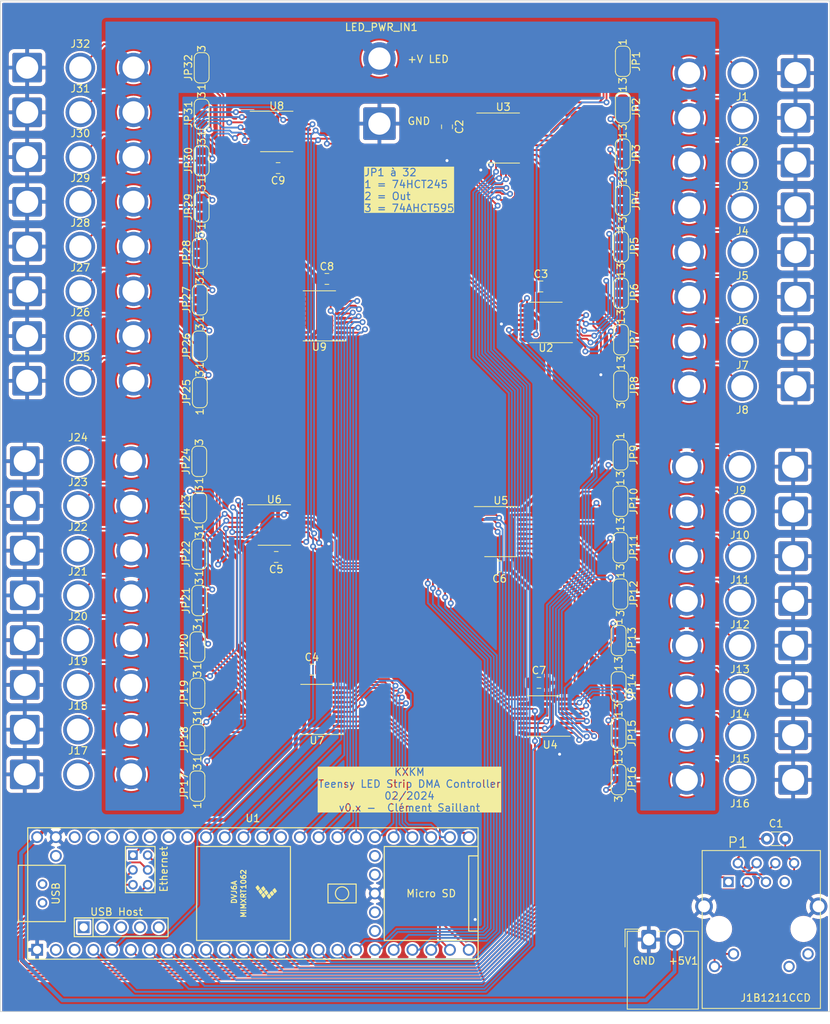
<source format=kicad_pcb>
(kicad_pcb (version 20221018) (generator pcbnew)
  (layers (0 "F.Cu" signal) (31 "B.Cu" signal) (34 "B.Paste" user) (35 "F.Paste" user) (36 "B.SilkS" user "B.Silkscreen") (37 "F.SilkS" user "F.Silkscreen") (38 "B.Mask" user) (39 "F.Mask" user) (44 "Edge.Cuts" user))
  (net 0 "")
  (net 7 "Net-(P1-RCT)")
  (net 8 "Net-(P1-GH_GND@1)")
  (net 16 "+5V")
  (net 17 "GND")
  (net 18 "Net-(J1-Pin_2)")
  (net 19 "+12V")
  (net 21 "Net-(J3-Pin_2)")
  (net 24 "Net-(J5-Pin_2)")
  (net 25 "Net-(J6-Pin_2)")
  (net 26 "Net-(J7-Pin_2)")
  (net 27 "Net-(J8-Pin_2)")
  (net 28 "Net-(J9-Pin_2)")
  (net 29 "Net-(J10-Pin_2)")
  (net 30 "Net-(J11-Pin_2)")
  (net 31 "Net-(J12-Pin_2)")
  (net 32 "Net-(J13-Pin_2)")
  (net 33 "Net-(J14-Pin_2)")
  (net 34 "Net-(J15-Pin_2)")
  (net 35 "Net-(J16-Pin_2)")
  (net 36 "Net-(J17-Pin_2)")
  (net 37 "Net-(J18-Pin_2)")
  (net 38 "Net-(J19-Pin_2)")
  (net 39 "Net-(J20-Pin_2)")
  (net 40 "Net-(J21-Pin_2)")
  (net 41 "Net-(J22-Pin_2)")
  (net 42 "Net-(J23-Pin_2)")
  (net 43 "Net-(J24-Pin_2)")
  (net 44 "Net-(J25-Pin_2)")
  (net 45 "Net-(J26-Pin_2)")
  (net 46 "Net-(J27-Pin_2)")
  (net 47 "Net-(J28-Pin_2)")
  (net 48 "Net-(J29-Pin_2)")
  (net 49 "Net-(J30-Pin_2)")
  (net 50 "Net-(J31-Pin_2)")
  (net 51 "Net-(J32-Pin_2)")
  (net 52 "Net-(J2-Pin_2)")
  (net 53 "Net-(J4-Pin_2)")
  (net 54 "/LED_R 1 to 8/LED_B_1")
  (net 55 "/LED_R 1 to 8/LED_R_1")
  (net 56 "/LED_R 1 to 9/LED_B_1")
  (net 57 "/LED_R 1 to 9/LED_R_1")
  (net 58 "/LED_R 1 to 11/LED_B_1")
  (net 59 "/LED_R 1 to 11/LED_R_1")
  (net 60 "/LED_R 1 to 10/LED_B_1")
  (net 63 "/LED_R 1 to 10/LED_R_1")
  (net 68 "/LED_R 1 to 8/LED_B_5")
  (net 69 "/LED_R 1 to 8/LED_R_5")
  (net 70 "/LED_R 1 to 9/LED_B_5")
  (net 71 "/LED_R 1 to 9/LED_R_5")
  (net 72 "/LED_R 1 to 11/LED_B_5")
  (net 73 "/LED_R 1 to 11/LED_R_5")
  (net 74 "/LED_R 1 to 10/LED_B_5")
  (net 75 "/LED_R 1 to 10/LED_R_5")
  (net 76 "/LED_R 1 to 8/LED_B_2")
  (net 77 "/LED_R 1 to 8/LED_R_2")
  (net 78 "/LED_R 1 to 8/LED_B_6")
  (net 79 "/LED_R 1 to 8/LED_R_6")
  (net 80 "/LED_R 1 to 9/LED_B_2")
  (net 81 "/LED_R 1 to 9/LED_R_2")
  (net 82 "/LED_R 1 to 9/LED_B_6")
  (net 83 "/LED_R 1 to 9/LED_R_6")
  (net 84 "/LED_R 1 to 11/LED_B_2")
  (net 85 "/LED_R 1 to 11/LED_R_2")
  (net 86 "/LED_R 1 to 11/LED_B_6")
  (net 87 "/LED_R 1 to 11/LED_R_6")
  (net 88 "/LED_R 1 to 10/LED_B_2")
  (net 89 "/LED_R 1 to 10/LED_R_2")
  (net 90 "/LED_R 1 to 10/LED_B_6")
  (net 91 "/LED_R 1 to 10/LED_R_6")
  (net 92 "/LED_R 1 to 8/LED_B_3")
  (net 93 "/LED_R 1 to 8/LED_R_3")
  (net 94 "/LED_R 1 to 8/LED_B_4")
  (net 95 "/LED_R 1 to 8/LED_R_4")
  (net 96 "/LED_R 1 to 8/LED_B_7")
  (net 97 "/LED_R 1 to 8/LED_R_7")
  (net 98 "/LED_R 1 to 8/LED_B_8")
  (net 99 "/LED_R 1 to 8/LED_R_8")
  (net 100 "/LED_R 1 to 9/LED_B_3")
  (net 101 "/LED_R 1 to 9/LED_R_3")
  (net 102 "/LED_R 1 to 9/LED_B_4")
  (net 103 "/LED_R 1 to 9/LED_R_4")
  (net 104 "/LED_R 1 to 9/LED_B_7")
  (net 105 "/LED_R 1 to 9/LED_R_7")
  (net 106 "/LED_R 1 to 9/LED_B_8")
  (net 107 "/LED_R 1 to 9/LED_R_8")
  (net 108 "/LED_R 1 to 11/LED_B_3")
  (net 109 "/LED_R 1 to 11/LED_R_3")
  (net 110 "/LED_R 1 to 11/LED_B_4")
  (net 111 "/LED_R 1 to 11/LED_R_4")
  (net 112 "/LED_R 1 to 11/LED_B_7")
  (net 113 "/LED_R 1 to 11/LED_R_7")
  (net 114 "/LED_R 1 to 11/LED_B_8")
  (net 115 "/LED_R 1 to 11/LED_R_8")
  (net 116 "/LED_R 1 to 10/LED_B_3")
  (net 117 "/LED_R 1 to 10/LED_R_3")
  (net 118 "/LED_R 1 to 10/LED_B_4")
  (net 119 "/LED_R 1 to 10/LED_R_4")
  (net 120 "/LED_R 1 to 10/LED_B_7")
  (net 121 "/LED_R 1 to 10/LED_R_7")
  (net 122 "/LED_R 1 to 10/LED_B_8")
  (net 123 "/LED_R 1 to 10/LED_R_8")
  (net 124 "Net-(P1-TD+)")
  (net 125 "Net-(P1-TD-)")
  (net 126 "Net-(P1-RD+)")
  (net 127 "Net-(P1-RD-)")
  (net 129 "Net-(P1-GRN+)")
  (net 132 "Net-(U7-B0)")
  (net 133 "Net-(U3-B0)")
  (net 134 "Net-(U3-B1)")
  (net 135 "Net-(U3-B2)")
  (net 136 "Net-(U7-B1)")
  (net 137 "Net-(U3-B3)")
  (net 138 "Net-(U3-B4)")
  (net 139 "Net-(U3-B5)")
  (net 140 "Net-(U7-B2)")
  (net 141 "Net-(U3-B6)")
  (net 142 "Net-(U3-B7)")
  (net 143 "Net-(U5-B0)")
  (net 144 "Net-(U7-B3)")
  (net 145 "Net-(U5-B1)")
  (net 146 "Net-(U5-B2)")
  (net 147 "Net-(U5-B3)")
  (net 148 "Net-(U7-B4)")
  (net 149 "Net-(U5-B4)")
  (net 150 "Net-(U5-B5)")
  (net 151 "Net-(U5-B6)")
  (net 152 "Net-(U7-B5)")
  (net 153 "Net-(U5-B7)")
  (net 154 "Net-(U9-B0)")
  (net 155 "Net-(U9-B1)")
  (net 156 "Net-(U7-B6)")
  (net 157 "Net-(U9-B2)")
  (net 158 "Net-(U9-B3)")
  (net 159 "Net-(U9-B4)")
  (net 160 "Net-(U7-B7)")
  (net 161 "Net-(U9-B5)")
  (net 162 "Net-(U9-B6)")
  (net 163 "Net-(U9-B7)")
  (net 164 "/SRCLK")
  (net 165 "/RCLK")
  (net 166 "/SER_OUT")
  (net 167 "/LED_GPIO_1")
  (net 168 "/LED_GPIO_2")
  (net 169 "/LED_GPIO_3")
  (net 170 "/LED_GPIO_4")
  (net 171 "/LED_GPIO_5")
  (net 172 "/LED_GPIO_6")
  (net 173 "/LED_GPIO_7")
  (net 174 "/LED_GPIO_8")
  (net 175 "/LED_GPIO_9")
  (net 176 "/LED_GPIO_10")
  (net 177 "/LED_GPIO_11")
  (net 178 "/LED_GPIO_12")
  (net 179 "/LED_GPIO_13")
  (net 180 "/LED_GPIO_14")
  (net 181 "/LED_GPIO_15")
  (net 182 "/LED_GPIO_16")
  (net 183 "/LED_GPIO_17")
  (net 184 "/LED_GPIO_18")
  (net 185 "/LED_GPIO_19")
  (net 186 "/LED_GPIO_20")
  (net 187 "/LED_GPIO_21")
  (net 188 "/LED_GPIO_22")
  (net 189 "/LED_GPIO_23")
  (net 190 "/LED_GPIO_24")
  (net 191 "/LED_GPIO_25")
  (net 192 "/LED_GPIO_26")
  (net 193 "/LED_GPIO_27")
  (net 194 "/LED_GPIO_28")
  (net 195 "/LED_GPIO_29")
  (net 196 "/LED_GPIO_30")
  (net 197 "/LED_GPIO_31")
  (net 198 "/LED_GPIO_32")
  (net 199 "/LED_R 1 to 11/SER_IN")
  (net 200 "/LED_R 1 to 8/SER_OUT")
  (net 201 "/LED_R 1 to 10/SER_IN")
  (net 202 "/LED_R 1 to 10/SER_OUT")
  (footprint "Jumper:SolderJumper-3_P1.3mm_Open_RoundedPad1.0x1.5mm_NumberLabels" (layer "F.Cu") (at 40.9625 41.58 90)
    (fp_text reference "JP29")
    (fp_text value "SolderJumper_3_Open")
  )
  (footprint "Connector_Wire:SolderWire-2.5sqmm_1x03_P7.2mm_D2.4mm_OD3.6mm" (layer "F.Cu") (at 121.021 76.6909 180)
    (fp_text reference "J9")
    (fp_text value "Conn_01x03_Pin")
  )
  (footprint "Package_SO:TSSOP-16_4.4x5mm_P0.65mm" (layer "F.Cu") (at 87.239 110.4064 180)
    (fp_text reference "U4")
    (fp_text value "74AHCT595")
  )
  (footprint "Resistor_SMD:R_0201_0603Metric" (layer "F.Cu") (at 48.58 55.8756 180)
    (fp_text reference "R28" hide)
    (fp_text value "100R")
  )
  (footprint "Resistor_SMD:R_0201_0603Metric" (layer "F.Cu") (at 48.2575 110.841 180)
    (fp_text reference "R19" hide)
    (fp_text value "100R")
  )
  (footprint "Connector_Wago:Wago_734-162_1x02_P3.50mm_Horizontal" (layer "F.Cu") (at 101.478 140.63)
    (fp_text reference "+5V1")
    (fp_text value "Screw_Terminal_01x02")
  )
  (footprint "Jumper:SolderJumper-3_P1.3mm_Open_RoundedPad1.0x1.5mm_NumberLabels" (layer "F.Cu") (at 40.64 82.2491 90)
    (fp_text reference "JP23")
    (fp_text value "SolderJumper_3_Open")
  )
  (footprint "Resistor_SMD:R_0201_0603Metric" (layer "F.Cu") (at 48.2575 103.841 180)
    (fp_text reference "R23" hide)
    (fp_text value "100R")
  )
  (footprint "Connector_Wire:SolderWire-2.5sqmm_1x03_P7.2mm_D2.4mm_OD3.6mm" (layer "F.Cu") (at 17.3405 40.8821)
    (fp_text reference "J29")
    (fp_text value "Conn_01x03_Pin")
  )
  (footprint "Resistor_SMD:R_0201_0603Metric" (layer "F.Cu") (at 48.58 61.1256 180)
    (fp_text reference "R25" hide)
    (fp_text value "100R")
  )
  (footprint "Jumper:SolderJumper-3_P1.3mm_Open_RoundedPad1.0x1.5mm_NumberLabels" (layer "F.Cu") (at 40.7145 60.3994 90)
    (fp_text reference "JP26")
    (fp_text value "SolderJumper_3_Open")
  )
  (footprint "Capacitor_THT:C_Disc_D3.0mm_W1.6mm_P2.50mm" (layer "F.Cu") (at 117.459 127)
    (fp_text reference "C1")
    (fp_text value "0.1uF")
  )
  (footprint "Capacitor_SMD:C_0805_2012Metric_Pad1.18x1.45mm_HandSolder" (layer "F.Cu") (at 57.912 51.308)
    (fp_text reference "C8")
    (fp_text value "100nf")
  )
  (footprint "Resistor_SMD:R_0201_0603Metric" (layer "F.Cu") (at 89.7815 92.8974)
    (fp_text reference "R16" hide)
    (fp_text value "100R")
  )
  (footprint "Connector_Wire:SolderWire-2.5sqmm_1x03_P7.2mm_D2.4mm_OD3.6mm" (layer "F.Cu") (at 121.3435 59.7755 180)
    (fp_text reference "J7")
    (fp_text value "Conn_01x03_Pin")
  )
  (footprint "Connector_Wire:SolderWire-2.5sqmm_1x03_P7.2mm_D2.4mm_OD3.6mm" (layer "F.Cu") (at 17.018 112.2475)
    (fp_text reference "J18")
    (fp_text value "Conn_01x03_Pin")
  )
  (footprint "Resistor_SMD:R_0201_0603Metric" (layer "F.Cu") (at 48.58 59.3756 180)
    (fp_text reference "R26" hide)
    (fp_text value "100R")
  )
  (footprint "Connector_Wire:SolderWire-2.5sqmm_1x03_P7.2mm_D2.4mm_OD3.6mm" (layer "F.Cu") (at 17.3405 28.7821)
    (fp_text reference "J31")
    (fp_text value "Conn_01x03_Pin")
  )
  (footprint "Jumper:SolderJumper-3_P1.3mm_Open_RoundedPad1.0x1.5mm_NumberLabels" (layer "F.Cu") (at 97.647 81.3736 -90)
    (fp_text reference "JP10")
    (fp_text value "SolderJumper_3_Open")
  )
  (footprint "Jumper:SolderJumper-3_P1.3mm_Open_RoundedPad1.0x1.5mm_NumberLabels" (layer "F.Cu") (at 40.7145 66.6726 90)
    (fp_text reference "JP25")
    (fp_text value "SolderJumper_3_Open")
  )
  (footprint "Connector_Wire:SolderWire-2.5sqmm_1x03_P7.2mm_D2.4mm_OD3.6mm" (layer "F.Cu") (at 121.3435 35.5755 180)
    (fp_text reference "J3")
    (fp_text value "Conn_01x03_Pin")
  )
  (footprint "Connector_Wire:SolderWire-2.5sqmm_1x03_P7.2mm_D2.4mm_OD3.6mm" (layer "F.Cu") (at 121.3435 47.6755 180)
    (fp_text reference "J5")
    (fp_text value "Conn_01x03_Pin")
  )
  (footprint "Resistor_SMD:R_0201_0603Metric" (layer "F.Cu") (at 89.7815 82.3974)
    (fp_text reference "R10" hide)
    (fp_text value "100R")
  )
  (footprint "Connector_Wire:SolderWire-2.5sqmm_1x03_P7.2mm_D2.4mm_OD3.6mm" (layer "F.Cu") (at 17.018 106.1975)
    (fp_text reference "J19")
    (fp_text value "Conn_01x03_Pin")
  )
  (footprint "Connector_Wire:SolderWire-2.5sqmm_1x03_P7.2mm_D2.4mm_OD3.6mm" (layer "F.Cu") (at 121.021 82.7409 180)
    (fp_text reference "J10")
    (fp_text value "Conn_01x03_Pin")
  )
  (footprint "Jumper:SolderJumper-3_P1.3mm_Open_RoundedPad1.0x1.5mm_NumberLabels" (layer "F.Cu") (at 97.399 100.193 -90)
    (fp_text reference "JP13")
    (fp_text value "SolderJumper_3_Open")
  )
  (footprint "Connector_Wire:SolderWire-2.5sqmm_1x02_P8.8mm_D2.4mm_OD4.4mm" (layer "F.Cu") (at 65.024 30.308 90)
    (fp_text reference "LED_PWR_IN1")
    (fp_text value "Screw_Terminal_01x02")
  )
  (footprint "Resistor_SMD:R_0201_0603Metric" (layer "F.Cu") (at 89.7815 89.3974)
    (fp_text reference "R14" hide)
    (fp_text value "100R")
  )
  (footprint "Jumper:SolderJumper-3_P1.3mm_Open_RoundedPad1.0x1.5mm_NumberLabels" (layer "F.Cu") (at 40.9625 22.7606 90)
    (fp_text reference "JP32")
    (fp_text value "SolderJumper_3_Open")
  )
  (footprint "Jumper:SolderJumper-3_P1.3mm_Open_RoundedPad1.0x1.5mm_NumberLabels" (layer "F.Cu") (at 40.64 75.976 90)
    (fp_text reference "JP24")
    (fp_text value "SolderJumper_3_Open")
  )
  (footprint "Jumper:SolderJumper-3_P1.3mm_Open_RoundedPad1.0x1.5mm_NumberLabels" (layer "F.Cu") (at 97.9695 28.1581 -90)
    (fp_text reference "JP2")
    (fp_text value "SolderJumper_3_Open")
  )
  (footprint "Jumper:SolderJumper-3_P1.3mm_Open_RoundedPad1.0x1.5mm_NumberLabels" (layer "F.Cu") (at 40.392 107.3417 90)
    (fp_text reference "JP19")
    (fp_text value "SolderJumper_3_Open")
  )
  (footprint "Connector_Wire:SolderWire-2.5sqmm_1x03_P7.2mm_D2.4mm_OD3.6mm" (layer "F.Cu") (at 121.3435 29.5255 180)
    (fp_text reference "J2")
    (fp_text value "Conn_01x03_Pin")
  )
  (footprint "Jumper:SolderJumper-3_P1.3mm_Open_RoundedPad1.0x1.5mm_NumberLabels" (layer "F.Cu") (at 97.399 112.7393 -90)
    (fp_text reference "JP15")
    (fp_text value "SolderJumper_3_Open")
  )
  (footprint "Package_SO:TSSOP-20_4.4x6.5mm_P0.65mm" (layer "F.Cu") (at 56.896 56.2996 180)
    (fp_text reference "U9")
    (fp_text value "74HCT245")
  )
  (footprint "Jumper:SolderJumper-3_P1.3mm_Open_RoundedPad1.0x1.5mm_NumberLabels" (layer "F.Cu") (at 97.7215 65.797 -90)
    (fp_text reference "JP8")
    (fp_text value "SolderJumper_3_Open")
  )
  (footprint "Capacitor_SMD:C_0805_2012Metric_Pad1.18x1.45mm_HandSolder" (layer "F.Cu") (at 81.28 90.17 180)
    (fp_text reference "C6")
    (fp_text value "100nf")
  )
  (footprint "Connector_Wire:SolderWire-2.5sqmm_1x03_P7.2mm_D2.4mm_OD3.6mm" (layer "F.Cu") (at 17.018 100.1475)
    (fp_text reference "J20")
    (fp_text value "Conn_01x03_Pin")
  )
  (footprint "Resistor_SMD:R_0201_0603Metric" (layer "F.Cu") (at 48.58 48.8756 180)
    (fp_text reference "R32" hide)
    (fp_text value "100R")
  )
  (footprint "Resistor_SMD:R_0201_0603Metric" (layer "F.Cu") (at 89.7815 84.1474)
    (fp_text reference "R11" hide)
    (fp_text value "100R")
  )
  (footprint "Resistor_SMD:R_0201_0603Metric" (layer "F.Cu") (at 48.58 52.3756 180)
    (fp_text reference "R30" hide)
    (fp_text value "100R")
  )
  (footprint "Jumper:SolderJumper-3_P1.3mm_Open_RoundedPad1.0x1.5mm_NumberLabels" (layer "F.Cu") (at 40.9625 35.3068 90)
    (fp_text reference "JP30")
    (fp_text value "SolderJumper_3_Open")
  )
  (footprint "Connector_Wire:SolderWire-2.5sqmm_1x03_P7.2mm_D2.4mm_OD3.6mm" (layer "F.Cu") (at 121.3435 41.6255 180)
    (fp_text reference "J4")
    (fp_text value "Conn_01x03_Pin")
  )
  (footprint "Resistor_SMD:R_0201_0603Metric" (layer "F.Cu") (at 90.104 37.932)
    (fp_text reference "R7" hide)
    (fp_text value "100R")
  )
  (footprint "Connector_Wire:SolderWire-2.5sqmm_1x03_P7.2mm_D2.4mm_OD3.6mm" (layer "F.Cu") (at 121.3435 53.7255 180)
    (fp_text reference "J6")
    (fp_text value "Conn_01x03_Pin")
  )
  (footprint "Package_SO:TSSOP-20_4.4x6.5mm_P0.65mm" (layer "F.Cu") (at 81.788 32.258)
    (fp_text reference "U3")
    (fp_text value "74HCT245")
  )
  (footprint "Connector_Wire:SolderWire-2.5sqmm_1x03_P7.2mm_D2.4mm_OD3.6mm" (layer "F.Cu") (at 121.021 100.8909 180)
    (fp_text reference "J13")
    (fp_text value "Conn_01x03_Pin")
  )
  (footprint "Jumper:SolderJumper-3_P1.3mm_Open_RoundedPad1.0x1.5mm_NumberLabels" (layer "F.Cu") (at 40.7145 54.1263 90)
    (fp_text reference "JP27")
    (fp_text value "SolderJumper_3_Open")
  )
  (footprint "Connector_Wire:SolderWire-2.5sqmm_1x03_P7.2mm_D2.4mm_OD3.6mm" (layer "F.Cu") (at 121.021 106.9409 180)
    (fp_text reference "J14")
    (fp_text value "Conn_01x03_Pin")
  )
  (footprint "Resistor_SMD:R_0201_0603Metric" (layer "F.Cu") (at 90.104 32.682)
    (fp_text reference "R4" hide)
    (fp_text value "100R")
  )
  (footprint "Connector_Wire:SolderWire-2.5sqmm_1x03_P7.2mm_D2.4mm_OD3.6mm" (layer "F.Cu") (at 17.018 75.9475)
    (fp_text reference "J24")
    (fp_text value "Conn_01x03_Pin")
  )
  (footprint "J1B1211CCD:J1B1211CCD" (layer "F.Cu") (at 116.71 139.194)
    (fp_text reference "P1")
    (fp_text value "J1B1211CCD")
  )
  (footprint "Package_SO:TSSOP-16_4.4x5mm_P0.65mm" (layer "F.Cu") (at 50.8 84.582)
    (fp_text reference "U6")
    (fp_text value "74AHCT595")
  )
  (footprint "Jumper:SolderJumper-3_P1.3mm_Open_RoundedPad1.0x1.5mm_NumberLabels" (layer "F.Cu") (at 97.7215 59.5239 -90)
    (fp_text reference "JP7")
    (fp_text value "SolderJumper_3_Open")
  )
  (footprint "Connector_Wire:SolderWire-2.5sqmm_1x03_P7.2mm_D2.4mm_OD3.6mm" (layer "F.Cu") (at 121.3435 23.4755 180)
    (fp_text reference "J1")
    (fp_text value "Conn_01x03_Pin")
  )
  (footprint "Resistor_SMD:R_0201_0603Metric" (layer "F.Cu") (at 90.104 36.182)
    (fp_text reference "R6" hide)
    (fp_text value "100R")
  )
  (footprint "Jumper:SolderJumper-3_P1.3mm_Open_RoundedPad1.0x1.5mm_NumberLabels" (layer "F.Cu") (at 40.392 101.0686 90)
    (fp_text reference "JP20")
    (fp_text value "SolderJumper_3_Open")
  )
  (footprint "Resistor_SMD:R_0201_0603Metric" (layer "F.Cu") (at 89.7815 80.6474)
    (fp_text reference "R9" hide)
    (fp_text value "100R")
  )
  (footprint "Resistor_SMD:R_0201_0603Metric" (layer "F.Cu") (at 90.104 39.682)
    (fp_text reference "R8" hide)
    (fp_text value "100R")
  )
  (footprint "Jumper:SolderJumper-3_P1.3mm_Open_RoundedPad1.0x1.5mm_NumberLabels" (layer "F.Cu") (at 97.399 119.0124 -90)
    (fp_text reference "JP16")
    (fp_text value "SolderJumper_3_Open")
  )
  (footprint "Jumper:SolderJumper-3_P1.3mm_Open_RoundedPad1.0x1.5mm_NumberLabels" (layer "F.Cu") (at 97.9695 34.4313 -90)
    (fp_text reference "JP3")
    (fp_text value "SolderJumper_3_Open")
  )
  (footprint "Resistor_SMD:R_0201_0603Metric" (layer "F.Cu") (at 48.2575 114.341 180)
    (fp_text reference "R17" hide)
    (fp_text value "100R")
  )
  (footprint "Connector_Wire:SolderWire-2.5sqmm_1x03_P7.2mm_D2.4mm_OD3.6mm" (layer "F.Cu") (at 17.018 88.0475)
    (fp_text reference "J22")
    (fp_text value "Conn_01x03_Pin")
  )
  (footprint "Capacitor_SMD:C_0805_2012Metric_Pad1.18x1.45mm_HandSolder" (layer "F.Cu") (at 74.168 30.734 -90)
    (fp_text reference "C2")
    (fp_text value "100nf")
  )
  (footprint "Connector_Wire:SolderWire-2.5sqmm_1x03_P7.2mm_D2.4mm_OD3.6mm" (layer "F.Cu") (at 17.018 94.0975)
    (fp_text reference "J21")
    (fp_text value "Conn_01x03_Pin")
  )
  (footprint "Jumper:SolderJumper-3_P1.3mm_Open_RoundedPad1.0x1.5mm_NumberLabels" (layer "F.Cu") (at 97.9695 40.7044 -90)
    (fp_text reference "JP4")
    (fp_text value "SolderJumper_3_Open")
  )
  (footprint "Jumper:SolderJumper-3_P1.3mm_Open_RoundedPad1.0x1.5mm_NumberLabels" (layer "F.Cu") (at 40.9625 29.0337 90)
    (fp_text reference "JP31")
    (fp_text value "SolderJumper_3_Open")
  )
  (footprint "Package_SO:TSSOP-20_4.4x6.5mm_P0.65mm" (layer "F.Cu") (at 56.5735 109.515 180)
    (fp_text reference "U7")
    (fp_text value "74HCT245")
  )
  (footprint "Resistor_SMD:R_0201_0603Metric" (layer "F.Cu") (at 48.58 50.6256 180)
    (fp_text reference "R31" hide)
    (fp_text value "100R")
  )
  (footprint "Resistor_SMD:R_0201_0603Metric" (layer "F.Cu") (at 90.104 30.932)
    (fp_text reference "R3" hide)
    (fp_text value "100R")
  )
  (footprint "Resistor_SMD:R_0201_0603Metric" (layer "F.Cu") (at 48.2575 107.341 180)
    (fp_text reference "R21" hide)
    (fp_text value "100R")
  )
  (footprint "Resistor_SMD:R_0201_0603Metric" (layer "F.Cu") (at 90.104 27.432)
    (fp_text reference "R1" hide)
    (fp_text value "100R")
  )
  (footprint "Connector_Wire:SolderWire-2.5sqmm_1x03_P7.2mm_D2.4mm_OD3.6mm" (layer "F.Cu") (at 17.3405 59.0321)
    (fp_text reference "J26")
    (fp_text value "Conn_01x03_Pin")
  )
  (footprint "Jumper:SolderJumper-3_P1.3mm_Open_RoundedPad1.0x1.5mm_NumberLabels" (layer "F.Cu") (at 97.7215 46.9776 -90)
    (fp_text reference "JP5")
    (fp_text value "SolderJumper_3_Open")
  )
  (footprint "Resistor_SMD:R_0201_0603Metric" (layer "F.Cu") (at 89.7815 91.1474)
    (fp_text reference "R15" hide)
    (fp_text value "100R")
  )
  (footprint "Connector_Wire:SolderWire-2.5sqmm_1x03_P7.2mm_D2.4mm_OD3.6mm" (layer "F.Cu") (at 121.3435 65.8255 180)
    (fp_text reference "J8")
    (fp_text value "Conn_01x03_Pin")
  )
  (footprint "Connector_Wire:SolderWire-2.5sqmm_1x03_P7.2mm_D2.4mm_OD3.6mm" (layer "F.Cu") (at 121.021 94.8409 180)
    (fp_text reference "J12")
    (fp_text value "Conn_01x03_Pin")
  )
  (footprint "Jumper:SolderJumper-3_P1.3mm_Open_RoundedPad1.0x1.5mm_NumberLabels" (layer "F.Cu") (at 40.64 94.7954 90)
    (fp_text reference "JP21")
    (fp_text value "SolderJumper_3_Open")
  )
  (footprint "Resistor_SMD:R_0201_0603Metric" (layer "F.Cu") (at 48.2575 109.091 180)
    (fp_text reference "R20" hide)
    (fp_text value "100R")
  )
  (footprint "Capacitor_SMD:C_0805_2012Metric_Pad1.18x1.45mm_HandSolder" (layer "F.Cu") (at 86.614 105.918)
    (fp_text reference "C7")
    (fp_text value "100nf")
  )
  (footprint "Resistor_SMD:R_0201_0603Metric" (layer "F.Cu") (at 89.7815 87.6474)
    (fp_text reference "R13" hide)
    (fp_text value "100R")
  )
  (footprint "Resistor_SMD:R_0201_0603Metric" (layer "F.Cu") (at 89.7815 85.8974)
    (fp_text reference "R12" hide)
    (fp_text value "100R")
  )
  (footprint "Jumper:SolderJumper-3_P1.3mm_Open_RoundedPad1.0x1.5mm_NumberLabels" (layer "F.Cu") (at 40.7145 47.8531 90)
    (fp_text reference "JP28")
    (fp_text value "SolderJumper_3_Open")
  )
  (footprint "Connector_Wire:SolderWire-2.5sqmm_1x03_P7.2mm_D2.4mm_OD3.6mm" (layer "F.Cu") (at 17.3405 65.0821)
    (fp_text reference "J25")
    (fp_text value "Conn_01x03_Pin")
  )
  (footprint "Connector_Wire:SolderWire-2.5sqmm_1x03_P7.2mm_D2.4mm_OD3.6mm" (layer "F.Cu") (at 17.3405 52.9821)
    (fp_text reference "J27")
    (fp_text value "Conn_01x03_Pin")
  )
  (footprint "Jumper:SolderJumper-3_P1.3mm_Open_RoundedPad1.0x1.5mm_NumberLabels" (layer "F.Cu") (at 97.647 93.9199 -90)
    (fp_text reference "JP12")
    (fp_text value "SolderJumper_3_Open")
  )
  (footprint "Connector_Wire:SolderWire-2.5sqmm_1x03_P7.2mm_D2.4mm_OD3.6mm" (layer "F.Cu") (at 17.018 118.2975)
    (fp_text reference "J17")
    (fp_text value "Conn_01x03_Pin")
  )
  (footprint "Jumper:SolderJumper-3_P1.3mm_Open_RoundedPad1.0x1.5mm_NumberLabels" (layer "F.Cu") (at 97.647 87.6467 -90)
    (fp_text reference "JP11")
    (fp_text value "SolderJumper_3_Open")
  )
  (footprint "Jumper:SolderJumper-3_P1.3mm_Open_RoundedPad1.0x1.5mm_NumberLabels" (layer "F.Cu") (at 97.399 106.4662 -90)
    (fp_text reference "JP14")
    (fp_text value "SolderJumper_3_Open")
  )
  (footprint "Connector_Wire:SolderWire-2.5sqmm_1x03_P7.2mm_D2.4mm_OD3.6mm" (layer "F.Cu") (at 17.018 81.9975)
    (fp_text reference "J23")
    (fp_text value "Conn_01x03_Pin")
  )
  (footprint "Jumper:SolderJumper-3_P1.3mm_Open_RoundedPad1.0x1.5mm_NumberLabels" (layer "F.Cu") (at 40.64 88.5223 90)
    (fp_text reference "JP22")
    (fp_text value "SolderJumper_3_Open")
  )
  (footprint "Jumper:SolderJumper-3_P1.3mm_Open_RoundedPad1.0x1.5mm_NumberLabels" (layer "F.Cu") (at 97.9695 21.885 -90)
    (fp_text reference "JP1")
    (fp_text value "SolderJumper_3_Open")
  )
  (footprint "teensy.pretty-master:Teensy41" (layer "F.Cu") (at 47.9 134.4)
    (fp_text reference "U1")
    (fp_text value "Teensy4.1")
  )
  (footprint "Jumper:SolderJumper-3_P1.3mm_Open_RoundedPad1.0x1.5mm_NumberLabels" (layer "F.Cu") (at 40.392 113.6149 90)
    (fp_text reference "JP18")
    (fp_text value "SolderJumper_3_Open")
  )
  (footprint "Resistor_SMD:R_0201_0603Metric" (layer "F.Cu") (at 90.104 34.432)
    (fp_text reference "R5" hide)
    (fp_text value "100R")
  )
  (footprint "Capacitor_SMD:C_0805_2012Metric_Pad1.18x1.45mm_HandSolder" (layer "F.Cu") (at 55.88 104.14)
    (fp_text reference "C4")
    (fp_text value "100nf")
  )
  (footprint "Resistor_SMD:R_0201_0603Metric" (layer "F.Cu") (at 90.104 29.182)
    (fp_text reference "R2" hide)
    (fp_text value "100R")
  )
  (footprint "Capacitor_SMD:C_0805_2012Metric_Pad1.18x1.45mm_HandSolder" (layer "F.Cu") (at 51.308 36.322 180)
    (fp_text reference "C9")
    (fp_text value "100nf")
  )
  (footprint "Jumper:SolderJumper-3_P1.3mm_Open_RoundedPad1.0x1.5mm_NumberLabels" (layer "F.Cu") (at 40.392 119.888 90)
    (fp_text reference "JP17")
    (fp_text value "SolderJumper_3_Open")
  )
  (footprint "Package_SO:TSSOP-16_4.4x5mm_P0.65mm" (layer "F.Cu") (at 87.5615 57.191 180)
    (fp_text reference "U2")
    (fp_text value "74AHCT595")
  )
  (footprint "Capacitor_SMD:C_0805_2012Metric_Pad1.18x1.45mm_HandSolder" (layer "F.Cu") (at 51.054 88.9 180)
    (fp_text reference "C5")
    (fp_text value "100nf")
  )
  (footprint "Connector_Wire:SolderWire-2.5sqmm_1x03_P7.2mm_D2.4mm_OD3.6mm" (layer "F.Cu") (at 121.021 112.9909 180)
    (fp_text reference "J15")
    (fp_text value "Conn_01x03_Pin")
  )
  (footprint "Resistor_SMD:R_0201_0603Metric" (layer "F.Cu") (at 48.2575 112.591 180)
    (fp_text reference "R18" hide)
    (fp_text value "100R")
  )
  (footprint "Connector_Wire:SolderWire-2.5sqmm_1x03_P7.2mm_D2.4mm_OD3.6mm" (layer "F.Cu") (at 17.3405 22.7321)
    (fp_text reference "J32")
    (fp_text value "Conn_01x03_Pin")
  )
  (footprint "Resistor_SMD:R_0201_0603Metric" (layer "F.Cu") (at 48.2575 105.591 180)
    (fp_text reference "R22" hide)
    (fp_text value "100R")
  )
  (footprint "Connector_Wire:SolderWire-2.5sqmm_1x03_P7.2mm_D2.4mm_OD3.6mm" (layer "F.Cu") (at 121.021 119.0409 180)
    (fp_text reference "J16")
    (fp_text value "Conn_01x03_Pin")
  )
  (footprint "Connector_Wire:SolderWire-2.5sqmm_1x03_P7.2mm_D2.4mm_OD3.6mm" (layer "F.Cu") (at 17.3405 34.8321)
    (fp_text reference "J30")
    (fp_text value "Conn_01x03_Pin")
  )
  (footprint "Resistor_SMD:R_0201_0603Metric" (layer "F.Cu") (at 48.2575 102.091 180)
    (fp_text reference "R24" hide)
    (fp_text value "100R")
  )
  (footprint "Jumper:SolderJumper-3_P1.3mm_Open_RoundedPad1.0x1.5mm_NumberLabels" (layer "F.Cu") (at 97.647 75.1004 -90)
    (fp_text reference "JP9")
    (fp_text value "SolderJumper_3_Open")
  )
  (footprint "Resistor_SMD:R_0201_0603Metric" (layer "F.Cu") (at 48.58 57.6256 180)
    (fp_text reference "R27" hide)
    (fp_text value "100R")
  )
  (footprint "Connector_Wire:SolderWire-2.5sqmm_1x03_P7.2mm_D2.4mm_OD3.6mm" (layer "F.Cu") (at 121.021 88.7909 180)
    (fp_text reference "J11")
    (fp_text value "Conn_01x03_Pin")
  )
  (footprint "Package_SO:TSSOP-20_4.4x6.5mm_P0.65mm" (layer "F.Cu") (at 81.4655 85.4734)
    (fp_text reference "U5")
    (fp_text value "74HCT245")
  )
  (footprint "Resistor_SMD:R_0201_0603Metric" (layer "F.Cu") (at 48.58 54.1256 180)
    (fp_text reference "R29" hide)
    (fp_text value "100R")
  )
  (footprint "Jumper:SolderJumper-3_P1.3mm_Open_RoundedPad1.0x1.5mm_NumberLabels" (layer "F.Cu") (at 97.7215 53.2507 -90)
    (fp_text reference "JP6")
    (fp_text value "SolderJumper_3_Open")
  )
  (footprint "Package_SO:TSSOP-16_4.4x5mm_P0.65mm" (layer "F.Cu") (at 51.1225 31.3666)
    (fp_text reference "U8")
    (fp_text value "74AHCT595")
  )
  (footprint "Capacitor_SMD:C_0805_2012Metric_Pad1.18x1.45mm_HandSolder" (layer "F.Cu") (at 86.8895 52.324)
    (fp_text reference "C3")
    (fp_text value "100nf")
  )
  (footprint "Connector_Wire:SolderWire-2.5sqmm_1x03_P7.2mm_D2.4mm_OD3.6mm" (layer "F.Cu") (at 17.3405 46.9321)
    (fp_text reference "J28")
    (fp_text value "Conn_01x03_Pin")
  )
  (gr_rect (start 13.716 13.716) (end 125.984 150.368) (stroke (width 0.1)) (fill none) (layer "Edge.Cuts"))
  (gr_text "JP1 à 32\n1 = 74HCT245\n2 = Out\n3 = 74AHCT595" (at 62.891571 42.322) (layer "F.SilkS" knockout) (effects (font (size 1 1)) (justify left bottom)))
  (gr_text "KXKM\nTeensy LED Strip DMA Controller\n02/2024\nv0.x -  Clément Saillant" (at 69.088 120.396) (layer "F.SilkS" knockout) (effects (font (size 1 1))))
  (gr_text "GND" (at 70.358 29.972) (layer "F.SilkS") (effects (font (size 1 1))))
  (gr_text "+V LED" (at 71.619905 21.59) (layer "F.SilkS") (effects (font (size 1 1))))
  (gr_text "GND" (at 100.838 143.51) (layer "F.SilkS") (effects (font (size 1 1))))
  (gr_text "J1B1211CCD" (at 113.792 149.098) (layer "F.SilkS") (effects (font (size 1 1)) (justify left bottom)))
  (segment (start 117.459 127) (end 116.1335 127) (width 0.25) (layer "F.Cu") (net 7))
  (segment (start 113.535 129.5985) (end 113.535 130.304) (width 0.25) (layer "F.Cu") (net 7))
  (segment (start 116.1335 127) (end 113.535 129.5985) (width 0.25) (layer "F.Cu") (net 7))
  (segment (start 116.075 131.574) (end 117.345 132.844) (width 0.25) (layer "B.Cu") (net 7))
  (segment (start 114.805 131.574) (end 116.075 131.574) (width 0.25) (layer "B.Cu") (net 7))
  (segment (start 113.535 130.304) (end 114.805 131.574) (width 0.25) (layer "B.Cu") (net 7))
  (segment (start 119.959 127) (end 119.959 129.108) (width 0.25) (layer "F.Cu") (net 8))
  (segment (start 91.988114 133.402) (end 79.372113 146.018) (width 0.25) (layer "F.Cu") (net 8))
  (segment (start 21.2716 137.7) (end 23.3716 135.6) (width 0.25) (layer "F.Cu") (net 8))
  (segment (start 114.487 144.274) (end 110.385 144.274) (width 0.25) (layer "F.Cu") (net 8))
  (segment (start 119.959 129.108) (end 121.155 130.304) (width 0.25) (layer "F.Cu") (net 8))
  (segment (start 16.697571 146.018) (end 14.9 144.220429) (width 0.25) (layer "F.Cu") (net 8))
  (segment (start 30.6 131.713) (end 30.6 130.8) (width 0.25) (layer "F.Cu") (net 8))
  (segment (start 121.155 137.606) (end 114.487 144.274) (width 0.25) (layer "F.Cu") (net 8))
  (segment (start 110.385 142.643) (end 101.144 133.402) (width 0.25) (layer "F.Cu") (net 8))
  (segment (start 30.6 130.8) (end 31.2 130.2) (width 0.25) (layer "F.Cu") (net 8))
  (segment (start 79.372113 146.018) (end 16.697571 146.018) (width 0.25) (layer "F.Cu") (net 8))
  (segment (start 110.385 144.274) (end 110.385 142.643) (width 0.25) (layer "F.Cu") (net 8))
  (segment (start 14.9 144.220429) (end 14.9 139.8) (width 0.25) (layer "F.Cu") (net 8))
  (segment (start 14.9 139.8) (end 17 137.7) (width 0.25) (layer "F.Cu") (net 8))
  (segment (start 23.3716 135.6) (end 26.7127 135.6) (width 0.25) (layer "F.Cu") (net 8))
  (segment (start 31.2 130.2) (end 32.6416 130.2) (width 0.25) (layer "F.Cu") (net 8))
  (segment (start 17 137.7) (end 21.2716 137.7) (width 0.25) (layer "F.Cu") (net 8))
  (segment (start 33.1508 130.709) (end 33.66 131.2182) (width 0.25) (layer "F.Cu") (net 8))
  (segment (start 33.1508 130.709) (end 33.66 131.218) (width 0.25) (layer "F.Cu") (net 8))
  (segment (start 101.144 133.402) (end 91.988114 133.402) (width 0.25) (layer "F.Cu") (net 8))
  (segment (start 26.7127 135.6) (end 30.6 131.713) (width 0.25) (layer "F.Cu") (net 8))
  (segment (start 121.155 130.304) (end 121.155 137.606) (width 0.25) (layer "F.Cu") (net 8))
  (segment (start 32.6416 130.2) (end 33.1508 130.709) (width 0.25) (layer "F.Cu") (net 8))
  (segment (start 51.207 82.307) (end 50.7 81.8) (width 0.5) (layer "F.Cu") (net 16))
  (segment (start 85.8365 51.7365) (end 84.7 50.6) (width 0.5) (layer "F.Cu") (net 16))
  (segment (start 78.9 82.5484) (end 82.2 82.5484) (width 0.5) (layer "F.Cu") (net 16))
  (segment (start 85.4964 55.566) (end 85.8365 55.2259) (width 0.5) (layer "F.Cu") (net 16))
  (segment (start 53.785 28.8916) (end 51.7084 28.8916) (width 0.5) (layer "F.Cu") (net 16))
  (segment (start 84.7 50.6) (end 84.7 36.679878) (width 0.5) (layer "F.Cu") (net 16))
  (segment (start 53.711 112.44) (end 53.711 114.9235) (width 0.5) (layer "F.Cu") (net 16))
  (segment (start 53.711 114.9235) (end 44.1745 124.46) (width 0.5) (layer "F.Cu") (net 16))
  (segment (start 72.27375 29.6965) (end 74.168 29.6965) (width 0.5) (layer "F.Cu") (net 16))
  (segment (start 83.072983 34.314752) (end 80.772 32.013769) (width 0.5) (layer "F.Cu") (net 16))
  (segment (start 50.7 81.8) (end 50.7 64.5945) (width 0.5) (layer "F.Cu") (net 16))
  (segment (start 84.328 82.5484) (end 87.975 78.9014) (width 0.5) (layer "F.Cu") (net 16))
  (segment (start 78.603 82.5484) (end 78.9 82.5484) (width 0.5) (layer "F.Cu") (net 16))
  (segment (start 51.2 29.4) (end 51.2 31.7525) (width 0.5) (layer "F.Cu") (net 16))
  (segment (start 52.407 86.207) (end 53.6625 86.207) (width 0.5) (layer "F.Cu") (net 16))
  (segment (start 51.7084 28.8916) (end 51.2 29.4) (width 0.5) (layer "F.Cu") (net 16))
  (segment (start 87 57.0696) (end 87 59.1314) (width 0.5) (layer "F.Cu") (net 16))
  (segment (start 87.779 112.881) (end 84.5765 112.881) (width 0.5) (layer "F.Cu") (net 16))
  (segment (start 59.436 112.44) (end 54.5084 112.44) (width 0.5) (layer "F.Cu") (net 16))
  (segment (start 74.5315 29.333) (end 78.9255 29.333) (width 0.5) (layer "F.Cu") (net 16))
  (segment (start 85.4964 55.566) (end 87 57.0696) (width 0.5) (layer "F.Cu") (net 16))
  (segment (start 51.3 82.558) (end 51.3 85.1) (width 0.5) (layer "F.Cu") (net 16))
  (segment (start 67.93425 34.036) (end 72.27375 29.6965) (width 0.5) (layer "F.Cu") (net 16))
  (segment (start 88.138 108.781) (end 88.392 109.035) (width 0.5) (layer "F.Cu") (net 16))
  (segment (start 52.4391 32.9916) (end 53.985 32.9916) (width 0.5) (layer "F.Cu") (net 16))
  (segment (start 85.514 108.441) (end 85.514 93.3665) (width 0.5) (layer "F.Cu") (net 16))
  (segment (start 84.3769 108.781) (end 84.3765 108.7814) (width 0.5) (layer "F.Cu") (net 16))
  (segment (start 55.7 59.2246) (end 54.0335 59.2246) (width 0.5) (layer "F.Cu") (net 16))
  (segment (start 87.975 78.9014) (end 87.975 62.075) (width 0.5) (layer "F.Cu") (net 16))
  (segment (start 74.168 29.6965) (end 74.5315 29.333) (width 0.5) (layer "F.Cu") (net 16))
  (segment (start 52.407 89.2155) (end 52.407 86.207) (width 0.5) (layer "F.Cu") (net 16))
  (segment (start 57.912 29.464) (end 62.484 34.036) (width 0.5) (layer "F.Cu") (net 16))
  (segment (start 80.772 29.718) (end 81.157 29.333) (width 0.5) (layer "F.Cu") (net 16))
  (segment (start 84.746 59.6) (end 84.699 59.553) (width 0.5) (layer "F.Cu") (net 16))
  (segment (start 51.3 85.1) (end 52.407 86.207) (width 0.5) (layer "F.Cu") (net 16))
  (segment (start 51.551 82.307) (end 51.3 82.558) (width 0.5) (layer "F.Cu") (net 16))
  (segment (start 83.072983 35.052861) (end 83.072983 34.314752) (width 0.5) (layer "F.Cu") (net 16))
  (segment (start 53.985 29.0916) (end 53.785 28.8916) (width 0.5) (layer "F.Cu") (net 16))
  (segment (start 84.5765 112.881) (end 84.3765 112.681) (width 0.5) (layer "F.Cu") (net 16))
  (segment (start 51.8616 82.307) (end 51.207 82.307) (width 0.5) (layer "F.Cu") (net 16))
  (segment (start 84.3769 108.781) (end 85.1739 108.781) (width 0.5) (layer "F.Cu") (net 16))
  (segment (start 84.7 36.679878) (end 83.072983 35.052861) (width 0.5) (layer "F.Cu") (net 16))
  (segment (start 52.4391 46.8726) (end 56.7 51.1335) (width 0.5) (layer "F.Cu") (net 16))
  (segment (start 87.975 62.075) (end 85.5 59.6) (width 0.5) (layer "F.Cu") (net 16))
  (segment (start 85.8365 55.2259) (end 85.8365 51.7365) (width 0.5) (layer "F.Cu") (net 16))
  (segment (start 56.7 58.2246) (end 55.7 59.2246) (width 0.5) (layer "F.Cu") (net 16))
  (segment (start 51.8616 82.307) (end 51.551 82.307) (width 0.5) (layer "F.Cu") (net 16))
  (segment (start 54.8485 112.1) (end 54.8485 91.657) (width 0.5) (layer "F.Cu") (net 16))
  (segment (start 85.1739 108.781) (end 85.514 108.441) (width 0.5) (layer "F.Cu") (net 16))
  (segment (start 85.514 93.3665) (end 82.2 90.0525) (width 0.5) (layer "F.Cu") (net 16))
  (segment (start 83.6 29.333) (end 84.6505 29.333) (width 0.5) (layer "F.Cu") (net 16))
  (segment (start 59.7585 59.2246) (end 55.7 59.2246) (width 0.5) (layer "F.Cu") (net 16))
  (segment (start 84.699 59.553) (end 84.699 59.466) (width 0.5) (layer "F.Cu") (net 16))
  (segment (start 85.1739 108.781) (end 88.138 108.781) (width 0.5) (layer "F.Cu") (net 16))
  (segment (start 84.3765 108.781) (end 84.3769 108.781) (width 0.5) (layer "F.Cu") (net 16))
  (segment (start 62.484 34.036) (end 67.93425 34.036) (width 0.5) (layer "F.Cu") (net 16))
  (segment (start 50.7 64.5945) (end 54.0335 61.261) (width 0.5) (layer "F.Cu") (net 16))
  (segment (start 88.392 112.268) (end 87.779 112.881) (width 0.5) (layer "F.Cu") (net 16))
  (segment (start 82.2 90.0525) (end 82.2 82.5484) (width 0.5) (layer "F.Cu") (net 16))
  (segment (start 85.5 59.6) (end 84.746 59.6) (width 0.5) (layer "F.Cu") (net 16))
  (segment (start 51.2 31.7525) (end 52.4391 32.9916) (width 0.5) (layer "F.Cu") (net 16))
  (segment (start 54.5084 112.44) (end 53.711 112.44) (width 0.5) (layer "F.Cu") (net 16))
  (segment (start 53.985 29.0916) (end 54.9824 29.0916) (width 0.5) (layer "F.Cu") (net 16))
  (segment (start 54.5084 112.44) (end 54.8485 112.1) (width 0.5) (layer "F.Cu") (net 16))
  (segment (start 54.9824 29.0916) (end 55.3548 29.464) (width 0.5) (layer "F.Cu") (net 16))
  (segment (start 44.1745 124.46) (end 21.01 124.46) (width 0.5) (layer "F.Cu") (net 16))
  (segment (start 82.2 82.5484) (end 84.328 82.5484) (width 0.5) (layer "F.Cu") (net 16))
  (segment (start 87 59.1314) (end 86.5314 59.6) (width 0.5) (layer "F.Cu") (net 16))
  (segment (start 21.01 124.46) (end 18.69 126.78) (width 0.5) (layer "F.Cu") (net 16))
  (segment (start 84.699 55.566) (end 85.4964 55.566) (width 0.5) (layer "F.Cu") (net 16))
  (segment (start 55.3548 29.464) (end 57.912 29.464) (width 0.5) (layer "F.Cu") (net 16))
  (segment (start 56.7 51.1335) (end 56.7 58.2246) (width 0.5) (layer "F.Cu") (net 16))
  (segment (start 53.6625 82.307) (end 51.8616 82.307) (width 0.5) (layer "F.Cu") (net 16))
  (segment (start 88.392 109.035) (end 88.392 112.268) (width 0.5) (layer "F.Cu") (net 16))
  (segment (start 52.4391 32.9916) (end 52.4391 46.8726) (width 0.5) (layer "F.Cu") (net 16))
  (segment (start 80.772 32.013769) (end 80.772 29.718) (width 0.5) (layer "F.Cu") (net 16))
  (segment (start 86.5314 59.6) (end 85.5 59.6) (width 0.5) (layer "F.Cu") (net 16))
  (segment (start 78.9255 29.333) (end 83.6 29.333) (width 0.5) (layer "F.Cu") (net 16))
  (segment (start 54.8485 91.657) (end 52.407 89.2155) (width 0.5) (layer "F.Cu") (net 16))
  (segment (start 54.0335 61.261) (end 54.0335 59.2246) (width 0.5) (layer "F.Cu") (net 16))
  (segment (start 81.157 29.333) (end 83.6 29.333) (width 0.5) (layer "F.Cu") (net 16))
  (segment (start 22.098 148.844) (end 101.092 148.844) (width 0.5) (layer "B.Cu") (net 16))
  (segment (start 16.51 143.256) (end 22.098 148.844) (width 0.5) (layer "B.Cu") (net 16))
  (segment (start 16.51 128.96) (end 16.51 143.256) (width 0.5) (layer "B.Cu") (net 16))
  (segment (start 101.092 148.844) (end 104.978 144.958) (width 0.5) (layer "B.Cu") (net 16))
  (segment (start 104.978 144.958) (end 104.978 140.63) (width 0.5) (layer "B.Cu") (net 16))
  (segment (start 18.69 126.78) (end 16.51 128.96) (width 0.5) (layer "B.Cu") (net 16))
  (via (at 89.408 115.57) (size 0.8) (drill 0.4) (layers "F.Cu" "B.Cu") (net 17))
  (via (at 74.168 35.306) (size 0.8) (drill 0.4) (layers "F.Cu" "B.Cu") (net 17))
  (via (at 77.978 137.922) (size 0.8) (drill 0.4) (layers "F.Cu" "B.Cu") (net 17))
  (via (at 58.166 87.122) (size 0.8) (drill 0.4) (layers "F.Cu" "B.Cu") (net 17))
  (via (at 81.534 57.404) (size 0.8) (drill 0.4) (layers "F.Cu" "B.Cu") (net 17))
  (via (at 78.74 36.576) (size 0.8) (drill 0.4) (layers "F.Cu" "B.Cu") (net 17))
  (via (at 94.996 64.262) (size 0.8) (drill 0.4) (layers "F.Cu" "B.Cu") (net 17))
  (segment (start 97.9695 21.885) (end 104.353 21.885) (width 0.25) (layer "F.Cu") (net 18))
  (segment (start 111.2424 20.574) (end 114.1437 23.4753) (width 0.25) (layer "F.Cu") (net 18))
  (segment (start 104.353 21.885) (end 105.664 20.574) (width 0.25) (layer "F.Cu") (net 18))
  (segment (start 105.664 20.574) (end 111.2424 20.574) (width 0.25) (layer "F.Cu") (net 18))
  (segment (start 105.156 32.512) (end 111.08 32.512) (width 0.25) (layer "F.Cu") (net 21))
  (segment (start 111.08 32.512) (end 113.006 34.438) (width 0.25) (layer "F.Cu") (net 21))
  (segment (start 97.9695 34.4313) (end 103.2367 34.4313) (width 0.25) (layer "F.Cu") (net 21))
  (segment (start 103.2367 34.4313) (end 105.156 32.512) (width 0.25) (layer "F.Cu") (net 21))
  (segment (start 111.172 44.704) (end 113.006 46.538) (width 0.25) (layer "F.Cu") (net 24))
  (segment (start 97.7215 46.9776) (end 103.3904 46.9776) (width 0.25) (layer "F.Cu") (net 24))
  (segment (start 103.3904 46.9776) (end 105.664 44.704) (width 0.25) (layer "F.Cu") (net 24))
  (segment (start 105.664 44.704) (end 111.172 44.704) (width 0.25) (layer "F.Cu") (net 24))
  (segment (start 111.218 50.8) (end 113.006 52.588) (width 0.25) (layer "F.Cu") (net 25))
  (segment (start 97.7215 53.2507) (end 102.4513 53.2507) (width 0.25) (layer "F.Cu") (net 25))
  (segment (start 102.4513 53.2507) (end 104.902 50.8) (width 0.25) (layer "F.Cu") (net 25))
  (segment (start 104.902 50.8) (end 111.218 50.8) (width 0.25) (layer "F.Cu") (net 25))
  (segment (start 111.264 56.896) (end 113.006 58.638) (width 0.25) (layer "F.Cu") (net 26))
  (segment (start 102.0201 59.5239) (end 104.648 56.896) (width 0.25) (layer "F.Cu") (net 26))
  (segment (start 104.648 56.896) (end 111.264 56.896) (width 0.25) (layer "F.Cu") (net 26))
  (segment (start 97.7215 59.5239) (end 102.0201 59.5239) (width 0.25) (layer "F.Cu") (net 26))
  (segment (start 111.056 62.738) (end 113.006 64.688) (width 0.25) (layer "F.Cu") (net 27))
  (segment (start 104.394 62.738) (end 111.056 62.738) (width 0.25) (layer "F.Cu") (net 27))
  (segment (start 101.335 65.797) (end 104.394 62.738) (width 0.25) (layer "F.Cu") (net 27))
  (segment (start 97.7215 65.797) (end 101.335 65.797) (width 0.25) (layer "F.Cu") (net 27))
  (segment (start 98.647 75.1004) (end 99.8334 73.914) (width 0.25) (layer "F.Cu") (net 28))
  (segment (start 111.0441 73.914) (end 113.821 76.6909) (width 0.25) (layer "F.Cu") (net 28))
  (segment (start 97.647 75.1004) (end 98.647 75.1004) (width 0.25) (layer "F.Cu") (net 28))
  (segment (start 99.8334 73.914) (end 111.0441 73.914) (width 0.25) (layer "F.Cu") (net 28))
  (segment (start 103.0304 81.3736) (end 104.648 79.756) (width 0.25) (layer "F.Cu") (net 29))
  (segment (start 104.648 79.756) (end 110.8361 79.756) (width 0.25) (layer "F.Cu") (net 29))
  (segment (start 97.647 81.3736) (end 103.0304 81.3736) (width 0.25) (layer "F.Cu") (net 29))
  (segment (start 110.8361 79.756) (end 113.821 82.7409) (width 0.25) (layer "F.Cu") (net 29))
  (segment (start 104.648 85.852) (end 110.8821 85.852) (width 0.25) (layer "F.Cu") (net 30))
  (segment (start 102.8533 87.6467) (end 104.648 85.852) (width 0.25) (layer "F.Cu") (net 30))
  (segment (start 110.8821 85.852) (end 113.821 88.7909) (width 0.25) (layer "F.Cu") (net 30))
  (segment (start 97.647 87.6467) (end 102.8533 87.6467) (width 0.25) (layer "F.Cu") (net 30))
  (segment (start 110.9281 91.948) (end 113.821 94.8409) (width 0.25) (layer "F.Cu") (net 31))
  (segment (start 103.1841 93.9199) (end 105.156 91.948) (width 0.25) (layer "F.Cu") (net 31))
  (segment (start 97.647 93.9199) (end 103.1841 93.9199) (width 0.25) (layer "F.Cu") (net 31))
  (segment (start 105.156 91.948) (end 110.9281 91.948) (width 0.25) (layer "F.Cu") (net 31))
  (segment (start 110.9741 98.044) (end 113.821 100.8909) (width 0.25) (layer "F.Cu") (net 32))
  (segment (start 97.399 100.193) (end 102.499 100.193) (width 0.25) (layer "F.Cu") (net 32))
  (segment (start 102.499 100.193) (end 104.648 98.044) (width 0.25) (layer "F.Cu") (net 32))
  (segment (start 104.648 98.044) (end 110.9741 98.044) (width 0.25) (layer "F.Cu") (net 32))
  (segment (start 97.399 106.466) (end 102.322 106.466) (width 0.25) (layer "F.Cu") (net 33))
  (segment (start 102.322 106.466) (end 104.902 103.886) (width 0.25) (layer "F.Cu") (net 33))
  (segment (start 104.902 103.886) (end 110.766 103.886) (width 0.25) (layer "F.Cu") (net 33))
  (segment (start 110.766 103.886) (end 112.6835 105.8035) (width 0.25) (layer "F.Cu") (net 33))
  (segment (start 101.891 112.739) (end 104.648 109.982) (width 0.25) (layer "F.Cu") (net 34))
  (segment (start 104.648 109.982) (end 110.812 109.982) (width 0.25) (layer "F.Cu") (net 34))
  (segment (start 97.399 112.739) (end 101.891 112.739) (width 0.25) (layer "F.Cu") (net 34))
  (segment (start 110.812 109.982) (end 112.6835 111.8535) (width 0.25) (layer "F.Cu") (net 34))
  (segment (start 110.858 116.078) (end 112.6505 117.8705) (width 0.25) (layer "F.Cu") (net 35))
  (segment (start 97.399 119.012) (end 101.968 119.012) (width 0.25) (layer "F.Cu") (net 35))
  (segment (start 101.968 119.012) (end 104.902 116.078) (width 0.25) (layer "F.Cu") (net 35))
  (segment (start 104.902 116.078) (end 110.858 116.078) (width 0.25) (layer "F.Cu") (net 35))
  (segment (start 40.0031 119.888) (end 35.4311 115.316) (width 0.25) (layer "F.Cu") (net 36))
  (segment (start 27.1995 115.316) (end 25.3555 117.16) (width 0.25) (layer "F.Cu") (net 36))
  (segment (start 35.4311 115.316) (end 27.1995 115.316) (width 0.25) (layer "F.Cu") (net 36))
  (segment (start 40.3919 113.615) (end 39.392 113.615) (width 0.25) (layer "F.Cu") (net 37))
  (segment (start 39.392 113.615) (end 34.997 109.22) (width 0.25) (layer "F.Cu") (net 37))
  (segment (start 27.2459 109.22) (end 24.2182 112.2477) (width 0.25) (layer "F.Cu") (net 37))
  (segment (start 34.997 109.22) (end 27.2459 109.22) (width 0.25) (layer "F.Cu") (net 37))
  (segment (start 33.274 103.124) (end 27.2919 103.124) (width 0.25) (layer "F.Cu") (net 38))
  (segment (start 27.2919 103.124) (end 24.2182 106.1977) (width 0.25) (layer "F.Cu") (net 38))
  (segment (start 40.3917 107.342) (end 37.492 107.342) (width 0.25) (layer "F.Cu") (net 38))
  (segment (start 37.492 107.342) (end 33.274 103.124) (width 0.25) (layer "F.Cu") (net 38))
  (segment (start 40.3916 101.069) (end 37.061 101.069) (width 0.25) (layer "F.Cu") (net 39))
  (segment (start 33.02 97.028) (end 27.3379 97.028) (width 0.25) (layer "F.Cu") (net 39))
  (segment (start 27.3379 97.028) (end 24.2182 100.1477) (width 0.25) (layer "F.Cu") (net 39))
  (segment (start 37.061 101.069) (end 33.02 97.028) (width 0.25) (layer "F.Cu") (net 39))
  (segment (start 26.8755 91.44) (end 24.218 94.0975) (width 0.25) (layer "F.Cu") (net 40))
  (segment (start 40.64 94.7954) (end 36.3754 94.7954) (width 0.25) (layer "F.Cu") (net 40))
  (segment (start 36.3754 94.7954) (end 33.02 91.44) (width 0.25) (layer "F.Cu") (net 40))
  (segment (start 33.02 91.44) (end 26.8755 91.44) (width 0.25) (layer "F.Cu") (net 40))
  (segment (start 36.9603 88.5223) (end 33.528 85.09) (width 0.25) (layer "F.Cu") (net 41))
  (segment (start 33.528 85.09) (end 27.1755 85.09) (width 0.25) (layer "F.Cu") (net 41))
  (segment (start 40.64 88.5223) (end 36.9603 88.5223) (width 0.25) (layer "F.Cu") (net 41))
  (segment (start 27.1755 85.09) (end 24.218 88.0475) (width 0.25) (layer "F.Cu") (net 41))
  (segment (start 40.64 82.2491) (end 36.5291 82.2491) (width 0.25) (layer "F.Cu") (net 42))
  (segment (start 27.2215 78.994) (end 24.218 81.9975) (width 0.25) (layer "F.Cu") (net 42))
  (segment (start 33.274 78.994) (end 27.2215 78.994) (width 0.25) (layer "F.Cu") (net 42))
  (segment (start 36.5291 82.2491) (end 33.274 78.994) (width 0.25) (layer "F.Cu") (net 42))
  (segment (start 32.766 72.898) (end 27.2675 72.898) (width 0.25) (layer "F.Cu") (net 43))
  (segment (start 27.2675 72.898) (end 24.218 75.9475) (width 0.25) (layer "F.Cu") (net 43))
  (segment (start 35.844 75.976) (end 32.766 72.898) (width 0.25) (layer "F.Cu") (net 43))
  (segment (start 40.64 75.976) (end 35.844 75.976) (width 0.25) (layer "F.Cu") (net 43))
  (segment (start 33.782 61.976) (end 27.6466 61.976) (width 0.25) (layer "F.Cu") (net 44))
  (segment (start 27.6466 61.976) (end 24.5405 65.0821) (width 0.25) (layer "F.Cu") (net 44))
  (segment (start 40.7145 66.6726) (end 38.4786 66.6726) (width 0.25) (layer "F.Cu") (net 44))
  (segment (start 38.4786 66.6726) (end 33.782 61.976) (width 0.25) (layer "F.Cu") (net 44))
  (segment (start 27.4386 56.134) (end 24.5405 59.0321) (width 0.25) (layer "F.Cu") (net 45))
  (segment (start 40.3256 60.3994) (end 36.0602 56.134) (width 0.25) (layer "F.Cu") (net 45))
  (segment (start 36.0602 56.134) (end 27.4386 56.134) (width 0.25) (layer "F.Cu") (net 45))
  (segment (start 33.528 50.038) (end 27.4846 50.038) (width 0.25) (layer "F.Cu") (net 46))
  (segment (start 40.7145 54.1263) (end 37.6163 54.1263) (width 0.25) (layer "F.Cu") (net 46))
  (segment (start 37.6163 54.1263) (end 33.528 50.038) (width 0.25) (layer "F.Cu") (net 46))
  (segment (start 27.4846 50.038) (end 24.5405 52.9821) (width 0.25) (layer "F.Cu") (net 46))
  (segment (start 33.782 43.942) (end 27.5306 43.942) (width 0.25) (layer "F.Cu") (net 47))
  (segment (start 40.7145 47.8531) (end 37.6931 47.8531) (width 0.25) (layer "F.Cu") (net 47))
  (segment (start 37.6931 47.8531) (end 33.782 43.942) (width 0.25) (layer "F.Cu") (net 47))
  (segment (start 27.5306 43.942) (end 24.5405 46.9321) (width 0.25) (layer "F.Cu") (net 47))
  (segment (start 33.528 37.846) (end 27.5766 37.846) (width 0.25) (layer "F.Cu") (net 48))
  (segment (start 40.9625 41.58) (end 37.262 41.58) (width 0.25) (layer "F.Cu") (net 48))
  (segment (start 27.5766 37.846) (end 24.5405 40.8821) (width 0.25) (layer "F.Cu") (net 48))
  (segment (start 37.262 41.58) (end 33.528 37.846) (width 0.25) (layer "F.Cu") (net 48))
  (segment (start 36.8308 35.3068) (end 33.274 31.75) (width 0.25) (layer "F.Cu") (net 49))
  (segment (start 27.6226 31.75) (end 24.5405 34.8321) (width 0.25) (layer "F.Cu") (net 49))
  (segment (start 33.274 31.75) (end 27.6226 31.75) (width 0.25) (layer "F.Cu") (net 49))
  (segment (start 40.9625 35.3068) (end 36.8308 35.3068) (width 0.25) (layer "F.Cu") (net 49))
  (segment (start 40.9625 29.0337) (end 37.1617 29.0337) (width 0.25) (layer "F.Cu") (net 50))
  (segment (start 37.1617 29.0337) (end 34.036 25.908) (width 0.25) (layer "F.Cu") (net 50))
  (segment (start 34.036 25.908) (end 27.4146 25.908) (width 0.25) (layer "F.Cu") (net 50))
  (segment (start 27.4146 25.908) (end 24.5405 28.7821) (width 0.25) (layer "F.Cu") (net 50))
  (segment (start 36.4766 22.7606) (end 33.274 19.558) (width 0.25) (layer "F.Cu") (net 51))
  (segment (start 27.7146 19.558) (end 24.5405 22.7321) (width 0.25) (layer "F.Cu") (net 51))
  (segment (start 33.274 19.558) (end 27.7146 19.558) (width 0.25) (layer "F.Cu") (net 51))
  (segment (start 40.9625 22.7606) (end 36.4766 22.7606) (width 0.25) (layer "F.Cu") (net 51))
  (segment (start 105.156 26.67) (end 111.2884 26.67) (width 0.25) (layer "F.Cu") (net 52))
  (segment (start 103.6679 28.1581) (end 105.156 26.67) (width 0.25) (layer "F.Cu") (net 52))
  (segment (start 111.2884 26.67) (end 114.1437 29.5253) (width 0.25) (layer "F.Cu") (net 52))
  (segment (start 97.9695 28.1581) (end 103.6679 28.1581) (width 0.25) (layer "F.Cu") (net 52))
  (segment (start 103.0596 40.7044) (end 105.156 38.608) (width 0.25) (layer "F.Cu") (net 53))
  (segment (start 97.9695 40.7044) (end 103.0596 40.7044) (width 0.25) (layer "F.Cu") (net 53))
  (segment (start 105.156 38.608) (end 111.1264 38.608) (width 0.25) (layer "F.Cu") (net 53))
  (segment (start 111.1264 38.608) (end 114.1437 41.6253) (width 0.25) (layer "F.Cu") (net 53))
  (segment (start 96.774 21.2805) (end 97.4695 20.585) (width 0.25) (layer "F.Cu") (net 54))
  (segment (start 94.742 27.432) (end 95.358 26.816) (width 0.25) (layer "F.Cu") (net 54))
  (segment (start 97.4695 20.585) (end 97.9695 20.585) (width 0.25) (layer "F.Cu") (net 54))
  (segment (start 95.358 25.230814) (end 96.774 23.814814) (width 0.25) (layer "F.Cu") (net 54))
  (segment (start 90.424 27.432) (end 94.742 27.432) (width 0.25) (layer "F.Cu") (net 54))
  (segment (start 95.358 26.816) (end 95.358 25.230814) (width 0.25) (layer "F.Cu") (net 54))
  (segment (start 96.774 23.814814) (end 96.774 21.2805) (width 0.25) (layer "F.Cu") (net 54))
  (segment (start 95.758 25.3965) (end 97.9695 23.185) (width 0.25) (layer "F.Cu") (net 55))
  (segment (start 95.758 27.432) (end 95.758 25.3965) (width 0.25) (layer "F.Cu") (net 55))
  (segment (start 86.2 58.8) (end 84.715 58.8) (width 0.25) (layer "F.Cu") (net 55))
  (via (at 86.2 58.8) (size 0.8) (drill 0.4) (layers "F.Cu" "B.Cu") (net 55))
  (via (at 95.758 27.432) (size 0.8) (drill 0.4) (layers "F.Cu" "B.Cu") (net 55))
  (segment (start 86.3 33.6) (end 86.3 58.7) (width 0.25) (layer "B.Cu") (net 55))
  (segment (start 95.758 27.432) (end 92.468 27.432) (width 0.25) (layer "B.Cu") (net 55))
  (segment (start 86.3 58.7) (end 86.2 58.8) (width 0.25) (layer "B.Cu") (net 55))
  (segment (start 92.468 27.432) (end 86.3 33.6) (width 0.25) (layer "B.Cu") (net 55))
  (segment (start 90.1015 80.6474) (end 96.9485 73.8004) (width 0.25) (layer "F.Cu") (net 56))
  (segment (start 96.9485 73.8004) (end 97.647 73.8004) (width 0.25) (layer "F.Cu") (net 56))
  (segment (start 87.426314 112.081) (end 87.360814 112.0155) (width 0.25) (layer "F.Cu") (net 57))
  (segment (start 96.012 76.454) (end 97.1 76.454) (width 0.25) (layer "F.Cu") (net 57))
  (segment (start 87.360814 112.0155) (end 84.3922 112.0155) (width 0.25) (layer "F.Cu") (net 57))
  (via (at 96.012 76.454) (size 0.8) (drill 0.4) (layers "F.Cu" "B.Cu") (net 57))
  (via (at 87.426314 112.081) (size 0.8) (drill 0.4) (layers "F.Cu" "B.Cu") (net 57))
  (segment (start 88.5 111.398) (end 87.817 112.081) (width 0.25) (layer "B.Cu") (net 57))
  (segment (start 96.012 77.153091) (end 93.325 79.840091) (width 0.25) (layer "B.Cu") (net 57))
  (segment (start 96.012 76.454) (end 96.012 77.153091) (width 0.25) (layer "B.Cu") (net 57))
  (segment (start 93.325 90.905942) (end 88.5 95.730942) (width 0.25) (layer "B.Cu") (net 57))
  (segment (start 93.325 79.840091) (end 93.325 90.905942) (width 0.25) (layer "B.Cu") (net 57))
  (segment (start 87.817 112.081) (end 87.426314 112.081) (width 0.25) (layer "B.Cu") (net 57))
  (segment (start 88.5 95.730942) (end 88.5 111.398) (width 0.25) (layer "B.Cu") (net 57))
  (segment (start 41.417 120.663) (end 40.892 121.188) (width 0.25) (layer "F.Cu") (net 58))
  (segment (start 47.9375 114.341) (end 46.7532 114.341) (width 0.25) (layer "F.Cu") (net 58))
  (segment (start 41.417 119.677) (end 41.417 120.663) (width 0.25) (layer "F.Cu") (net 58))
  (segment (start 46.7532 114.341) (end 41.417 119.677) (width 0.25) (layer "F.Cu") (net 58))
  (segment (start 40.392 118.588) (end 41.7 117.28) (width 0.25) (layer "F.Cu") (net 59))
  (segment (start 52.343 82.957) (end 53.6625 82.957) (width 0.25) (layer "F.Cu") (net 59))
  (segment (start 41.7 117.28) (end 41.7 116.5) (width 0.25) (layer "F.Cu") (net 59))
  (segment (start 52.1 83.2) (end 52.343 82.957) (width 0.25) (layer "F.Cu") (net 59))
  (via (at 41.7 116.5) (size 0.8) (drill 0.4) (layers "F.Cu" "B.Cu") (net 59))
  (via (at 52.1 83.2) (size 0.8) (drill 0.4) (layers "F.Cu" "B.Cu") (net 59))
  (segment (start 52.1 83.2) (end 50.5 83.2) (width 0.25) (layer "B.Cu") (net 59))
  (segment (start 46.575 87.125) (end 46.575 111.625) (width 0.25) (layer "B.Cu") (net 59))
  (segment (start 46.575 111.625) (end 41.7 116.5) (width 0.25) (layer "B.Cu") (net 59))
  (segment (start 50.5 83.2) (end 46.575 87.125) (width 0.25) (layer "B.Cu") (net 59))
  (segment (start 41.413 67.9726) (end 40.7145 67.9726) (width 0.25) (layer "F.Cu") (net 60))
  (segment (start 48.26 61.1256) (end 41.413 67.9726) (width 0.25) (layer "F.Cu") (net 60))
  (segment (start 52 29.8) (end 53.9266 29.8) (width 0.25) (layer "F.Cu") (net 63))
  (segment (start 40.8274 65.3726) (end 41.9 64.3) (width 0.25) (layer "F.Cu") (net 63))
  (via (at 41.9 64.3) (size 0.8) (drill 0.4) (layers "F.Cu" "B.Cu") (net 63))
  (via (at 52 29.8) (size 0.8) (drill 0.4) (layers "F.Cu" "B.Cu") (net 63))
  (segment (start 39.5 61.9) (end 39.5 30.2686) (width 0.25) (layer "B.Cu") (net 63))
  (segment (start 39.5 30.2686) (end 41.6936 28.075) (width 0.25) (layer "B.Cu") (net 63))
  (segment (start 41.6936 28.075) (end 50.275 28.075) (width 0.25) (layer "B.Cu") (net 63))
  (segment (start 50.275 28.075) (end 52 29.8) (width 0.25) (layer "B.Cu") (net 63))
  (segment (start 41.9 64.3) (end 39.5 61.9) (width 0.25) (layer "B.Cu") (net 63))
  (segment (start 91.270314 34.432) (end 95.504 38.665686) (width 0.25) (layer "F.Cu") (net 68))
  (segment (start 95.504 38.665686) (end 95.504 42.672) (width 0.25) (layer "F.Cu") (net 68))
  (segment (start 90.424 34.432) (end 91.270314 34.432) (width 0.25) (layer "F.Cu") (net 68))
  (segment (start 95.504 42.672) (end 97.7215 44.8895) (width 0.25) (layer "F.Cu") (net 68))
  (segment (start 97.7215 44.8895) (end 97.7215 45.6776) (width 0.25) (layer "F.Cu") (net 68))
  (segment (start 91.9872 57.516) (end 92.7772 58.306) (width 0.25) (layer "F.Cu") (net 69))
  (segment (start 96.125 45.212) (end 96.125 47.1811) (width 0.25) (layer "F.Cu") (net 69))
  (segment (start 96.125 47.1811) (end 97.2215 48.2776) (width 0.25) (layer "F.Cu") (net 69))
  (segment (start 90.424 57.516) (end 91.9872 57.516) (width 0.25) (layer "F.Cu") (net 69))
  (via (at 96.125 45.212) (size 0.8) (drill 0.4) (layers "F.Cu" "B.Cu") (net 69))
  (via (at 92.7772 58.306) (size 0.8) (drill 0.4) (layers "F.Cu" "B.Cu") (net 69))
  (segment (start 96.125 45.212) (end 96.4 45.487) (width 0.25) (layer "B.Cu") (net 69))
  (segment (start 96.4 56.2657) (end 94.3597 58.306) (width 0.25) (layer "B.Cu") (net 69))
  (segment (start 94.3597 58.306) (end 92.7772 58.306) (width 0.25) (layer "B.Cu") (net 69))
  (segment (start 96.4 45.487) (end 96.4 56.2657) (width 0.25) (layer "B.Cu") (net 69))
  (segment (start 97.399 97.653) (end 97.399 98.893) (width 0.25) (layer "F.Cu") (net 70))
  (segment (start 90.1015 87.6474) (end 95.25 92.7959) (width 0.25) (layer "F.Cu") (net 70))
  (segment (start 95.25 92.7959) (end 95.25 95.504) (width 0.25) (layer "F.Cu") (net 70))
  (segment (start 95.25 95.504) (end 97.399 97.653) (width 0.25) (layer "F.Cu") (net 70))
  (segment (start 92.7314 110.731) (end 93.1 111.1) (width 0.25) (layer "F.Cu") (net 71))
  (segment (start 90.1019 110.731) (end 92.7314 110.731) (width 0.25) (layer "F.Cu") (net 71))
  (segment (start 96.677702 97.886298) (end 96.374 98.19) (width 0.25) (layer "F.Cu") (net 71))
  (segment (start 96.374 100.968) (end 96.899 101.493) (width 0.25) (layer "F.Cu") (net 71))
  (segment (start 96.374 98.19) (end 96.374 100.968) (width 0.25) (layer "F.Cu") (net 71))
  (via (at 96.677702 97.886298) (size 0.8) (drill 0.4) (layers "F.Cu" "B.Cu") (net 71))
  (via (at 93.1 111.1) (size 0.8) (drill 0.4) (layers "F.Cu" "B.Cu") (net 71))
  (segment (start 91.657372 111.1) (end 93.1 111.1) (width 0.25) (layer "B.Cu") (net 71))
  (segment (start 96.677702 100.022298) (end 90.1 106.6) (width 0.25) (layer "B.Cu") (net 71))
  (segment (start 96.677702 97.886298) (end 96.677702 100.022298) (width 0.25) (layer "B.Cu") (net 71))
  (segment (start 90.1 106.6) (end 90.1 109.542628) (width 0.25) (layer "B.Cu") (net 71))
  (segment (start 90.1 109.542628) (end 91.657372 111.1) (width 0.25) (layer "B.Cu") (net 71))
  (segment (start 42.7554 96.0954) (end 40.64 96.0954) (width 0.25) (layer "F.Cu") (net 72))
  (segment (start 47.9375 107.341) (end 43.18 102.5835) (width 0.25) (layer "F.Cu") (net 72))
  (segment (start 43.18 96.52) (end 42.7554 96.0954) (width 0.25) (layer "F.Cu") (net 72))
  (segment (start 43.18 102.5835) (end 43.18 96.52) (width 0.25) (layer "F.Cu") (net 72))
  (segment (start 42.4 93.3) (end 40.8354 93.3) (width 0.25) (layer "F.Cu") (net 73))
  (segment (start 44.557 84.257) (end 44.3 84) (width 0.25) (layer "F.Cu") (net 73))
  (segment (start 47.9375 84.257) (end 44.557 84.257) (width 0.25) (layer "F.Cu") (net 73))
  (via (at 44.3 84) (size 0.8) (drill 0.4) (layers "F.Cu" "B.Cu") (net 73))
  (via (at 42.4 93.3) (size 0.8) (drill 0.4) (layers "F.Cu" "B.Cu") (net 73))
  (segment (start 41.825 92.725) (end 42.4 93.3) (width 0.25) (layer "B.Cu") (net 73))
  (segment (start 41.825 86.475) (end 41.825 92.725) (width 0.25) (layer "B.Cu") (net 73))
  (segment (start 44.3 84) (end 41.825 86.475) (width 0.25) (layer "B.Cu") (net 73))
  (segment (start 48.0296 54.1256) (end 48.26 54.1256) (width 0.25) (layer "F.Cu") (net 74))
  (segment (start 42.926 44.8435) (end 42.926 49.022) (width 0.25) (layer "F.Cu") (net 74))
  (segment (start 42.926 49.022) (end 48.0296 54.1256) (width 0.25) (layer "F.Cu") (net 74))
  (segment (start 40.9625 42.88) (end 42.926 44.8435) (width 0.25) (layer "F.Cu") (net 74))
  (segment (start 46.228 30.8121) (end 46.4575 31.0416) (width 0.25) (layer "F.Cu") (net 75))
  (segment (start 42.418 40.64) (end 42.058 40.28) (width 0.25) (layer "F.Cu") (net 75))
  (segment (start 46.4575 31.0416) (end 48.26 31.0416) (width 0.25) (layer "F.Cu") (net 75))
  (segment (start 42.058 40.28) (end 40.9625 40.28) (width 0.25) (layer "F.Cu") (net 75))
  (via (at 42.418 40.64) (size 0.8) (drill 0.4) (layers "F.Cu" "B.Cu") (net 75))
  (via (at 46.228 30.8121) (size 0.8) (drill 0.4) (layers "F.Cu" "B.Cu") (net 75))
  (segment (start 43.796 30.842) (end 46.1981 30.842) (width 0.25) (layer "B.Cu") (net 75))
  (segment (start 46.1981 30.842) (end 46.228 30.8121) (width 0.25) (layer "B.Cu") (net 75))
  (segment (start 42.418 40.64) (end 41.1 39.322) (width 0.25) (layer "B.Cu") (net 75))
  (segment (start 43.179 30.225) (end 43.796 30.842) (width 0.25) (layer "B.Cu") (net 75))
  (segment (start 41.1 31) (end 41.875 30.225) (width 0.25) (layer "B.Cu") (net 75))
  (segment (start 41.1 39.322) (end 41.1 31) (width 0.25) (layer "B.Cu") (net 75))
  (segment (start 41.875 30.225) (end 43.179 30.225) (width 0.25) (layer "B.Cu") (net 75))
  (segment (start 96.1336 28.194) (end 97.4695 26.8581) (width 0.25) (layer "F.Cu") (net 76))
  (segment (start 91.412 28.194) (end 96.1336 28.194) (width 0.25) (layer "F.Cu") (net 76))
  (segment (start 90.424 29.182) (end 91.412 28.194) (width 0.25) (layer "F.Cu") (net 76))
  (segment (start 97.4695 26.8581) (end 97.9695 26.8581) (width 0.25) (layer "F.Cu") (net 76))
  (segment (start 97.9695 29.4581) (end 96.5419 29.4581) (width 0.25) (layer "F.Cu") (net 77))
  (segment (start 92.8954 61.1046) (end 92.8954 60.5102) (width 0.25) (layer "F.Cu") (net 77))
  (segment (start 96.5419 29.4581) (end 96.3 29.7) (width 0.25) (layer "F.Cu") (net 77))
  (segment (start 92.8954 60.5102) (end 91.8512 59.466) (width 0.25) (layer "F.Cu") (net 77))
  (segment (start 91.8512 59.466) (end 90.424 59.466) (width 0.25) (layer "F.Cu") (net 77))
  (via (at 92.8954 61.1046) (size 0.8) (drill 0.4) (layers "F.Cu" "B.Cu") (net 77))
  (via (at 96.3 29.7) (size 0.8) (drill 0.4) (layers "F.Cu" "B.Cu") (net 77))
  (segment (start 94.6016 61.1046) (end 97.282 58.4242) (width 0.25) (layer "B.Cu") (net 77))
  (segment (start 97.282 57.0807) (end 97.6 56.7627) (width 0.25) (layer "B.Cu") (net 77))
  (segment (start 97.282 58.4242) (end 97.282 57.0807) (width 0.25) (layer "B.Cu") (net 77))
  (segment (start 97.6 31) (end 96.3 29.7) (width 0.25) (layer "B.Cu") (net 77))
  (segment (start 92.8954 61.1046) (end 94.6016 61.1046) (width 0.25) (layer "B.Cu") (net 77))
  (segment (start 97.6 56.7627) (end 97.6 31) (width 0.25) (layer "B.Cu") (net 77))
  (segment (start 94.488 39.7566) (end 94.488 48.7172) (width 0.25) (layer "F.Cu") (net 78))
  (segment (start 94.488 48.7172) (end 97.7215 51.9507) (width 0.25) (layer "F.Cu") (net 78))
  (segment (start 90.9134 36.182) (end 94.488 39.7566) (width 0.25) (layer "F.Cu") (net 78))
  (segment (start 90.424 36.182) (end 90.9134 36.182) (width 0.25) (layer "F.Cu") (net 78))
  (segment (start 92.466 56.866) (end 92.9773 57.3773) (width 0.25) (layer "F.Cu") (net 79))
  (segment (start 95.725 53.0542) (end 97.2215 54.5507) (width 0.25) (layer "F.Cu") (net 79))
  (segment (start 90.424 56.866) (end 92.466 56.866) (width 0.25) (layer "F.Cu") (net 79))
  (segment (start 95.725 51.562) (end 95.725 53.0542) (width 0.25) (layer "F.Cu") (net 79))
  (via (at 92.9773 57.3773) (size 0.8) (drill 0.4) (layers "F.Cu" "B.Cu") (net 79))
  (via (at 95.725 51.562) (size 0.8) (drill 0.4) (layers "F.Cu" "B.Cu") (net 79))
  (segment (start 96 56.1) (end 94.7227 57.3773) (width 0.25) (layer "B.Cu") (net 79))
  (segment (start 96 51.837) (end 96 56.1) (width 0.25) (layer "B.Cu") (net 79))
  (segment (start 94.7227 57.3773) (end 92.9773 57.3773) (width 0.25) (layer "B.Cu") (net 79))
  (segment (start 95.725 51.562) (end 96 51.837) (width 0.25) (layer "B.Cu") (net 79))
  (segment (start 92.4253 80.0736) (end 97.647 80.0736) (width 0.25) (layer "F.Cu") (net 80))
  (segment (start 90.1015 82.3974) (end 92.4253 80.0736) (width 0.25) (layer "F.Cu") (net 80))
  (segment (start 97.647 82.6736) (end 95.4736 82.6736) (width 0.25) (layer "F.Cu") (net 81))
  (segment (start 95.4736 82.6736) (end 94.4 81.6) (width 0.25) (layer "F.Cu") (net 81))
  (segment (start 92.0555 113.356) (end 91.3814 112.681) (width 0.25) (layer "F.Cu") (net 81))
  (segment (start 91.3814 112.681) (end 90.1019 112.681) (width 0.25) (layer "F.Cu") (net 81))
  (segment (start 92.0555 113.644) (end 92.0555 113.356) (width 0.25) (layer "F.Cu") (net 81))
  (via (at 94.4 81.6) (size 0.8) (drill 0.4) (layers "F.Cu" "B.Cu") (net 81))
  (via (at 92.0555 113.644) (size 0.8) (drill 0.4) (layers "F.Cu" "B.Cu") (net 81))
  (segment (start 93.725 82.275) (end 94.4 81.6) (width 0.25) (layer "B.Cu") (net 81))
  (segment (start 88.9 95.896628) (end 93.725 91.071628) (width 0.25) (layer "B.Cu") (net 81))
  (segment (start 92.0555 113.390839) (end 88.9 110.235339) (width 0.25) (layer "B.Cu") (net 81))
  (segment (start 92.0555 113.644) (end 92.0555 113.390839) (width 0.25) (layer "B.Cu") (net 81))
  (segment (start 93.725 91.071628) (end 93.725 82.275) (width 0.25) (layer "B.Cu") (net 81))
  (segment (start 88.9 110.235339) (end 88.9 95.896628) (width 0.25) (layer "B.Cu") (net 81))
  (segment (start 96.2263 103.9935) (end 97.399 105.1662) (width 0.25) (layer "F.Cu") (net 82))
  (segment (start 96.2263 103.9933) (end 96.2263 103.9935) (width 0.25) (layer "F.Cu") (net 82))
  (segment (start 90.1015 89.3974) (end 94.234 93.5299) (width 0.25) (layer "F.Cu") (net 82))
  (segment (start 94.234 93.5299) (end 94.234 102.001) (width 0.25) (layer "F.Cu") (net 82))
  (segment (start 94.234 102.001) (end 96.2263 103.9933) (width 0.25) (layer "F.Cu") (net 82))
  (segment (start 98.806 107.696) (end 98.619 107.883) (width 0.25) (layer "F.Cu") (net 83))
  (segment (start 92.9814 110.081) (end 93 110.1) (width 0.25) (layer "F.Cu") (net 83))
  (segment (start 98.619 107.883) (end 97.2821 107.883) (width 0.25) (layer "F.Cu") (net 83))
  (segment (start 90.1019 110.081) (end 92.9814 110.081) (width 0.25) (layer "F.Cu") (net 83))
  (via (at 98.806 107.696) (size 0.8) (drill 0.4) (layers "F.Cu" "B.Cu") (net 83))
  (via (at 93 110.1) (size 0.8) (drill 0.4) (layers "F.Cu" "B.Cu") (net 83))
  (segment (start 91.425 108.320405) (end 91.425 108.879595) (width 0.25) (layer "B.Cu") (net 83))
  (segment (start 92.645405 110.1) (end 93 110.1) (width 0.25) (layer "B.Cu") (net 83))
  (segment (start 93.609314 106.525) (end 92.209314 107.925) (width 0.25) (layer "B.Cu") (net 83))
  (segment (start 92.209314 107.925) (end 91.820405 107.925) (width 0.25) (layer "B.Cu") (net 83))
  (segment (start 98.806 107.696) (end 97.635 106.525) (width 0.25) (layer "B.Cu") (net 83))
  (segment (start 91.820405 107.925) (end 91.425 108.320405) (width 0.25) (layer "B.Cu") (net 83))
  (segment (start 97.635 106.525) (end 93.609314 106.525) (width 0.25) (layer "B.Cu") (net 83))
  (segment (start 91.425 108.879595) (end 92.645405 110.1) (width 0.25) (layer "B.Cu") (net 83))
  (segment (start 41.549 114.915) (end 43.873 112.591) (width 0.25) (layer "F.Cu") (net 84))
  (segment (start 40.3921 114.915) (end 41.549 114.915) (width 0.25) (layer "F.Cu") (net 84))
  (segment (start 43.873 112.591) (end 47.9375 112.591) (width 0.25) (layer "F.Cu") (net 84))
  (segment (start 45.9 81.3) (end 45.9 82) (width 0.25) (layer "F.Cu") (net 85))
  (segment (start 46.207 82.307) (end 47.9375 82.307) (width 0.25) (layer "F.Cu") (net 85))
  (segment (start 40.4851 112.315) (end 41.6 111.2) (width 0.25) (layer "F.Cu") (net 85))
  (segment (start 45.9 82) (end 46.207 82.307) (width 0.25) (layer "F.Cu") (net 85))
  (via (at 41.6 111.2) (size 0.8) (drill 0.4) (layers "F.Cu" "B.Cu") (net 85))
  (via (at 45.9 81.3) (size 0.8) (drill 0.4) (layers "F.Cu" "B.Cu") (net 85))
  (segment (start 46.175 81.575) (end 45.9 81.3) (width 0.25) (layer "B.Cu") (net 85))
  (segment (start 46.175 106.625) (end 46.175 81.575) (width 0.25) (layer "B.Cu") (net 85))
  (segment (start 41.6 111.2) (end 46.175 106.625) (width 0.25) (layer "B.Cu") (net 85))
  (segment (start 47.679 105.591) (end 44.196 102.108) (width 0.25) (layer "F.Cu") (net 86))
  (segment (start 47.9375 105.591) (end 47.679 105.591) (width 0.25) (layer "F.Cu") (net 86))
  (segment (start 41.8163 89.8223) (end 40.64 89.8223) (width 0.25) (layer "F.Cu") (net 86))
  (segment (start 44.196 92.202) (end 41.8163 89.8223) (width 0.25) (layer "F.Cu") (net 86))
  (segment (start 44.196 102.108) (end 44.196 92.202) (width 0.25) (layer "F.Cu") (net 86))
  (segment (start 44.443 84.857) (end 44.2384 85.0616) (width 0.25) (layer "F.Cu") (net 87))
  (segment (start 47.8875 84.857) (end 44.443 84.857) (width 0.25) (layer "F.Cu") (net 87))
  (segment (start 43.18 89.916) (end 43.18 89.2623) (width 0.25) (layer "F.Cu") (net 87))
  (segment (start 43.18 89.2623) (end 41.14 87.2223) (width 0.25) (layer "F.Cu") (net 87))
  (via (at 43.18 89.916) (size 0.8) (drill 0.4) (layers "F.Cu" "B.Cu") (net 87))
  (via (at 44.2384 85.0616) (size 0.8) (drill 0.4) (layers "F.Cu" "B.Cu") (net 87))
  (segment (start 43.18 89.916) (end 44.2384 88.8576) (width 0.25) (layer "B.Cu") (net 87))
  (segment (start 44.2384 88.8576) (end 44.2384 85.0616) (width 0.25) (layer "B.Cu") (net 87))
  (segment (start 48.26 59.3756) (end 45.9362 61.6994) (width 0.25) (layer "F.Cu") (net 88))
  (segment (start 45.9362 61.6994) (end 40.7145 61.6994) (width 0.25) (layer "F.Cu") (net 88))
  (segment (start 41.5139 58.3) (end 40.7145 59.0994) (width 0.25) (layer "F.Cu") (net 89))
  (segment (start 47.9184 28.75) (end 45.6 28.75) (width 0.25) (layer "F.Cu") (net 89))
  (segment (start 42 58.3) (end 41.5139 58.3) (width 0.25) (layer "F.Cu") (net 89))
  (segment (start 48.26 29.0916) (end 47.9184 28.75) (width 0.25) (layer "F.Cu") (net 89))
  (via (at 42 58.3) (size 0.8) (drill 0.4) (layers "F.Cu" "B.Cu") (net 89))
  (via (at 45.6 28.75) (size 0.8) (drill 0.4) (layers "F.Cu" "B.Cu") (net 89))
  (segment (start 39.9 30.4343) (end 39.9 56.2) (width 0.25) (layer "B.Cu") (net 89))
  (segment (start 39.9 56.2) (end 42 58.3) (width 0.25) (layer "B.Cu") (net 89))
  (segment (start 45.6 28.75) (end 41.5843 28.75) (width 0.25) (layer "B.Cu") (net 89))
  (segment (start 41.5843 28.75) (end 39.9 30.4343) (width 0.25) (layer "B.Cu") (net 89))
  (segment (start 43.942 39.5863) (end 43.942 48.514) (width 0.25) (layer "F.Cu") (net 90))
  (segment (start 47.8036 52.3756) (end 48.26 52.3756) (width 0.25) (layer "F.Cu") (net 90))
  (segment (start 40.9625 36.6068) (end 43.942 39.5863) (width 0.25) (layer "F.Cu") (net 90))
  (segment (start 43.942 48.514) (end 47.8036 52.3756) (width 0.25) (layer "F.Cu") (net 90))
  (segment (start 45.466 32.258) (end 46.0324 31.6916) (width 0.25) (layer "F.Cu") (net 91))
  (segment (start 42.418 35.052) (end 41.3728 34.0068) (width 0.25) (layer "F.Cu") (net 91))
  (segment (start 46.0324 31.6916) (end 48.26 31.6916) (width 0.25) (layer "F.Cu") (net 91))
  (via (at 45.466 32.258) (size 0.8) (drill 0.4) (layers "F.Cu" "B.Cu") (net 91))
  (via (at 42.418 35.052) (size 0.8) (drill 0.4) (layers "F.Cu" "B.Cu") (net 91))
  (segment (start 44.595999 31.642) (end 43.0376 31.642) (width 0.25) (layer "B.Cu") (net 91))
  (segment (start 45.466 32.258) (end 45.211999 32.258) (width 0.25) (layer "B.Cu") (net 91))
  (segment (start 42.418 32.2616) (end 42.418 35.052) (width 0.25) (layer "B.Cu") (net 91))
  (segment (start 43.0376 31.642) (end 42.418 32.2616) (width 0.25) (layer "B.Cu") (net 91))
  (segment (start 45.211999 32.258) (end 44.595999 31.642) (width 0.25) (layer "B.Cu") (net 91))
  (segment (start 90.424 30.932) (end 92.908 30.932) (width 0.25) (layer "F.Cu") (net 92))
  (segment (start 95.1073 33.1313) (end 97.9695 33.1313) (width 0.25) (layer "F.Cu") (net 92))
  (segment (start 92.908 30.932) (end 95.1073 33.1313) (width 0.25) (layer "F.Cu") (net 92))
  (segment (start 96.266 34.5278) (end 97.4695 35.7313) (width 0.25) (layer "F.Cu") (net 93))
  (segment (start 92.3509 59.4) (end 93.1 59.4) (width 0.25) (layer "F.Cu") (net 93))
  (segment (start 90.424 58.816) (end 91.7669 58.816) (width 0.25) (layer "F.Cu") (net 93))
  (segment (start 93.1 59.4) (end 93.6 59.9) (width 0.25) (layer "F.Cu") (net 93))
  (segment (start 96.266 33.8063) (end 96.266 34.5278) (width 0.25) (layer "F.Cu") (net 93))
  (segment (start 91.7669 58.816) (end 92.3509 59.4) (width 0.25) (layer "F.Cu") (net 93))
  (via (at 93.6 59.9) (size 0.8) (drill 0.4) (layers "F.Cu" "B.Cu") (net 93))
  (via (at 96.266 33.8063) (size 0.8) (drill 0.4) (layers "F.Cu" "B.Cu") (net 93))
  (segment (start 96.266 33.8063) (end 97.2 34.7403) (width 0.25) (layer "B.Cu") (net 93))
  (segment (start 94.775 59.0221) (end 94.775 59.2606) (width 0.25) (layer "B.Cu") (net 93))
  (segment (start 94.1356 59.9) (end 93.6 59.9) (width 0.25) (layer "B.Cu") (net 93))
  (segment (start 94.775 59.2606) (end 94.1356 59.9) (width 0.25) (layer "B.Cu") (net 93))
  (segment (start 97.2 34.7403) (end 97.2 56.5971) (width 0.25) (layer "B.Cu") (net 93))
  (segment (start 97.2 56.5971) (end 94.775 59.0221) (width 0.25) (layer "B.Cu") (net 93))
  (segment (start 92.456 32.766) (end 97.9695 38.2795) (width 0.25) (layer "F.Cu") (net 94))
  (segment (start 97.9695 38.2795) (end 97.9695 39.4044) (width 0.25) (layer "F.Cu") (net 94))
  (segment (start 90.424 32.682) (end 90.508 32.766) (width 0.25) (layer "F.Cu") (net 94))
  (segment (start 90.508 32.766) (end 92.456 32.766) (width 0.25) (layer "F.Cu") (net 94))
  (segment (start 94.1 58.981) (end 92.4976 58.981) (width 0.25) (layer "F.Cu") (net 95))
  (segment (start 91.6826 58.166) (end 90.424 58.166) (width 0.25) (layer "F.Cu") (net 95))
  (segment (start 92.4976 58.981) (end 91.6826 58.166) (width 0.25) (layer "F.Cu") (net 95))
  (segment (start 96.525 37.815298) (end 96.525 41.0599) (width 0.25) (layer "F.Cu") (net 95))
  (segment (start 96.525 41.0599) (end 97.4695 42.0044) (width 0.25) (layer "F.Cu") (net 95))
  (via (at 94.1 58.981) (size 0.8) (drill 0.4) (layers "F.Cu" "B.Cu") (net 95))
  (via (at 96.525 37.815298) (size 0.8) (drill 0.4) (layers "F.Cu" "B.Cu") (net 95))
  (segment (start 96.525 37.815298) (end 96.8 38.090298) (width 0.25) (layer "B.Cu") (net 95))
  (segment (start 96.8 56.4314) (end 94.2504 58.981) (width 0.25) (layer "B.Cu") (net 95))
  (segment (start 96.8 38.090298) (end 96.8 56.4314) (width 0.25) (layer "B.Cu") (net 95))
  (segment (start 94.2504 58.981) (end 94.1 58.981) (width 0.25) (layer "B.Cu") (net 95))
  (segment (start 90.764 37.932) (end 93.472 40.64) (width 0.25) (layer "F.Cu") (net 96))
  (segment (start 93.472 53.9744) (end 97.7215 58.2239) (width 0.25) (layer "F.Cu") (net 96))
  (segment (start 93.472 40.64) (end 93.472 53.9744) (width 0.25) (layer "F.Cu") (net 96))
  (segment (start 90.424 37.932) (end 90.764 37.932) (width 0.25) (layer "F.Cu") (net 96))
  (segment (start 96.352909 58.398696) (end 96.352909 59.955309) (width 0.25) (layer "F.Cu") (net 97))
  (segment (start 92.984 56.216) (end 90.424 56.216) (width 0.25) (layer "F.Cu") (net 97))
  (segment (start 93 56.2) (end 92.984 56.216) (width 0.25) (layer "F.Cu") (net 97))
  (segment (start 96.352909 59.955309) (end 97.2215 60.8239) (width 0.25) (layer "F.Cu") (net 97))
  (via (at 93 56.2) (size 0.8) (drill 0.4) (layers "F.Cu" "B.Cu") (net 97))
  (via (at 96.352909 58.398696) (size 0.8) (drill 0.4) (layers "F.Cu" "B.Cu") (net 97))
  (segment (start 96.202604 58.398696) (end 94.0263 60.575) (width 0.25) (layer "B.Cu") (net 97))
  (segment (start 93.3204 60.575) (end 92.1022 59.3568) (width 0.25) (layer "B.Cu") (net 97))
  (segment (start 94.0263 60.575) (end 93.3204 60.575) (width 0.25) (layer "B.Cu") (net 97))
  (segment (start 92.1022 57.0978) (end 93 56.2) (width 0.25) (layer "B.Cu") (net 97))
  (segment (start 96.352909 58.398696) (end 96.202604 58.398696) (width 0.25) (layer "B.Cu") (net 97))
  (segment (start 92.1022 59.3568) (end 92.1022 57.0978) (width 0.25) (layer "B.Cu") (net 97))
  (segment (start 92.202 41.148) (end 92.202 54.356) (width 0.25) (layer "F.Cu") (net 98))
  (segment (start 93.98 57.658) (end 94.996 58.674) (width 0.25) (layer "F.Cu") (net 98))
  (segment (start 94.996 61.7715) (end 97.7215 64.497) (width 0.25) (layer "F.Cu") (net 98))
  (segment (start 92.202 54.356) (end 93.98 56.134) (width 0.25) (layer "F.Cu") (net 98))
  (segment (start 90.424 39.682) (end 90.736 39.682) (width 0.25) (layer "F.Cu") (net 98))
  (segment (start 90.736 39.682) (end 92.202 41.148) (width 0.25) (layer "F.Cu") (net 98))
  (segment (start 93.98 56.134) (end 93.98 57.658) (width 0.25) (layer "F.Cu") (net 98))
  (segment (start 94.996 58.674) (end 94.996 61.7715) (width 0.25) (layer "F.Cu") (net 98))
  (segment (start 88.5 60.3) (end 88.5 56.7525) (width 0.25) (layer "F.Cu") (net 99))
  (segment (start 88.5 56.7525) (end 89.6865 55.566) (width 0.25) (layer "F.Cu") (net 99))
  (segment (start 89.6865 55.566) (end 90.424 55.566) (width 0.25) (layer "F.Cu") (net 99))
  (segment (start 95.297 67.097) (end 88.5 60.3) (width 0.25) (layer "F.Cu") (net 99))
  (segment (start 97.7215 67.097) (end 95.297 67.097) (width 0.25) (layer "F.Cu") (net 99))
  (segment (start 90.1015 84.1474) (end 95.4477 84.1474) (width 0.25) (layer "F.Cu") (net 100))
  (segment (start 95.4477 84.1474) (end 97.647 86.3467) (width 0.25) (layer "F.Cu") (net 100))
  (segment (start 96.266 86.36) (end 96.266 88.0657) (width 0.25) (layer "F.Cu") (net 101))
  (segment (start 91.3971 112.031) (end 90.1019 112.031) (width 0.25) (layer "F.Cu") (net 101))
  (segment (start 96.266 88.0657) (end 97.147 88.9467) (width 0.25) (layer "F.Cu") (net 101))
  (segment (start 93.0773 113.177) (end 92.543 113.177) (width 0.25) (layer "F.Cu") (net 101))
  (segment (start 92.543 113.177) (end 91.3971 112.031) (width 0.25) (layer "F.Cu") (net 101))
  (via (at 96.266 86.36) (size 0.8) (drill 0.4) (layers "F.Cu" "B.Cu") (net 101))
  (via (at 93.0773 113.177) (size 0.8) (drill 0.4) (layers "F.Cu" "B.Cu") (net 101))
  (segment (start 92.603 113.177) (end 93.0773 113.177) (width 0.25) (layer "B.Cu") (net 101))
  (segment (start 89.3 109.874) (end 92.603 113.177) (width 0.25) (layer "B.Cu") (net 101))
  (segment (start 94.125 88.501) (end 94.125 91.237314) (width 0.25) (layer "B.Cu") (net 101))
  (segment (start 94.125 91.237314) (end 89.3 96.062314) (width 0.25) (layer "B.Cu") (net 101))
  (segment (start 96.266 86.36) (end 94.125 88.501) (width 0.25) (layer "B.Cu") (net 101))
  (segment (start 89.3 96.062314) (end 89.3 109.874) (width 0.25) (layer "B.Cu") (net 101))
  (segment (start 90.1015 85.8974) (end 91.4854 85.8974) (width 0.25) (layer "F.Cu") (net 102))
  (segment (start 97.647 92.059) (end 97.647 92.6199) (width 0.25) (layer "F.Cu") (net 102))
  (segment (start 91.4854 85.8974) (end 97.647 92.059) (width 0.25) (layer "F.Cu") (net 102))
  (segment (start 93.9865 113.132) (end 92.236 111.381) (width 0.25) (layer "F.Cu") (net 103))
  (segment (start 96.296702 94.369602) (end 97.147 95.2199) (width 0.25) (layer "F.Cu") (net 103))
  (segment (start 92.236 111.381) (end 90.1019 111.381) (width 0.25) (layer "F.Cu") (net 103))
  (segment (start 96.296702 91.663298) (end 96.296702 94.369602) (width 0.25) (layer "F.Cu") (net 103))
  (segment (start 94.0773 113.132) (end 93.9865 113.132) (width 0.25) (layer "F.Cu") (net 103))
  (via (at 94.0773 113.132) (size 0.8) (drill 0.4) (layers "F.Cu" "B.Cu") (net 103))
  (via (at 96.296702 91.663298) (size 0.8) (drill 0.4) (layers "F.Cu" "B.Cu") (net 103))
  (segment (start 94.264702 91.663298) (end 89.7 96.228) (width 0.25) (layer "B.Cu") (net 103))
  (segment (start 89.7 109.708314) (end 92.493686 112.502) (width 0.25) (layer "B.Cu") (net 103))
  (segment (start 89.7 96.228) (end 89.7 109.708314) (width 0.25) (layer "B.Cu") (net 103))
  (segment (start 92.493686 112.502) (end 93.4473 112.502) (width 0.25) (layer "B.Cu") (net 103))
  (segment (start 93.4473 112.502) (end 94.0773 113.132) (width 0.25) (layer "B.Cu") (net 103))
  (segment (start 96.296702 91.663298) (end 94.264702 91.663298) (width 0.25) (layer "B.Cu") (net 103))
  (segment (start 90.1015 91.1474) (end 93.11 94.1559) (width 0.25) (layer "F.Cu") (net 104))
  (segment (start 95.225 109.2653) (end 97.399 111.4393) (width 0.25) (layer "F.Cu") (net 104))
  (segment (start 95.225 106.401) (end 95.225 109.2653) (width 0.25) (layer "F.Cu") (net 104))
  (segment (start 93.11 104.286) (end 95.225 106.401) (width 0.25) (layer "F.Cu") (net 104))
  (segment (start 93.11 94.1559) (end 93.11 104.286) (width 0.25) (layer "F.Cu") (net 104))
  (segment (start 96.007552 113.147852) (end 96.8987 114.039) (width 0.25) (layer "F.Cu") (net 105))
  (segment (start 90.1019 109.431) (end 92.5686 109.431) (width 0.25) (layer "F.Cu") (net 105))
  (segment (start 96.007552 111.002448) (end 96.007552 113.147852) (width 0.25) (layer "F.Cu") (net 105))
  (segment (start 92.5686 109.431) (end 93 109) (width 0.25) (layer "F.Cu") (net 105))
  (via (at 96.007552 111.002448) (size 0.8) (drill 0.4) (layers "F.Cu" "B.Cu") (net 105))
  (via (at 93 109) (size 0.8) (drill 0.4) (layers "F.Cu" "B.Cu") (net 105))
  (segment (start 93.940686 107.325) (end 93 108.265686) (width 0.25) (layer "B.Cu") (net 105))
  (segment (start 96.575 107.72) (end 96.1796 107.325) (width 0.25) (layer "B.Cu") (net 105))
  (segment (start 96.007552 111.002448) (end 96.575 110.435) (width 0.25) (layer "B.Cu") (net 105))
  (segment (start 96.575 110.435) (end 96.575 107.72) (width 0.25) (layer "B.Cu") (net 105))
  (segment (start 93 108.265686) (end 93 109) (width 0.25) (layer "B.Cu") (net 105))
  (segment (start 96.1796 107.325) (end 93.940686 107.325) (width 0.25) (layer "B.Cu") (net 105))
  (segment (start 91.44 94.2359) (end 91.44 106.485405) (width 0.25) (layer "F.Cu") (net 106))
  (segment (start 93.775 108.820405) (end 93.775 112.354674) (width 0.25) (layer "F.Cu") (net 106))
  (segment (start 94.7523 112.852405) (end 94.7523 115.8343) (width 0.25) (layer "F.Cu") (net 106))
  (segment (start 93.877297 112.457) (end 94.356895 112.457) (width 0.25) (layer "F.Cu") (net 106))
  (segment (start 94.356895 112.457) (end 94.7523 112.852405) (width 0.25) (layer "F.Cu") (net 106))
  (segment (start 93.775 112.354674) (end 93.877297 112.457) (width 0.25) (layer "F.Cu") (net 106))
  (segment (start 91.44 106.485405) (end 93.775 108.820405) (width 0.25) (layer "F.Cu") (net 106))
  (segment (start 90.1015 92.8974) (end 91.44 94.2359) (width 0.25) (layer "F.Cu") (net 106))
  (segment (start 94.7523 115.8343) (end 96.6304 117.7124) (width 0.25) (layer "F.Cu") (net 106))
  (segment (start 96.6304 117.7124) (end 97.399 117.7124) (width 0.25) (layer "F.Cu") (net 106))
  (segment (start 95.7 120.4) (end 97.3114 120.4) (width 0.25) (layer "F.Cu") (net 107))
  (segment (start 91.9186 108.781) (end 92.1 108.6) (width 0.25) (layer "F.Cu") (net 107))
  (segment (start 90.1019 108.781) (end 91.9186 108.781) (width 0.25) (layer "F.Cu") (net 107))
  (via (at 95.7 120.4) (size 0.8) (drill 0.4) (layers "F.Cu" "B.Cu") (net 107))
  (via (at 92.1 108.6) (size 0.8) (drill 0.4) (layers "F.Cu" "B.Cu") (net 107))
  (segment (start 92.1 108.6) (end 93.775 106.925) (width 0.25) (layer "B.Cu") (net 107))
  (segment (start 96.975 119.125) (end 95.7 120.4) (width 0.25) (layer "B.Cu") (net 107))
  (segment (start 96.975 107.555) (end 96.975 119.125) (width 0.25) (layer "B.Cu") (net 107))
  (segment (start 93.775 106.925) (end 96.3453 106.925) (width 0.25) (layer "B.Cu") (net 107))
  (segment (start 96.3453 106.925) (end 96.975 107.555) (width 0.25) (layer "B.Cu") (net 107))
  (segment (start 47.5865 110.49) (end 47.9375 110.841) (width 0.25) (layer "F.Cu") (net 108))
  (segment (start 41.5857 108.6417) (end 43.434 110.49) (width 0.25) (layer "F.Cu") (net 108))
  (segment (start 43.434 110.49) (end 47.5865 110.49) (width 0.25) (layer "F.Cu") (net 108))
  (segment (start 40.392 108.6417) (end 41.5857 108.6417) (width 0.25) (layer "F.Cu") (net 108))
  (segment (start 40.9129 105.521) (end 40.392 106.042) (width 0.25) (layer "F.Cu") (net 109))
  (segment (start 40.9127 105.521) (end 40.392 106.0417) (width 0.25) (layer "F.Cu") (net 109))
  (segment (start 40.9129 105.521) (end 40.9127 105.521) (width 0.25) (layer "F.Cu") (net 109))
  (segment (start 45.9748 82.957) (end 45.2089 82.1911) (width 0.25) (layer "F.Cu") (net 109))
  (segment (start 42.1 105) (end 41.4337 105) (width 0.25) (layer "F.Cu") (net 109))
  (segment (start 41.4337 105) (end 40.9129 105.521) (width 0.25) (layer "F.Cu") (net 109))
  (segment (start 47.9375 82.957) (end 45.9748 82.957) (width 0.25) (layer "F.Cu") (net 109))
  (via (at 45.2089 82.1911) (size 0.8) (drill 0.4) (layers "F.Cu" "B.Cu") (net 109))
  (via (at 42.1 105) (size 0.8) (drill 0.4) (layers "F.Cu" "B.Cu") (net 109))
  (segment (start 45.775 82.7572) (end 45.775 101.325) (width 0.25) (layer "B.Cu") (net 109))
  (segment (start 45.775 101.325) (end 42.1 105) (width 0.25) (layer "B.Cu") (net 109))
  (segment (start 45.2089 82.1911) (end 45.775 82.7572) (width 0.25) (layer "B.Cu") (net 109))
  (segment (start 47.115 109.091) (end 46.228 108.204) (width 0.25) (layer "F.Cu") (net 110))
  (segment (start 47.9375 109.091) (end 47.115 109.091) (width 0.25) (layer "F.Cu") (net 110))
  (segment (start 46.228 107.188) (end 41.409 102.369) (width 0.25) (layer "F.Cu") (net 110))
  (segment (start 41.409 102.369) (end 40.3924 102.369) (width 0.25) (layer "F.Cu") (net 110))
  (segment (start 46.228 108.204) (end 46.228 107.188) (width 0.25) (layer "F.Cu") (net 110))
  (segment (start 44.3321 83.0775) (end 44.075 83.0775) (width 0.25) (layer "F.Cu") (net 111))
  (segment (start 44.8616 83.607) (end 44.3321 83.0775) (width 0.25) (layer "F.Cu") (net 111))
  (segment (start 41.847 100.647) (end 40.9686 99.7686) (width 0.25) (layer "F.Cu") (net 111))
  (segment (start 47.9375 83.607) (end 44.8616 83.607) (width 0.25) (layer "F.Cu") (net 111))
  (via (at 44.075 83.0775) (size 0.8) (drill 0.4) (layers "F.Cu" "B.Cu") (net 111))
  (via (at 41.847 100.647) (size 0.8) (drill 0.4) (layers "F.Cu" "B.Cu") (net 111))
  (segment (start 41.425 100.225) (end 41.425 85.7275) (width 0.25) (layer "B.Cu") (net 111))
  (segment (start 41.847 100.647) (end 41.425 100.225) (width 0.25) (layer "B.Cu") (net 111))
  (segment (start 41.425 85.7275) (end 44.075 83.0775) (width 0.25) (layer "B.Cu") (net 111))
  (segment (start 45.212 89.408) (end 40.64 84.836) (width 0.25) (layer "F.Cu") (net 112))
  (segment (start 47.3753 103.841) (end 45.212 101.6777) (width 0.25) (layer "F.Cu") (net 112))
  (segment (start 47.9375 103.841) (end 47.3753 103.841) (width 0.25) (layer "F.Cu") (net 112))
  (segment (start 40.64 84.836) (end 40.64 83.5491) (width 0.25) (layer "F.Cu") (net 112))
  (segment (start 45.212 101.6777) (end 45.212 89.408) (width 0.25) (layer "F.Cu") (net 112))
  (segment (start 47.3169 85.557) (end 47.9375 85.557) (width 0.25) (layer "F.Cu") (net 113))
  (segment (start 39.37 80.01) (end 39.7009 80.01) (width 0.25) (layer "F.Cu") (net 113))
  (segment (start 45.1 85.532) (end 47.2919 85.532) (width 0.25) (layer "F.Cu") (net 113))
  (segment (start 39.7009 80.01) (end 40.64 80.9491) (width 0.25) (layer "F.Cu") (net 113))
  (segment (start 47.2919 85.532) (end 47.3169 85.557) (width 0.25) (layer "F.Cu") (net 113))
  (via (at 45.1 85.532) (size 0.8) (drill 0.4) (layers "F.Cu" "B.Cu") (net 113))
  (via (at 39.37 80.01) (size 0.8) (drill 0.4) (layers "F.Cu" "B.Cu") (net 113))
  (segment (start 45.1 83.0368) (end 45.1 85.532) (width 0.25) (layer "B.Cu") (net 113))
  (segment (start 42.0732 80.01) (end 45.1 83.0368) (width 0.25) (layer "B.Cu") (net 113))
  (segment (start 39.37 80.01) (end 42.0732 80.01) (width 0.25) (layer "B.Cu") (net 113))
  (segment (start 46.228 100.3815) (end 46.228 88.5714) (width 0.25) (layer "F.Cu") (net 114))
  (segment (start 46.228 88.5714) (end 43 85.3434) (width 0.25) (layer "F.Cu") (net 114))
  (segment (start 47.9375 102.091) (end 46.228 100.3815) (width 0.25) (layer "F.Cu") (net 114))
  (segment (start 43 79.636) (end 40.64 77.276) (width 0.25) (layer "F.Cu") (net 114))
  (segment (start 43 85.3434) (end 43 79.636) (width 0.25) (layer "F.Cu") (net 114))
  (segment (start 44.4293 86.207) (end 47.9375 86.207) (width 0.25) (layer "F.Cu") (net 115))
  (segment (start 41.665 75.201) (end 41.665 77.733) (width 0.25) (layer "F.Cu") (net 115))
  (segment (start 43.4 79.468) (end 43.4 85.1777) (width 0.25) (layer "F.Cu") (net 115))
  (segment (start 43.4 85.1777) (end 44.4293 86.207) (width 0.25) (layer "F.Cu") (net 115))
  (segment (start 41.665 77.733) (end 43.4 79.468) (width 0.25) (layer "F.Cu") (net 115))
  (segment (start 41.14 74.676) (end 41.665 75.201) (width 0.25) (layer "F.Cu") (net 115))
  (segment (start 46.0607 55.4263) (end 48.26 57.6256) (width 0.25) (layer "F.Cu") (net 116))
  (segment (start 40.7145 55.4263) (end 46.0607 55.4263) (width 0.25) (layer "F.Cu") (net 116))
  (segment (start 47.2059 29.425) (end 47.5225 29.7416) (width 0.25) (layer "F.Cu") (net 117))
  (segment (start 47.5225 29.7416) (end 48.26 29.7416) (width 0.25) (layer "F.Cu") (net 117))
  (segment (start 42.418 52.832) (end 40.7202 52.832) (width 0.25) (layer "F.Cu") (net 117))
  (segment (start 46.4 29.425) (end 47.2059 29.425) (width 0.25) (layer "F.Cu") (net 117))
  (via (at 46.4 29.425) (size 0.8) (drill 0.4) (layers "F.Cu" "B.Cu") (net 117))
  (via (at 42.418 52.832) (size 0.8) (drill 0.4) (layers "F.Cu" "B.Cu") (net 117))
  (segment (start 41.475 29.425) (end 46.4 29.425) (width 0.25) (layer "B.Cu") (net 117))
  (segment (start 40.3 30.6) (end 41.475 29.425) (width 0.25) (layer "B.Cu") (net 117))
  (segment (start 42.418 52.832) (end 40.3 50.714) (width 0.25) (layer "B.Cu") (net 117))
  (segment (start 40.3 50.714) (end 40.3 30.6) (width 0.25) (layer "B.Cu") (net 117))
  (segment (start 41.5375 49.1531) (end 48.26 55.8756) (width 0.25) (layer "F.Cu") (net 118))
  (segment (start 40.7145 49.1531) (end 41.5375 49.1531) (width 0.25) (layer "F.Cu") (net 118))
  (segment (start 46.8076 30.1371) (end 47.062 30.3916) (width 0.25) (layer "F.Cu") (net 119))
  (segment (start 44.704 30.167) (end 44.7339 30.1371) (width 0.25) (layer "F.Cu") (net 119))
  (segment (start 44.7339 30.1371) (end 46.8076 30.1371) (width 0.25) (layer "F.Cu") (net 119))
  (segment (start 47.062 30.3916) (end 48.26 30.3916) (width 0.25) (layer "F.Cu") (net 119))
  (segment (start 40.975 45.4) (end 40.975 46.2926) (width 0.25) (layer "F.Cu") (net 119))
  (via (at 40.975 45.4) (size 0.8) (drill 0.4) (layers "F.Cu" "B.Cu") (net 119))
  (via (at 44.704 30.167) (size 0.8) (drill 0.4) (layers "F.Cu" "B.Cu") (net 119))
  (segment (start 41.6407 29.825) (end 43.344685 29.825) (width 0.25) (layer "B.Cu") (net 119))
  (segment (start 43.491686 29.972) (end 44.509 29.972) (width 0.25) (layer "B.Cu") (net 119))
  (segment (start 44.509 29.972) (end 44.704 30.167) (width 0.25) (layer "B.Cu") (net 119))
  (segment (start 40.975 45.4) (end 40.7 45.125) (width 0.25) (layer "B.Cu") (net 119))
  (segment (start 40.7 45.125) (end 40.7 30.7657) (width 0.25) (layer "B.Cu") (net 119))
  (segment (start 43.344685 29.825) (end 43.491686 29.972) (width 0.25) (layer "B.Cu") (net 119))
  (segment (start 40.7 30.7657) (end 41.6407 29.825) (width 0.25) (layer "B.Cu") (net 119))
  (segment (start 48.0856 50.6256) (end 48.26 50.6256) (width 0.25) (layer "F.Cu") (net 120))
  (segment (start 40.9625 31.3105) (end 45.0613 35.4093) (width 0.25) (layer "F.Cu") (net 120))
  (segment (start 45.0613 47.6013) (end 48.0856 50.6256) (width 0.25) (layer "F.Cu") (net 120))
  (segment (start 45.0613 35.4093) (end 45.0613 47.6013) (width 0.25) (layer "F.Cu") (net 120))
  (segment (start 40.9625 30.3337) (end 40.9625 31.3105) (width 0.25) (layer "F.Cu") (net 120))
  (segment (start 46.8 32.525) (end 46.9834 32.3416) (width 0.25) (layer "F.Cu") (net 121))
  (segment (start 41.7125 27.7337) (end 40.9625 27.7337) (width 0.25) (layer "F.Cu") (net 121))
  (segment (start 42.164 28.1852) (end 41.7125 27.7337) (width 0.25) (layer "F.Cu") (net 121))
  (segment (start 42.164 30.890596) (end 42.164 28.1852) (width 0.25) (layer "F.Cu") (net 121))
  (segment (start 41.957508 31.097088) (end 42.164 30.890596) (width 0.25) (layer "F.Cu") (net 121))
  (segment (start 46.9834 32.3416) (end 48.26 32.3416) (width 0.25) (layer "F.Cu") (net 121))
  (via (at 46.8 32.525) (size 0.8) (drill 0.4) (layers "F.Cu" "B.Cu") (net 121))
  (via (at 41.957508 31.097088) (size 0.8) (drill 0.4) (layers "F.Cu" "B.Cu") (net 121))
  (segment (start 41.957508 31.097088) (end 42.10242 31.242) (width 0.25) (layer "B.Cu") (net 121))
  (segment (start 46.8 32) (end 46.8 32.525) (width 0.25) (layer "B.Cu") (net 121))
  (segment (start 46.3222 31.5222) (end 46.8 32) (width 0.25) (layer "B.Cu") (net 121))
  (segment (start 44.761685 31.242) (end 45.041885 31.5222) (width 0.25) (layer "B.Cu") (net 121))
  (segment (start 45.041885 31.5222) (end 46.3222 31.5222) (width 0.25) (layer "B.Cu") (net 121))
  (segment (start 42.10242 31.242) (end 44.761685 31.242) (width 0.25) (layer "B.Cu") (net 121))
  (segment (start 43.5 32.3055) (end 43.5 26.5981) (width 0.25) (layer "F.Cu") (net 122))
  (segment (start 46.99 47.6056) (end 46.99 35.7955) (width 0.25) (layer "F.Cu") (net 122))
  (segment (start 43.5 26.5981) (end 40.9625 24.0606) (width 0.25) (layer "F.Cu") (net 122))
  (segment (start 46.99 35.7955) (end 43.5 32.3055) (width 0.25) (layer "F.Cu") (net 122))
  (segment (start 48.26 48.8756) (end 46.99 47.6056) (width 0.25) (layer "F.Cu") (net 122))
  (segment (start 41.7125 21.4606) (end 42.418 22.1661) (width 0.25) (layer "F.Cu") (net 123))
  (segment (start 44.9602 33.2) (end 47.431 33.2) (width 0.25) (layer "F.Cu") (net 123))
  (segment (start 47.431 33.2) (end 47.6394 32.9916) (width 0.25) (layer "F.Cu") (net 123))
  (segment (start 43.9 26.432415) (end 43.9 32.1398) (width 0.25) (layer "F.Cu") (net 123))
  (segment (start 42.418 22.1661) (end 42.418 24.950414) (width 0.25) (layer "F.Cu") (net 123))
  (segment (start 43.9 32.1398) (end 44.9602 33.2) (width 0.25) (layer "F.Cu") (net 123))
  (segment (start 47.6394 32.9916) (end 48.26 32.9916) (width 0.25) (layer "F.Cu") (net 123))
  (segment (start 42.418 24.950414) (end 43.9 26.432415) (width 0.25) (layer "F.Cu") (net 123))
  (segment (start 40.9625 21.4606) (end 41.7125 21.4606) (width 0.25) (layer "F.Cu") (net 123))
  (segment (start 29.7098 134.3) (end 32.5784 134.3) (width 0.25) (layer "F.Cu") (net 124))
  (segment (start 27.2098 136.8) (end 29.7098 134.3) (width 0.25) (layer "F.Cu") (net 124))
  (segment (start 32.5784 134.3) (end 33.1192 133.759) (width 0.25) (layer "F.Cu") (net 124))
  (segment (start 112.265 132.844) (end 111.623 132.202) (width 0.25) (layer "F.Cu") (net 124))
  (segment (start 91.493057 132.2) (end 78.875057 144.818) (width 0.25) (layer "F.Cu") (net 124))
  (segment (start 33.1194 133.759) (end 33.66 133.2184) (width 0.25) (layer "F.Cu") (net 124))
  (segment (start 111.623 132.202) (end 91.826429 132.202) (width 0.25) (layer "F.Cu") (net 124))
  (segment (start 33.1192 133.759) (end 33.66 133.218) (width 0.25) (layer "F.Cu") (net 124))
  (segment (start 91.824429 132.2) (end 91.493057 132.2) (width 0.25) (layer "F.Cu") (net 124))
  (segment (start 16.1 143.723372) (end 16.1 140.297) (width 0.25) (layer "F.Cu") (net 124))
  (segment (start 17.4971 138.9) (end 21.7686 138.9) (width 0.25) (layer "F.Cu") (net 124))
  (segment (start 23.8686 136.8) (end 27.2098 136.8) (width 0.25) (layer "F.Cu") (net 124))
  (segment (start 17.194628 144.818) (end 16.1 143.723372) (width 0.25) (layer "F.Cu") (net 124))
  (segment (start 78.875057 144.818) (end 17.194628 144.818) (width 0.25) (layer "F.Cu") (net 124))
  (segment (start 33.1192 133.759) (end 33.1194 133.759) (width 0.25) (layer "F.Cu") (net 124))
  (segment (start 91.826429 132.202) (end 91.824429 132.2) (width 0.25) (layer "F.Cu") (net 124))
  (segment (start 21.7686 138.9) (end 23.8686 136.8) (width 0.25) (layer "F.Cu") (net 124))
  (segment (start 16.1 140.297) (end 17.4971 138.9) (width 0.25) (layer "F.Cu") (net 124))
  (segment (start 15.7 140.131422) (end 15.7 143.889058) (width 0.25) (layer "F.Cu") (net 125))
  (segment (start 27.044114 136.4) (end 23.702914 136.4) (width 0.25) (layer "F.Cu") (net 125))
  (segment (start 113.789 133.86) (end 114.805 132.844) (width 0.25) (layer "F.Cu") (net 125))
  (segment (start 15.7 143.889058) (end 17.028942 145.218) (width 0.25) (layer "F.Cu") (net 125))
  (segment (start 17.028942 145.218) (end 79.040743 145.218) (width 0.25) (layer "F.Cu") (net 125))
  (segment (start 31.6596 133.218) (end 30.226114 133.218) (width 0.25) (layer "F.Cu") (net 125))
  (segment (start 30.226114 133.218) (end 27.044114 136.4) (width 0.25) (layer "F.Cu") (net 125))
  (segment (start 91.658743 132.6) (end 91.660744 132.602) (width 0.25) (layer "F.Cu") (net 125))
  (segment (start 91.660744 132.602) (end 109.991 132.602) (width 0.25) (layer "F.Cu") (net 125))
  (segment (start 17.331428 138.499994) (end 15.7 140.131422) (width 0.25) (layer "F.Cu") (net 125))
  (segment (start 21.60292 138.499994) (end 17.331428 138.499994) (width 0.25) (layer "F.Cu") (net 125))
  (segment (start 111.249 133.86) (end 113.789 133.86) (width 0.25) (layer "F.Cu") (net 125))
  (segment (start 79.040743 145.218) (end 91.658743 132.6) (width 0.25) (layer "F.Cu") (net 125))
  (segment (start 109.991 132.602) (end 111.249 133.86) (width 0.25) (layer "F.Cu") (net 125))
  (segment (start 23.702914 136.4) (end 21.60292 138.499994) (width 0.25) (layer "F.Cu") (net 125))
  (segment (start 24.2 137.6) (end 27.5411 137.6) (width 0.25) (layer "F.Cu") (net 126))
  (segment (start 104.620685 131.402) (end 104.618685 131.4) (width 0.25) (layer "F.Cu") (net 126))
  (segment (start 17.418 143.91) (end 16.9 143.392) (width 0.25) (layer "F.Cu") (net 126))
  (segment (start 35.1 133.9) (end 35.1 129.3) (width 0.25) (layer "F.Cu") (net 126))
  (segment (start 32.6784 128.2) (end 32.1692 128.709) (width 0.25) (layer "F.Cu") (net 126))
  (segment (start 91.161685 131.4) (end 78.651685 143.91) (width 0.25) (layer "F.Cu") (net 126))
  (segment (start 16.9 140.628) (end 17.8284 139.7) (width 0.25) (layer "F.Cu") (net 126))
  (segment (start 33.9 135.1) (end 35.1 133.9) (width 0.25) (layer "F.Cu") (net 126))
  (segment (start 30.0411 135.1) (end 33.9 135.1) (width 0.25) (layer "F.Cu") (net 126))
  (segment (start 116.075 130.304) (end 114.977 131.402) (width 0.25) (layer "F.Cu") (net 126))
  (segment (start 35.1 129.3) (end 34 128.2) (width 0.25) (layer "F.Cu") (net 126))
  (segment (start 16.9 143.392) (end 16.9 140.628) (width 0.25) (layer "F.Cu") (net 126))
  (segment (start 78.651685 143.91) (end 17.418 143.91) (width 0.25) (layer "F.Cu") (net 126))
  (segment (start 34 128.2) (end 32.6784 128.2) (width 0.25) (layer "F.Cu") (net 126))
  (segment (start 114.977 131.402) (end 104.620685 131.402) (width 0.25) (layer "F.Cu") (net 126))
  (segment (start 27.5411 137.6) (end 30.0411 135.1) (width 0.25) (layer "F.Cu") (net 126))
  (segment (start 22.1 139.7) (end 24.2 137.6) (width 0.25) (layer "F.Cu") (net 126))
  (segment (start 104.618685 131.4) (end 91.161685 131.4) (width 0.25) (layer "F.Cu") (net 126))
  (segment (start 17.8284 139.7) (end 22.1 139.7) (width 0.25) (layer "F.Cu") (net 126))
  (segment (start 104.116 131.802) (end 117.117 131.802) (width 0.25) (layer "F.Cu") (net 127))
  (segment (start 78.709371 144.418) (end 91.327371 131.8) (width 0.25) (layer "F.Cu") (net 127))
  (segment (start 91.327371 131.8) (end 104.114 131.8) (width 0.25) (layer "F.Cu") (net 127))
  (segment (start 16.5 143.557685) (end 17.360314 144.418) (width 0.25) (layer "F.Cu") (net 127))
  (segment (start 33.7343 134.7) (end 29.8755 134.7) (width 0.25) (layer "F.Cu") (net 127))
  (segment (start 34.1796 129.738) (end 33.66 129.2184) (width 0.25) (layer "F.Cu") (net 127))
  (segment (start 17.360314 144.418) (end 78.709371 144.418) (width 0.25) (layer "F.Cu") (net 127))
  (segment (start 34.7 130.258) (end 34.7 133.734) (width 0.25) (layer "F.Cu") (net 127))
  (segment (start 104.114 131.8) (end 104.116 131.802) (width 0.25) (layer "F.Cu") (net 127))
  (segment (start 29.8755 134.7) (end 27.3755 137.2) (width 0.25) (layer "F.Cu") (net 127))
  (segment (start 16.5 140.4627) (end 16.5 143.557685) (width 0.25) (layer "F.Cu") (net 127))
  (segment (start 17.6627 139.3) (end 16.5 140.4627) (width 0.25) (layer "F.Cu") (net 127))
  (segment (start 34.7 133.734) (end 33.7343 134.7) (width 0.25) (layer "F.Cu") (net 127))
  (segment (start 34.18 129.738) (end 33.66 129.218) (width 0.25) (layer "F.Cu") (net 127))
  (segment (start 27.3755 137.2) (end 24.0343 137.2) (width 0.25) (layer "F.Cu") (net 127))
  (segment (start 34.18 129.738) (end 34.1796 129.738) (width 0.25) (layer "F.Cu") (net 127))
  (segment (start 21.9343 139.3) (end 17.6627 139.3) (width 0.25) (layer "F.Cu") (net 127))
  (segment (start 34.18 129.738) (end 34.7 130.258) (width 0.25) (layer "F.Cu") (net 127))
  (segment (start 117.117 131.802) (end 118.615 130.304) (width 0.25) (layer "F.Cu") (net 127))
  (segment (start 24.0343 137.2) (end 21.9343 139.3) (width 0.25) (layer "F.Cu") (net 127))
  (segment (start 15.3 139.965737) (end 17.165737 138.1) (width 0.25) (layer "F.Cu") (net 129))
  (segment (start 91.822428 133.002) (end 79.206428 145.618) (width 0.25) (layer "F.Cu") (net 129))
  (segment (start 112.952 142.574) (end 111.078 142.574) (width 0.25) (layer "F.Cu") (net 129))
  (segment (start 23.5373 136) (end 26.8784 136) (width 0.25) (layer "F.Cu") (net 129))
  (segment (start 16.863257 145.618) (end 15.3 144.054744) (width 0.25) (layer "F.Cu") (net 129))
  (segment (start 17.165737 138.1) (end 21.4373 138.1) (width 0.25) (layer "F.Cu") (net 129))
  (segment (start 101.506 133.002) (end 91.822428 133.002) (width 0.25) (layer "F.Cu") (net 129))
  (segment (start 21.4373 138.1) (end 23.5373 136) (width 0.25) (layer "F.Cu") (net 129))
  (segment (start 111.078 142.574) (end 101.506 133.002) (width 0.25) (layer "F.Cu") (net 129))
  (segment (start 15.3 144.054744) (end 15.3 139.965737) (width 0.25) (layer "F.Cu") (net 129))
  (segment (start 79.206428 145.618) (end 16.863257 145.618) (width 0.25) (layer "F.Cu") (net 129))
  (segment (start 26.8784 136) (end 31.6598 131.2182) (width 0.25) (layer "F.Cu") (net 129))
  (segment (start 53.711 111.14) (end 51.7785 111.14) (width 0.25) (layer "F.Cu") (net 132))
  (segment (start 51.7785 111.14) (end 48.5775 114.341) (width 0.25) (layer "F.Cu") (net 132))
  (segment (start 86.167 30.633) (end 84.6505 30.633) (width 0.25) (layer "F.Cu") (net 133))
  (segment (start 89.368 27.432) (end 86.167 30.633) (width 0.25) (layer "F.Cu") (net 133))
  (segment (start 89.784 27.432) (end 89.368 27.432) (width 0.25) (layer "F.Cu") (net 133))
  (segment (start 84.6505 31.283) (end 87.683 31.283) (width 0.25) (layer "F.Cu") (net 134))
  (segment (start 87.683 31.283) (end 89.784 29.182) (width 0.25) (layer "F.Cu") (net 134))
  (segment (start 88.783 31.933) (end 89.784 30.932) (width 0.25) (layer "F.Cu") (net 135))
  (segment (start 84.6505 31.933) (end 88.783 31.933) (width 0.25) (layer "F.Cu") (net 135))
  (segment (start 50.6785 110.49) (end 48.5775 112.591) (width 0.25) (layer "F.Cu") (net 136))
  (segment (start 53.711 110.49) (end 50.6785 110.49) (width 0.25) (layer "F.Cu") (net 136))
  (segment (start 84.6505 32.583) (end 89.685 32.583) (width 0.25) (layer "F.Cu") (net 137))
  (segment (start 89.685 32.583) (end 89.784 32.682) (width 0.25) (layer "F.Cu") (net 137))
  (segment (start 84.6505 33.233) (end 88.585 33.233) (width 0.25) (layer "F.Cu") (net 138))
  (segment (start 88.585 33.233) (end 89.784 34.432) (width 0.25) (layer "F.Cu") (net 138))
  (segment (start 84.6505 33.883) (end 87.6081 33.883) (width 0.25) (layer "F.Cu") (net 139))
  (segment (start 89.784 36.0589) (end 89.784 36.182) (width 0.25) (layer "F.Cu") (net 139))
  (segment (start 87.6081 33.883) (end 89.784 36.0589) (width 0.25) (layer "F.Cu") (net 139))
  (segment (start 53.711 109.84) (end 50.762814 109.84) (width 0.25) (layer "F.Cu") (net 140))
  (segment (start 50.762814 109.84) (end 49.761814 110.841) (width 0.25) (layer "F.Cu") (net 140))
  (segment (start 49.761814 110.841) (end 48.5775 110.841) (width 0.25) (layer "F.Cu") (net 140))
  (segment (start 86.385 34.533) (end 89.784 37.932) (width 0.25) (layer "F.Cu") (net 141))
  (segment (start 84.6505 34.533) (end 86.385 34.533) (width 0.25) (layer "F.Cu") (net 141))
  (segment (start 88.392 38.862) (end 89.212 39.682) (width 0.25) (layer "F.Cu") (net 142))
  (segment (start 86.083 35.183) (end 88.392 37.492) (width 0.25) (layer "F.Cu") (net 142))
  (segment (start 88.392 37.492) (end 88.392 38.862) (width 0.25) (layer "F.Cu") (net 142))
  (segment (start 89.212 39.682) (end 89.784 39.682) (width 0.25) (layer "F.Cu") (net 142))
  (segment (start 84.6505 35.183) (end 86.083 35.183) (width 0.25) (layer "F.Cu") (net 142))
  (segment (start 84.328 83.8484) (end 86.2605 83.8484) (width 0.25) (layer "F.Cu") (net 143))
  (segment (start 86.2605 83.8484) (end 89.4615 80.6474) (width 0.25) (layer "F.Cu") (net 143))
  (segment (start 53.711 109.19) (end 48.6765 109.19) (width 0.25) (layer "F.Cu") (net 144))
  (segment (start 48.6765 109.19) (end 48.5775 109.091) (width 0.25) (layer "F.Cu") (net 144))
  (segment (start 84.328 84.4984) (end 87.3605 84.4984) (width 0.25) (layer "F.Cu") (net 145))
  (segment (start 87.3605 84.4984) (end 89.4615 82.3974) (width 0.25) (layer "F.Cu") (net 145))
  (segment (start 84.328 85.1484) (end 88.4605 85.1484) (width 0.25) (layer "F.Cu") (net 146))
  (segment (start 88.4605 85.1484) (end 89.4615 84.1474) (width 0.25) (layer "F.Cu") (net 146))
  (segment (start 84.328 85.7984) (end 89.3625 85.7984) (width 0.25) (layer "F.Cu") (net 147))
  (segment (start 89.3625 85.7984) (end 89.4615 85.8974) (width 0.25) (layer "F.Cu") (net 147))
  (segment (start 50.809652 107.341) (end 48.5775 107.341) (width 0.25) (layer "F.Cu") (net 148))
  (segment (start 53.711 108.54) (end 52.008652 108.54) (width 0.25) (layer "F.Cu") (net 148))
  (segment (start 52.008652 108.54) (end 50.809652 107.341) (width 0.25) (layer "F.Cu") (net 148))
  (segment (start 88.2625 86.4484) (end 89.4615 87.6474) (width 0.25) (layer "F.Cu") (net 149))
  (segment (start 84.328 86.4484) (end 88.2625 86.4484) (width 0.25) (layer "F.Cu") (net 149))
  (segment (start 87.1625 87.0984) (end 89.4615 89.3974) (width 0.25) (layer "F.Cu") (net 150))
  (segment (start 84.328 87.0984) (end 87.1625 87.0984) (width 0.25) (layer "F.Cu") (net 150))
  (segment (start 84.328 87.7484) (end 86.0625 87.7484) (width 0.25) (layer "F.Cu") (net 151))
  (segment (start 86.0625 87.7484) (end 89.4615 91.1474) (width 0.25) (layer "F.Cu") (net 151))
  (segment (start 53.711 107.89) (end 51.924338 107.89) (width 0.25) (layer "F.Cu") (net 152))
  (segment (start 51.924338 107.89) (end 49.625338 105.591) (width 0.25) (layer "F.Cu") (net 152))
  (segment (start 49.625338 105.591) (end 48.5775 105.591) (width 0.25) (layer "F.Cu") (net 152))
  (segment (start 89.4615 92.3615) (end 85.4984 88.3984) (width 0.25) (layer "F.Cu") (net 153))
  (segment (start 85.4984 88.3984) (end 84.328 88.3984) (width 0.25) (layer "F.Cu") (net 153))
  (segment (start 89.4615 92.8974) (end 89.4615 92.3615) (width 0.25) (layer "F.Cu") (net 153))
  (segment (start 54.0335 57.9246) (end 52.101 57.9246) (width 0.25) (layer "F.Cu") (net 154))
  (segment (start 52.101 57.9246) (end 48.9 61.1256) (width 0.25) (layer "F.Cu") (net 154))
  (segment (start 51.001 57.2746) (end 48.9 59.3756) (width 0.25) (layer "F.Cu") (net 155))
  (segment (start 54.0335 57.2746) (end 51.001 57.2746) (width 0.25) (layer "F.Cu") (net 155))
  (segment (start 53.711 107.24) (end 51.840024 107.24) (width 0.25) (layer "F.Cu") (net 156))
  (segment (start 48.5775 103.977476) (end 48.5775 103.841) (width 0.25) (layer "F.Cu") (net 156))
  (segment (start 51.840024 107.24) (end 48.5775 103.977476) (width 0.25) (layer "F.Cu") (net 156))
  (segment (start 49.901 56.6246) (end 48.9 57.6256) (width 0.25) (layer "F.Cu") (net 157))
  (segment (start 54.0335 56.6246) (end 49.901 56.6246) (width 0.25) (layer "F.Cu") (net 157))
  (segment (start 48.999 55.9746) (end 54.0335 55.9746) (width 0.25) (layer "F.Cu") (net 158))
  (segment (start 48.9 55.8756) (end 48.999 55.9746) (width 0.25) (layer "F.Cu") (net 158))
  (segment (start 48.9 54.1256) (end 50.099 55.3246) (width 0.25) (layer "F.Cu") (net 159))
  (segment (start 50.099 55.3246) (end 54.0335 55.3246) (width 0.25) (layer "F.Cu") (net 159))
  (segment (start 49.0825 103.917271) (end 51.499984 106.334274) (width 0.25) (layer "F.Cu") (net 160))
  (segment (start 48.5775 102.1715) (end 49.0825 102.6765) (width 0.25) (layer "F.Cu") (net 160))
  (segment (start 51.499984 106.334274) (end 51.75571 106.59) (width 0.25) (layer "F.Cu") (net 160))
  (segment (start 51.75571 106.59) (end 53.711 106.59) (width 0.25) (layer "F.Cu") (net 160))
  (segment (start 48.5775 102.091) (end 48.5775 102.1715) (width 0.25) (layer "F.Cu") (net 160))
  (segment (start 49.0825 102.6765) (end 49.0825 103.917271) (width 0.25) (layer "F.Cu") (net 160))
  (segment (start 51.199 54.6746) (end 54.0335 54.6746) (width 0.25) (layer "F.Cu") (net 161))
  (segment (start 48.9 52.3756) (end 51.199 54.6746) (width 0.25) (layer "F.Cu") (net 161))
  (segment (start 48.9 50.6256) (end 48.9 51.44) (width 0.25) (layer "F.Cu") (net 162))
  (segment (start 48.9 51.44) (end 51.4846 54.0246) (width 0.25) (layer "F.Cu") (net 162))
  (segment (start 51.4846 54.0246) (end 54.0335 54.0246) (width 0.25) (layer "F.Cu") (net 162))
  (segment (start 52.8666 53.3746) (end 50.292 50.8) (width 0.25) (layer "F.Cu") (net 163))
  (segment (start 49.3756 48.8756) (end 48.9 48.8756) (width 0.25) (layer "F.Cu") (net 163))
  (segment (start 50.292 50.8) (end 50.292 49.792) (width 0.25) (layer "F.Cu") (net 163))
  (segment (start 50.292 49.792) (end 49.3756 48.8756) (width 0.25) (layer "F.Cu") (net 163))
  (segment (start 54.0335 53.3746) (end 52.8666 53.3746) (width 0.25) (layer "F.Cu") (net 163))
  (segment (start 82.55 58.2) (end 84.665 58.2) (width 0.25) (layer "F.Cu") (net 164))
  (via (at 82.55 58.2) (size 0.8) (drill 0.4) (layers "F.Cu" "B.Cu") (net 164))
  (segment (start 86.475 113.237405) (end 86.75 113.512405) (width 0.25) (layer "B.Cu") (net 164))
  (segment (start 82.55 58.2) (end 82.55 58.565956) (width 0.25) (layer "B.Cu") (net 164))
  (segment (start 85.747702 141.374837) (end 79.422539 147.7) (width 0.25) (layer "B.Cu") (net 164))
  (segment (start 86.75 114.071595) (end 85.747702 115.073893) (width 0.25) (layer "B.Cu") (net 164))
  (segment (start 31.99 147.7) (end 26.31 142.02) (width 0.25) (layer "B.Cu") (net 164))
  (segment (start 79.422539 147.7) (end 31.99 147.7) (width 0.25) (layer "B.Cu") (net 164))
  (segment (start 82.55 58.565956) (end 94.0304 70.046356) (width 0.25) (layer "B.Cu") (net 164))
  (segment (start 87.7 110.083241) (end 86.475 111.308241) (width 0.25) (layer "B.Cu") (net 164))
  (segment (start 86.75 113.512405) (end 86.75 114.071595) (width 0.25) (layer "B.Cu") (net 164))
  (segment (start 92.525 90.57457) (end 87.7 95.39957) (width 0.25) (layer "B.Cu") (net 164))
  (segment (start 94.0304 70.046356) (end 94.0304 78.003319) (width 0.25) (layer "B.Cu") (net 164))
  (segment (start 94.0304 78.003319) (end 92.525 79.508719) (width 0.25) (layer "B.Cu") (net 164))
  (segment (start 85.747702 115.073893) (end 85.747702 141.374837) (width 0.25) (layer "B.Cu") (net 164))
  (segment (start 86.475 111.308241) (end 86.475 113.237405) (width 0.25) (layer "B.Cu") (net 164))
  (segment (start 87.7 95.39957) (end 87.7 110.083241) (width 0.25) (layer "B.Cu") (net 164))
  (segment (start 92.525 79.508719) (end 92.525 90.57457) (width 0.25) (layer "B.Cu") (net 164))
  (segment (start 56.186798 85.712202) (end 55.381596 84.907) (width 0.25) (layer "F.Cu") (net 165))
  (segment (start 57.182049 87.884) (end 56.449404 87.884) (width 0.25) (layer "F.Cu") (net 165))
  (segment (start 58.674 33.02) (end 82.52 56.866) (width 0.25) (layer "F.Cu") (net 165))
  (segment (start 59.847049 90.549) (end 57.182049 87.884) (width 0.25) (layer "F.Cu") (net 165))
  (segment (start 57.912 33.02) (end 58.674 33.02) (width 0.25) (layer "F.Cu") (net 165))
  (segment (start 56.449404 87.884) (end 56.037702 87.472298) (width 0.25) (layer "F.Cu") (net 165))
  (segment (start 63.567314 90.549) (end 59.847049 90.549) (width 0.25) (layer "F.Cu") (net 165))
  (segment (start 84.3765 110.0814) (end 83.099714 110.0814) (width 0.25) (layer "F.Cu") (net 165))
  (segment (start 55.9384 31.6916) (end 53.985 31.6916) (width 0.25) (layer "F.Cu") (net 165))
  (segment (start 55.381596 84.907) (end 53.6625 84.907) (width 0.25) (layer "F.Cu") (net 165))
  (segment (start 82.52 56.866) (end 84.699 56.866) (width 0.25) (layer "F.Cu") (net 165))
  (segment (start 56.388 31.242) (end 55.9384 31.6916) (width 0.25) (layer "F.Cu") (net 165))
  (segment (start 83.099714 110.0814) (end 63.567314 90.549) (width 0.25) (layer "F.Cu") (net 165))
  (via (at 57.912 33.02) (size 0.8) (drill 0.4) (layers "F.Cu" "B.Cu") (net 165))
  (via (at 56.186798 85.712202) (size 0.8) (drill 0.4) (layers "F.Cu" "B.Cu") (net 165))
  (via (at 56.388 31.242) (size 0.8) (drill 0.4) (layers "F.Cu" "B.Cu") (net 165))
  (via (at 56.037702 87.472298) (size 0.8) (drill 0.4) (layers "F.Cu" "B.Cu") (net 165))
  (segment (start 56.037702 87.472298) (end 56.037702 85.861298) (width 0.25) (layer "B.Cu") (net 165))
  (segment (start 57.912 32.258) (end 57.514963 31.860963) (width 0.25) (layer "B.Cu") (net 165))
  (segment (start 36.068 140.208) (end 30.662 140.208) (width 0.25) (layer "B.Cu") (net 165))
  (segment (start 40.386 135.89) (end 36.068 140.208) (width 0.25) (layer "B.Cu") (net 165))
  (segment (start 57.514963 31.860963) (end 57.006963 31.860963) (width 0.25) (layer "B.Cu") (net 165))
  (segment (start 30.662 140.208) (end 28.85 142.02) (width 0.25) (layer "B.Cu") (net 165))
  (segment (start 57.006963 31.860963) (end 56.388 31.242) (width 0.25) (layer "B.Cu") (net 165))
  (segment (start 55.772 85.297404) (end 56.186798 85.712202) (width 0.25) (layer "B.Cu") (net 165))
  (segment (start 40.386 126.42372) (end 40.386 135.89) (width 0.25) (layer "B.Cu") (net 165))
  (segment (start 55.772 31.858) (end 55.772 85.297404) (width 0.25) (layer "B.Cu") (net 165))
  (segment (start 56.037702 85.861298) (end 56.186798 85.712202) (width 0.25) (layer "B.Cu") (net 165))
  (segment (start 56.037702 110.772018) (end 40.386 126.42372) (width 0.25) (layer "B.Cu") (net 165))
  (segment (start 56.037702 87.472298) (end 56.037702 110.772018) (width 0.25) (layer "B.Cu") (net 165))
  (segment (start 57.912 33.02) (end 57.912 32.258) (width 0.25) (layer "B.Cu") (net 165))
  (segment (start 56.388 31.242) (end 55.772 31.858) (width 0.25) (layer "B.Cu") (net 165))
  (segment (start 84.3765 109.4314) (end 83.0154 109.4314) (width 0.25) (layer "F.Cu") (net 166))
  (segment (start 55.907203 86.387202) (end 55.511798 85.991797) (width 0.25) (layer "F.Cu") (net 166))
  (segment (start 55.420735 85.557) (end 53.6625 85.557) (width 0.25) (layer "F.Cu") (net 166))
  (segment (start 55.511798 85.991797) (end 55.511798 85.648063) (width 0.25) (layer "F.Cu") (net 166))
  (segment (start 31.39 142.02) (end 32.88 143.51) (width 0.25) (layer "F.Cu") (net 166))
  (segment (start 86.075 135.921) (end 86.075 113.792) (width 0.25) (layer "F.Cu") (net 166))
  (segment (start 78.486 143.51) (end 86.075 135.921) (width 0.25) (layer "F.Cu") (net 166))
  (segment (start 58.564686 32.345) (end 56.912138 32.345) (width 0.25) (layer "F.Cu") (net 166))
  (segment (start 83.0154 109.4314) (end 63.732999 90.149) (width 0.25) (layer "F.Cu") (net 166))
  (segment (start 84.699 56.216) (end 82.435686 56.216) (width 0.25) (layer "F.Cu") (net 166))
  (segment (start 56.912138 32.345) (end 56.721175 32.535963) (width 0.25) (layer "F.Cu") (net 166))
  (segment (start 56.526812 32.3416) (end 53.985 32.3416) (width 0.25) (layer "F.Cu") (net 166))
  (segment (start 63.732999 90.149) (end 60.012735 90.149) (width 0.25) (layer "F.Cu") (net 166))
  (segment (start 32.88 143.51) (end 78.486 143.51) (width 0.25) (layer "F.Cu") (net 166))
  (segment (start 85.7784 109.4314) (end 84.3765 109.4314) (width 0.25) (layer "F.Cu") (net 166))
  (segment (start 55.511798 85.648063) (end 55.420735 85.557) (width 0.25) (layer "F.Cu") (net 166))
  (segment (start 56.250937 86.387202) (end 55.907203 86.387202) (width 0.25) (layer "F.Cu") (net 166))
  (segment (start 60.012735 90.149) (end 56.250937 86.387202) (width 0.25) (layer "F.Cu") (net 166))
  (segment (start 82.435686 56.216) (end 58.564686 32.345) (width 0.25) (layer "F.Cu") (net 166))
  (segment (start 86.075 109.728) (end 85.7784 109.4314) (width 0.25) (layer "F.Cu") (net 166))
  (segment (start 56.721175 32.535963) (end 56.526812 32.3416) (width 0.25) (layer "F.Cu") (net 166))
  (via (at 86.075 109.728) (size 0.8) (drill 0.4) (layers "F.Cu" "B.Cu") (net 166))
  (via (at 56.721175 32.535963) (size 0.8) (drill 0.4) (layers "F.Cu" "B.Cu") (net 166))
  (via (at 86.075 113.792) (size 0.8) (drill 0.4) (layers "F.Cu" "B.Cu") (net 166))
  (via (at 56.859598 86.995863) (size 0.8) (drill 0.4) (layers "F.Cu" "B.Cu") (net 166))
  (segment (start 56.172 33.085138) (end 56.721175 32.535963) (width 0.25) (layer "B.Cu") (net 166))
  (segment (start 56.172 84.742809) (end 56.172 33.085138) (width 0.25) (layer "B.Cu") (net 166))
  (segment (start 86.075 113.792) (end 86.075 109.728) (width 0.25) (layer "B.Cu") (net 166))
  (segment (start 56.859598 85.993997) (end 56.861798 85.991797) (width 0.25) (layer "B.Cu") (net 166))
  (segment (start 56.861798 85.432607) (end 56.172 84.742809) (width 0.25) (layer "B.Cu") (net 166))
  (segment (start 56.861798 85.991797) (end 56.861798 85.432607) (width 0.25) (layer "B.Cu") (net 166))
  (segment (start 56.859598 86.995863) (end 56.859598 85.993997) (width 0.25) (layer "B.Cu") (net 166))
  (segment (start 75.946 36.322) (end 81.026 41.402) (width 0.25) (layer "F.Cu") (net 167))
  (segment (start 78.9255 29.983) (end 78.188001 29.983) (width 0.25) (layer "F.Cu") (net 167))
  (segment (start 75.946 32.225001) (end 75.946 36.322) (width 0.25) (layer "F.Cu") (net 167))
  (segment (start 78.188001 29.983) (end 75.946 32.225001) (width 0.25) (layer "F.Cu") (net 167))
  (via (at 81.026 41.402) (size 0.8) (drill 0.4) (layers "F.Cu" "B.Cu") (net 167))
  (segment (start 85.347702 65.587905) (end 85.347702 141.209156) (width 0.25) (layer "B.Cu") (net 167))
  (segment (start 80.524 41.904) (end 80.524 60.7642) (width 0.25) (layer "B.Cu") (net 167))
  (segment (start 85.347702 141.209156) (end 79.256854 147.3) (width 0.25) (layer "B.Cu") (net 167))
  (segment (start 80.524 60.7642) (end 85.347702 65.587905) (width 0.25) (layer "B.Cu") (net 167))
  (segment (start 81.026 41.402) (end 80.524 41.904) (width 0.25) (layer "B.Cu") (net 167))
  (segment (start 79.256854 147.3) (end 39.21 147.3) (width 0.25) (layer "B.Cu") (net 167))
  (segment (start 39.21 147.3) (end 33.93 142.02) (width 0.25) (layer "B.Cu") (net 167))
  (segment (start 82.547983 37.266627) (end 83.3785 38.097144) (width 0.25) (layer "F.Cu") (net 168))
  (segment (start 82.547983 34.795983) (end 82.547983 37.266627) (width 0.25) (layer "F.Cu") (net 168))
  (segment (start 82.823695 40.64) (end 81.485405 40.64) (width 0.25) (layer "F.Cu") (net 168))
  (segment (start 81.485405 40.64) (end 81.128888 40.283483) (width 0.25) (layer "F.Cu") (net 168))
  (segment (start 80.01 32.258) (end 82.547983 34.795983) (width 0.25) (layer "F.Cu") (net 168))
  (segment (start 83.3785 40.085195) (end 82.823695 40.64) (width 0.25) (layer "F.Cu") (net 168))
  (segment (start 83.3785 38.097144) (end 83.3785 40.085195) (width 0.25) (layer "F.Cu") (net 168))
  (segment (start 79.909 30.633) (end 80.01 30.734) (width 0.25) (layer "F.Cu") (net 168))
  (segment (start 78.9255 30.633) (end 79.909 30.633) (width 0.25) (layer "F.Cu") (net 168))
  (segment (start 80.01 30.734) (end 80.01 32.258) (width 0.25) (layer "F.Cu") (net 168))
  (via (at 81.128888 40.283483) (size 0.8) (drill 0.4) (layers "F.Cu" "B.Cu") (net 168))
  (segment (start 80.124 40.583686) (end 80.124 60.929886) (width 0.25) (layer "B.Cu") (net 168))
  (segment (start 80.124 60.929886) (end 84.947702 65.75359) (width 0.25) (layer "B.Cu") (net 168))
  (segment (start 84.947702 141.04347) (end 79.091169 146.9) (width 0.25) (layer "B.Cu") (net 168))
  (segment (start 80.424203 40.283483) (end 80.124 40.583686) (width 0.25) (layer "B.Cu") (net 168))
  (segment (start 84.947702 65.75359) (end 84.947702 141.04347) (width 0.25) (layer "B.Cu") (net 168))
  (segment (start 41.35 146.9) (end 36.47 142.02) (width 0.25) (layer "B.Cu") (net 168))
  (segment (start 79.091169 146.9) (end 41.35 146.9) (width 0.25) (layer "B.Cu") (net 168))
  (segment (start 81.128888 40.283483) (end 80.424203 40.283483) (width 0.25) (layer "B.Cu") (net 168))
  (segment (start 81.408483 39.608483) (end 81.6056 39.8056) (width 0.25) (layer "F.Cu") (net 169))
  (segment (start 76.346 36.156314) (end 79.798169 39.608483) (width 0.25) (layer "F.Cu") (net 169))
  (segment (start 76.346 32.390687) (end 76.346 36.156314) (width 0.25) (layer "F.Cu") (net 169))
  (segment (start 78.9255 31.283) (end 77.453687 31.283) (width 0.25) (layer "F.Cu") (net 169))
  (segment (start 79.798169 39.608483) (end 81.408483 39.608483) (width 0.25) (layer "F.Cu") (net 169))
  (segment (start 81.6056 39.8056) (end 82.7035 39.8056) (width 0.25) (layer "F.Cu") (net 169))
  (segment (start 77.453687 31.283) (end 76.346 32.390687) (width 0.25) (layer "F.Cu") (net 169))
  (via (at 82.7035 39.8056) (size 0.8) (drill 0.4) (layers "F.Cu" "B.Cu") (net 169))
  (segment (start 82.7035 39.8056) (end 82.051005 39.8056) (width 0.25) (layer "B.Cu") (net 169))
  (segment (start 79.724 61.095572) (end 84.547702 65.919275) (width 0.25) (layer "B.Cu") (net 169))
  (segment (start 79.724 40.418) (end 79.724 61.095572) (width 0.25) (layer "B.Cu") (net 169))
  (segment (start 43.49 146.5) (end 39.01 142.02) (width 0.25) (layer "B.Cu") (net 169))
  (segment (start 82.051005 39.8056) (end 81.615405 39.37) (width 0.25) (layer "B.Cu") (net 169))
  (segment (start 84.547702 65.919275) (end 84.547702 140.877784) (width 0.25) (layer "B.Cu") (net 169))
  (segment (start 84.547702 140.877784) (end 78.925484 146.5) (width 0.25) (layer "B.Cu") (net 169))
  (segment (start 81.615405 39.37) (end 80.772 39.37) (width 0.25) (layer "B.Cu") (net 169))
  (segment (start 78.925484 146.5) (end 43.49 146.5) (width 0.25) (layer "B.Cu") (net 169))
  (segment (start 80.772 39.37) (end 79.724 40.418) (width 0.25) (layer "B.Cu") (net 169))
  (segment (start 76.746 32.556373) (end 76.746 35.990628) (width 0.25) (layer "F.Cu") (net 170))
  (segment (start 79.755372 39) (end 82.2 39) (width 0.25) (layer "F.Cu") (net 170))
  (segment (start 76.746 35.990628) (end 79.755372 39) (width 0.25) (layer "F.Cu") (net 170))
  (segment (start 77.369373 31.933) (end 76.746 32.556373) (width 0.25) (layer "F.Cu") (net 170))
  (segment (start 78.9255 31.933) (end 77.369373 31.933) (width 0.25) (layer "F.Cu") (net 170))
  (via (at 82.2 39) (size 0.8) (drill 0.4) (layers "F.Cu" "B.Cu") (net 170))
  (segment (start 84.147702 66.08496) (end 84.147702 140.712098) (width 0.25) (layer "B.Cu") (net 170))
  (segment (start 78.759799 146.1) (end 45.63 146.1) (width 0.25) (layer "B.Cu") (net 170))
  (segment (start 82.062 38.862) (end 80.714315 38.862) (width 0.25) (layer "B.Cu") (net 170))
  (segment (start 79.324 61.261258) (end 84.147702 66.08496) (width 0.25) (layer "B.Cu") (net 170))
  (segment (start 79.324 40.252315) (end 79.324 61.261258) (width 0.25) (layer "B.Cu") (net 170))
  (segment (start 82.2 39) (end 82.062 38.862) (width 0.25) (layer "B.Cu") (net 170))
  (segment (start 80.714315 38.862) (end 79.324 40.252315) (width 0.25) (layer "B.Cu") (net 170))
  (segment (start 84.147702 140.712098) (end 78.759799 146.1) (width 0.25) (layer "B.Cu") (net 170))
  (segment (start 45.63 146.1) (end 41.55 142.02) (width 0.25) (layer "B.Cu") (net 170))
  (segment (start 79.662999 32.583) (end 78.9255 32.583) (width 0.25) (layer "F.Cu") (net 171))
  (segment (start 82.147983 35.067984) (end 79.662999 32.583) (width 0.25) (layer "F.Cu") (net 171))
  (segment (start 82.147983 37.821222) (end 82.147983 35.067984) (width 0.25) (layer "F.Cu") (net 171))
  (via (at 82.147983 37.821222) (size 0.8) (drill 0.4) (layers "F.Cu" "B.Cu") (net 171))
  (segment (start 80.656628 38.354) (end 80.772 38.354) (width 0.25) (layer "B.Cu") (net 171))
  (segment (start 80.772 38.354) (end 80.779361 38.361361) (width 0.25) (layer "B.Cu") (net 171))
  (segment (start 47.77 145.7) (end 78.594114 145.7) (width 0.25) (layer "B.Cu") (net 171))
  (segment (start 78.594114 145.7) (end 83.747702 140.546412) (width 0.25) (layer "B.Cu") (net 171))
  (segment (start 83.747702 66.250645) (end 78.924 61.426943) (width 0.25) (layer "B.Cu") (net 171))
  (segment (start 80.779361 38.361361) (end 81.487197 38.361361) (width 0.25) (layer "B.Cu") (net 171))
  (segment (start 78.924 61.426943) (end 78.924 40.086629) (width 0.25) (layer "B.Cu") (net 171))
  (segment (start 81.882602 37.821222) (end 82.147983 37.821222) (width 0.25) (layer "B.Cu") (net 171))
  (segment (start 81.882602 37.965956) (end 81.882602 37.821222) (width 0.25) (layer "B.Cu") (net 171))
  (segment (start 44.09 142.02) (end 47.77 145.7) (width 0.25) (layer "B.Cu") (net 171))
  (segment (start 78.924 40.086629) (end 80.656628 38.354) (width 0.25) (layer "B.Cu") (net 171))
  (segment (start 81.487197 38.361361) (end 81.882602 37.965956) (width 0.25) (layer "B.Cu") (net 171))
  (segment (start 83.747702 140.546412) (end 83.747702 66.250645) (width 0.25) (layer "B.Cu") (net 171))
  (segment (start 78.9255 33.233) (end 79.662999 33.233) (width 0.25) (layer "F.Cu") (net 172))
  (segment (start 81.482602 35.052603) (end 81.482602 37.411361) (width 0.25) (layer "F.Cu") (net 172))
  (segment (start 79.662999 33.233) (end 81.482602 35.052603) (width 0.25) (layer "F.Cu") (net 172))
  (segment (start 81.482602 37.411361) (end 81.207602 37.686361) (width 0.25) (layer "F.Cu") (net 172))
  (via (at 81.207602 37.686361) (size 0.8) (drill 0.4) (layers "F.Cu" "B.Cu") (net 172))
  (segment (start 49.91 145.3) (end 46.63 142.02) (width 0.25) (layer "B.Cu") (net 172))
  (segment (start 80.758583 37.686361) (end 78.524 39.920943) (width 0.25) (layer "B.Cu") (net 172))
  (segment (start 81.207602 37.686361) (end 80.758583 37.686361) (width 0.25) (layer "B.Cu") (net 172))
  (segment (start 83.347702 140.380726) (end 78.428428 145.3) (width 0.25) (layer "B.Cu") (net 172))
  (segment (start 78.524 61.592629) (end 83.347702 66.416331) (width 0.25) (layer "B.Cu") (net 172))
  (segment (start 78.428428 145.3) (end 49.91 145.3) (width 0.25) (layer "B.Cu") (net 172))
  (segment (start 83.347702 66.416331) (end 83.347702 140.380726) (width 0.25) (layer "B.Cu") (net 172))
  (segment (start 78.524 39.920943) (end 78.524 61.592629) (width 0.25) (layer "B.Cu") (net 172))
  (segment (start 79.662999 33.883) (end 80.807602 35.027603) (width 0.25) (layer "F.Cu") (net 173))
  (segment (start 80.807602 35.027603) (end 80.807602 36.812054) (width 0.25) (layer "F.Cu") (net 173))
  (segment (start 78.9255 33.883) (end 79.662999 33.883) (width 0.25) (layer "F.Cu") (net 173))
  (via (at 80.807602 36.812054) (size 0.8) (drill 0.4) (layers "F.Cu" "B.Cu") (net 173))
  (segment (start 82.947702 66.582016) (end 78.124 61.758314) (width 0.25) (layer "B.Cu") (net 173))
  (segment (start 78.124 61.758314) (end 78.124 39.755257) (width 0.25) (layer "B.Cu") (net 173))
  (segment (start 82.947702 140.21504) (end 82.947702 66.582016) (width 0.25) (layer "B.Cu") (net 173))
  (segment (start 49.17 142.02) (end 52.05 144.9) (width 0.25) (layer "B.Cu") (net 173))
  (segment (start 78.262743 144.9) (end 82.947702 140.21504) (width 0.25) (layer "B.Cu") (net 173))
  (segment (start 52.05 144.9) (end 78.262743 144.9) (width 0.25) (layer "B.Cu") (net 173))
  (segment (start 80.532602 37.346656) (end 80.532602 37.087054) (width 0.25) (layer "B.Cu") (net 173))
  (segment (start 78.124 39.755257) (end 80.532602 37.346656) (width 0.25) (layer "B.Cu") (net 173))
  (segment (start 80.532602 37.087054) (end 80.807602 36.812054) (width 0.25) (layer "B.Cu") (net 173))
  (segment (start 79.546102 34.533) (end 78.9255 34.533) (width 0.25) (layer "F.Cu") (net 174))
  (segment (start 80.132602 35.867398) (end 80.132602 35.1195) (width 0.25) (layer "F.Cu") (net 174))
  (segment (start 80.132602 35.1195) (end 79.546102 34.533) (width 0.25) (layer "F.Cu") (net 174))
  (via (at 80.132602 35.867398) (size 0.8) (drill 0.4) (layers "F.Cu" "B.Cu") (net 174))
  (segment (start 80.132602 37.18097) (end 80.132602 35.867398) (width 0.25) (layer "B.Cu") (net 174))
  (segment (start 78.097057 144.5) (end 82.547702 140.049355) (width 0.25) (layer "B.Cu") (net 174))
  (segment (start 51.71 142.02) (end 54.19 144.5) (width 0.25) (layer "B.Cu") (net 174))
  (segment (start 54.19 144.5) (end 78.097057 144.5) (width 0.25) (layer "B.Cu") (net 174))
  (segment (start 77.724 39.589571) (end 80.132602 37.18097) (width 0.25) (layer "B.Cu") (net 174))
  (segment (start 82.547702 140.049355) (end 82.547702 66.747702) (width 0.25) (layer "B.Cu") (net 174))
  (segment (start 77.724 61.923999) (end 77.724 39.589571) (width 0.25) (layer "B.Cu") (net 174))
  (segment (start 82.547702 66.747702) (end 77.724 61.923999) (width 0.25) (layer "B.Cu") (net 174))
  (segment (start 80.813119 83.1984) (end 81.226511 83.611792) (width 0.25) (layer "F.Cu") (net 175))
  (segment (start 78.603 83.1984) (end 80.813119 83.1984) (width 0.25) (layer "F.Cu") (net 175))
  (via (at 81.226511 83.611792) (size 0.8) (drill 0.4) (layers "F.Cu" "B.Cu") (net 175))
  (segment (start 79.229055 83.877507) (end 81.373595 83.877507) (width 0.25) (layer "B.Cu") (net 175))
  (segment (start 81.226511 83.611792) (end 79.49477 83.611792) (width 0.25) (layer "B.Cu") (net 175))
  (segment (start 82.1 139.931372) (end 77.931371 144.1) (width 0.25) (layer "B.Cu") (net 175))
  (segment (start 82.1 84.603912) (end 82.1 139.931372) (width 0.25) (layer "B.Cu") (net 175))
  (segment (start 81.373595 83.877507) (end 82.1 84.603912) (width 0.25) (layer "B.Cu") (net 175))
  (segment (start 56.33 144.1) (end 54.25 142.02) (width 0.25) (layer "B.Cu") (net 175))
  (segment (start 79.49477 83.611792) (end 79.229055 83.877507) (width 0.25) (layer "B.Cu") (net 175))
  (segment (start 77.931371 144.1) (end 56.33 144.1) (width 0.25) (layer "B.Cu") (net 175))
  (segment (start 80.389893 83.8484) (end 78.603 83.8484) (width 0.25) (layer "F.Cu") (net 176))
  (segment (start 81.094 84.552507) (end 80.389893 83.8484) (width 0.25) (layer "F.Cu") (net 176))
  (via (at 81.094 84.552507) (size 0.8) (drill 0.4) (layers "F.Cu" "B.Cu") (net 176))
  (segment (start 58.47 143.7) (end 56.79 142.02) (width 0.25) (layer "B.Cu") (net 176))
  (segment (start 81.7 139.765686) (end 77.765686 143.7) (width 0.25) (layer "B.Cu") (net 176))
  (segment (start 81.094 84.552507) (end 81.7 85.158507) (width 0.25) (layer "B.Cu") (net 176))
  (segment (start 81.7 85.158507) (end 81.7 139.765686) (width 0.25) (layer "B.Cu") (net 176))
  (segment (start 77.765686 143.7) (end 58.47 143.7) (width 0.25) (layer "B.Cu") (net 176))
  (segment (start 80.0234 84.4984) (end 78.603 84.4984) (width 0.25) (layer "F.Cu") (net 177))
  (segment (start 81.025 85.5) (end 80.0234 84.4984) (width 0.25) (layer "F.Cu") (net 177))
  (via (at 81.025 85.5) (size 0.8) (drill 0.4) (layers "F.Cu" "B.Cu") (net 177))
  (segment (start 81.3 85.775) (end 81.3 139.6) (width 0.25) (layer "B.Cu") (net 177))
  (segment (start 77.6 143.3) (end 60.61 143.3) (width 0.25) (layer "B.Cu") (net 177))
  (segment (start 81.3 139.6) (end 77.6 143.3) (width 0.25) (layer "B.Cu") (net 177))
  (segment (start 81.025 85.5) (end 81.3 85.775) (width 0.25) (layer "B.Cu") (net 177))
  (segment (start 60.61 143.3) (end 59.33 142.02) (width 0.25) (layer "B.Cu") (net 177))
  (segment (start 78.603 85.1484) (end 77.865501 85.1484) (width 0.25) (layer "F.Cu") (net 178))
  (segment (start 71.575572 91.438329) (end 71.575572 92.485585) (width 0.25) (layer "F.Cu") (net 178))
  (segment (start 77.865501 85.1484) (end 71.575572 91.438329) (width 0.25) (layer "F.Cu") (net 178))
  (via (at 71.575572 92.485585) (size 0.8) (drill 0.4) (layers "F.Cu" "B.Cu") (net 178))
  (segment (start 67.334314 139.2) (end 65.734314 140.8) (width 0.25) (layer "B.Cu") (net 178))
  (segment (start 71.590815 95.142468) (end 79.267157 102.81881) (width 0.25) (layer "B.Cu") (net 178))
  (segment (start 79.267157 138.804413) (end 78.87157 139.2) (width 0.25) (layer "B.Cu") (net 178))
  (segment (start 71.575572 92.485585) (end 71.590815 92.470342) (width 0.25) (layer "B.Cu") (net 178))
  (segment (start 78.87157 139.2) (end 67.334314 139.2) (width 0.25) (layer "B.Cu") (net 178))
  (segment (start 65.734314 140.8) (end 63.09 140.8) (width 0.25) (layer "B.Cu") (net 178))
  (segment (start 79.267157 102.81881) (end 79.267157 138.804413) (width 0.25) (layer "B.Cu") (net 178))
  (segment (start 71.590815 92.470342) (end 71.590815 95.142468) (width 0.25) (layer "B.Cu") (net 178))
  (segment (start 63.09 140.8) (end 61.87 142.02) (width 0.25) (layer "B.Cu") (net 178))
  (segment (start 72.265815 91.398086) (end 77.865501 85.7984) (width 0.25) (layer "F.Cu") (net 179))
  (segment (start 77.865501 85.7984) (end 78.603 85.7984) (width 0.25) (layer "F.Cu") (net 179))
  (segment (start 72.265815 93.138325) (end 72.265815 91.398086) (width 0.25) (layer "F.Cu") (net 179))
  (via (at 72.265815 93.138325) (size 0.8) (drill 0.4) (layers "F.Cu" "B.Cu") (net 179))
  (segment (start 79.667157 102.653124) (end 79.667157 138.970099) (width 0.25) (layer "B.Cu") (net 179))
  (segment (start 67.5 139.6) (end 65.08 142.02) (width 0.25) (layer "B.Cu") (net 179))
  (segment (start 79.037256 139.6) (end 67.5 139.6) (width 0.25) (layer "B.Cu") (net 179))
  (segment (start 79.667157 138.970099) (end 79.037256 139.6) (width 0.25) (layer "B.Cu") (net 179))
  (segment (start 72.265815 95.251782) (end 79.667157 102.653124) (width 0.25) (layer "B.Cu") (net 179))
  (segment (start 72.265815 93.138325) (end 72.265815 95.251782) (width 0.25) (layer "B.Cu") (net 179))
  (segment (start 77.865501 86.4484) (end 78.603 86.4484) (width 0.25) (layer "F.Cu") (net 180))
  (segment (start 73.014959 93.726) (end 73.014959 91.298942) (width 0.25) (layer "F.Cu") (net 180))
  (segment (start 73.014959 91.298942) (end 77.865501 86.4484) (width 0.25) (layer "F.Cu") (net 180))
  (via (at 73.014959 93.726) (size 0.8) (drill 0.4) (layers "F.Cu" "B.Cu") (net 180))
  (segment (start 73.014959 93.726) (end 73.014959 95.43524) (width 0.25) (layer "B.Cu") (net 180))
  (segment (start 79.202942 140) (end 68.97 140) (width 0.25) (layer "B.Cu") (net 180))
  (segment (start 80.1 102.520281) (end 80.1 139.102942) (width 0.25) (layer "B.Cu") (net 180))
  (segment (start 73.014959 95.43524) (end 80.1 102.520281) (width 0.25) (layer "B.Cu") (net 180))
  (segment (start 80.1 139.102942) (end 79.202942 140) (width 0.25) (layer "B.Cu") (net 180))
  (segment (start 68.97 140) (end 66.95 142.02) (width 0.25) (layer "B.Cu") (net 180))
  (segment (start 77.949816 87.0984) (end 78.603 87.0984) (width 0.25) (layer "F.Cu") (net 181))
  (segment (start 73.914 91.134216) (end 77.949816 87.0984) (width 0.25) (layer "F.Cu") (net 181))
  (segment (start 73.914 94.355817) (end 73.914 91.134216) (width 0.25) (layer "F.Cu") (net 181))
  (via (at 73.914 94.355817) (size 0.8) (drill 0.4) (layers "F.Cu" "B.Cu") (net 181))
  (segment (start 80.5 139.268628) (end 79.368628 140.4) (width 0.25) (layer "B.Cu") (net 181))
  (segment (start 80.5 102.354595) (end 80.5 139.268628) (width 0.25) (layer "B.Cu") (net 181))
  (segment (start 73.914 94.355817) (end 73.914 95.768595) (width 0.25) (layer "B.Cu") (net 181))
  (segment (start 79.368628 140.4) (end 72 140.4) (width 0.25) (layer "B.Cu") (net 181))
  (segment (start 70.38 142.02) (end 69.49 142.02) (width 0.25) (layer "B.Cu") (net 181))
  (segment (start 73.914 95.768595) (end 80.5 102.354595) (width 0.25) (layer "B.Cu") (net 181))
  (segment (start 72 140.4) (end 70.38 142.02) (width 0.25) (layer "B.Cu") (net 181))
  (segment (start 77.865501 87.7484) (end 78.603 87.7484) (width 0.25) (layer "F.Cu") (net 182))
  (segment (start 74.676 95.154587) (end 74.676 90.937901) (width 0.25) (layer "F.Cu") (net 182))
  (segment (start 74.676 90.937901) (end 77.865501 87.7484) (width 0.25) (layer "F.Cu") (net 182))
  (via (at 74.676 95.154587) (size 0.8) (drill 0.4) (layers "F.Cu" "B.Cu") (net 182))
  (segment (start 79.534314 140.8) (end 73.25 140.8) (width 0.25) (layer "B.Cu") (net 182))
  (segment (start 74.676 95.96491) (end 80.9 102.18891) (width 0.25) (layer "B.Cu") (net 182))
  (segment (start 74.676 95.154587) (end 74.676 95.96491) (width 0.25) (layer "B.Cu") (net 182))
  (segment (start 80.9 139.434314) (end 79.534314 140.8) (width 0.25) (layer "B.Cu") (net 182))
  (segment (start 80.9 102.18891) (end 80.9 139.434314) (width 0.25) (layer "B.Cu") (net 182))
  (segment (start 73.25 140.8) (end 72.03 142.02) (width 0.25) (layer "B.Cu") (net 182))
  (segment (start 65.199 110.599) (end 73.2 118.6) (width 0.25) (layer "F.Cu") (net 183))
  (segment (start 62.12811 111.79) (end 63.31911 110.599) (width 0.25) (layer "F.Cu") (net 183))
  (segment (start 63.31911 110.599) (end 65.199 110.599) (width 0.25) (layer "F.Cu") (net 183))
  (segment (start 59.436 111.79) (end 62.12811 111.79) (width 0.25) (layer "F.Cu") (net 183))
  (segment (start 73.2 140.65) (end 74.57 142.02) (width 0.25) (layer "F.Cu") (net 183))
  (segment (start 73.2 118.6) (end 73.2 140.65) (width 0.25) (layer "F.Cu") (net 183))
  (segment (start 75.8 127.4) (end 73.6 129.6) (width 0.25) (layer "F.Cu") (net 184))
  (segment (start 62.212424 111.14) (end 63.153425 110.199) (width 0.25) (layer "F.Cu") (net 184))
  (segment (start 73.6 138.51) (end 77.11 142.02) (width 0.25) (layer "F.Cu") (net 184))
  (segment (start 63.153425 110.199) (end 65.364686 110.199) (width 0.25) (layer "F.Cu") (net 184))
  (segment (start 75.1 125.6) (end 75.8 126.3) (width 0.25) (layer "F.Cu") (net 184))
  (segment (start 73.6 129.6) (end 73.6 138.51) (width 0.25) (layer "F.Cu") (net 184))
  (segment (start 73.6 125.18028) (end 74.01972 125.6) (width 0.25) (layer "F.Cu") (net 184))
  (segment (start 73.6 118.434315) (end 73.6 125.18028) (width 0.25) (layer "F.Cu") (net 184))
  (segment (start 74.01972 125.6) (end 75.1 125.6) (width 0.25) (layer "F.Cu") (net 184))
  (segment (start 75.8 126.3) (end 75.8 127.4) (width 0.25) (layer "F.Cu") (net 184))
  (segment (start 59.436 111.14) (end 62.212424 111.14) (width 0.25) (layer "F.Cu") (net 184))
  (segment (start 65.364686 110.199) (end 73.6 118.434315) (width 0.25) (layer "F.Cu") (net 184))
  (segment (start 62.98774 109.799) (end 65.530371 109.799) (width 0.25) (layer "F.Cu") (net 185))
  (segment (start 74 118.26863) (end 74 125.014594) (width 0.25) (layer "F.Cu") (net 185))
  (segment (start 74 125.014594) (end 74.185406 125.2) (width 0.25) (layer "F.Cu") (net 185))
  (segment (start 76.53 126.2) (end 77.11 126.78) (width 0.25) (layer "F.Cu") (net 185))
  (segment (start 75.265686 125.2) (end 76.265686 126.2) (width 0.25) (layer "F.Cu") (net 185))
  (segment (start 65.530371 109.799) (end 74 118.26863) (width 0.25) (layer "F.Cu") (net 185))
  (segment (start 74.185406 125.2) (end 75.265686 125.2) (width 0.25) (layer "F.Cu") (net 185))
  (segment (start 62.296738 110.49) (end 62.98774 109.799) (width 0.25) (layer "F.Cu") (net 185))
  (segment (start 76.265686 126.2) (end 76.53 126.2) (width 0.25) (layer "F.Cu") (net 185))
  (segment (start 59.436 110.49) (end 62.296738 110.49) (width 0.25) (layer "F.Cu") (net 185))
  (segment (start 62.664327 108.638327) (end 61.462654 109.84) (width 0.25) (layer "F.Cu") (net 186))
  (segment (start 61.462654 109.84) (end 59.436 109.84) (width 0.25) (layer "F.Cu") (net 186))
  (via (at 62.664327 108.638327) (size 0.8) (drill 0.4) (layers "F.Cu" "B.Cu") (net 186))
  (segment (start 69.282154 107.427559) (end 69.282154 108.9604) (width 0.25) (layer "B.Cu") (net 186))
  (segment (start 68.528034 109.71452) (end 68.528034 124.662034) (width 0.25) (layer "B.Cu") (net 186))
  (segment (start 69.282154 108.9604) (end 68.528034 109.71452) (width 0.25) (layer "B.Cu") (net 186))
  (segment (start 62.664327 108.023673) (end 65.063 105.625) (width 0.25) (layer "B.Cu") (net 186))
  (segment (start 72.014 125.1) (end 73.152 126.238) (width 0.25) (layer "B.Cu") (net 186))
  (segment (start 68.528034 124.662034) (end 68.966 125.1) (width 0.25) (layer "B.Cu") (net 186))
  (segment (start 62.664327 108.638327) (end 62.664327 108.023673) (width 0.25) (layer "B.Cu") (net 186))
  (segment (start 65.063 105.625) (end 67.479595 105.625) (width 0.25) (layer "B.Cu") (net 186))
  (segment (start 73.152 126.238) (end 73.152 126.492) (width 0.25) (layer "B.Cu") (net 186))
  (segment (start 68.966 125.1) (end 72.014 125.1) (width 0.25) (layer "B.Cu") (net 186))
  (segment (start 67.479595 105.625) (end 69.282154 107.427559) (width 0.25) (layer "B.Cu") (net 186))
  (segment (start 73.152 126.492) (end 73.44 126.78) (width 0.25) (layer "B.Cu") (net 186))
  (segment (start 73.44 126.78) (end 74.57 126.78) (width 0.25) (layer "B.Cu") (net 186))
  (segment (start 61.158058 109.19) (end 59.436 109.19) (width 0.25) (layer "F.Cu") (net 187))
  (segment (start 68.607154 108.680805) (end 67.494838 108.680805) (width 0.25) (layer "F.Cu") (net 187))
  (segment (start 67.494838 108.680805) (end 65.424033 106.61) (width 0.25) (layer "F.Cu") (net 187))
  (segment (start 65.424033 106.61) (end 63.738058 106.61) (width 0.25) (layer "F.Cu") (net 187))
  (segment (start 63.738058 106.61) (end 61.158058 109.19) (width 0.25) (layer "F.Cu") (net 187))
  (via (at 68.607154 108.680805) (size 0.8) (drill 0.4) (layers "F.Cu" "B.Cu") (net 187))
  (segment (start 68.128034 124.852348) (end 68.775686 125.5) (width 0.25) (layer "B.Cu") (net 187))
  (segment (start 68.607154 108.680805) (end 68.128034 109.159925) (width 0.25) (layer "B.Cu") (net 187))
  (segment (start 68.775686 125.5) (end 70.75 125.5) (width 0.25) (layer "B.Cu") (net 187))
  (segment (start 68.128034 109.159925) (end 68.128034 124.852348) (width 0.25) (layer "B.Cu") (net 187))
  (segment (start 70.75 125.5) (end 72.03 126.78) (width 0.25) (layer "B.Cu") (net 187))
  (segment (start 67.026472 107.646753) (end 65.589718 106.21) (width 0.25) (layer "F.Cu") (net 188))
  (segment (start 68.062556 107.902398) (end 67.806911 107.646753) (width 0.25) (layer "F.Cu") (net 188))
  (segment (start 65.589718 106.21) (end 63.572372 106.21) (width 0.25) (layer "F.Cu") (net 188))
  (segment (start 61.242372 108.54) (end 59.436 108.54) (width 0.25) (layer "F.Cu") (net 188))
  (segment (start 63.572372 106.21) (end 61.242372 108.54) (width 0.25) (layer "F.Cu") (net 188))
  (segment (start 67.806911 107.646753) (end 67.026472 107.646753) (width 0.25) (layer "F.Cu") (net 188))
  (via (at 68.062556 107.902398) (size 0.8) (drill 0.4) (layers "F.Cu" "B.Cu") (net 188))
  (segment (start 67.728034 125.018034) (end 69.49 126.78) (width 0.25) (layer "B.Cu") (net 188))
  (segment (start 68.062556 107.902398) (end 67.728034 108.23692) (width 0.25) (layer "B.Cu") (net 188))
  (segment (start 67.728034 108.23692) (end 67.728034 125.018034) (width 0.25) (layer "B.Cu") (net 188))
  (segment (start 67.868506 106.975) (end 66.920405 106.975) (width 0.25) (layer "F.Cu") (net 189))
  (segment (start 61.326686 107.89) (end 59.436 107.89) (width 0.25) (layer "F.Cu") (net 189))
  (segment (start 65.755405 105.81) (end 63.406686 105.81) (width 0.25) (layer "F.Cu") (net 189))
  (segment (start 66.920405 106.975) (end 65.755405 105.81) (width 0.25) (layer "F.Cu") (net 189))
  (segment (start 63.406686 105.81) (end 61.326686 107.89) (width 0.25) (layer "F.Cu") (net 189))
  (segment (start 67.871753 106.971753) (end 67.868506 106.975) (width 0.25) (layer "F.Cu") (net 189))
  (via (at 67.871753 106.971753) (size 0.8) (drill 0.4) (layers "F.Cu" "B.Cu") (net 189))
  (segment (start 67.871753 106.971753) (end 67.328034 107.515472) (width 0.25) (layer "B.Cu") (net 189))
  (segment (start 67.328034 107.515472) (end 67.328034 126.401966) (width 0.25) (layer "B.Cu") (net 189))
  (segment (start 61.411 107.24) (end 59.436 107.24) (width 0.25) (layer "F.Cu") (net 190))
  (segment (start 63.241 105.41) (end 61.411 107.24) (width 0.25) (layer "F.Cu") (net 190))
  (segment (start 67.2 106.3) (end 66.31 105.41) (width 0.25) (layer "F.Cu") (net 190))
  (segment (start 66.31 105.41) (end 63.241 105.41) (width 0.25) (layer "F.Cu") (net 190))
  (via (at 67.2 106.3) (size 0.8) (drill 0.4) (layers "F.Cu" "B.Cu") (net 190))
  (segment (start 66.928034 106.571966) (end 66.928034 124.871966) (width 0.25) (layer "B.Cu") (net 190))
  (segment (start 67.2 106.3) (end 66.928034 106.571966) (width 0.25) (layer "B.Cu") (net 190))
  (segment (start 66.928034 124.871966) (end 65.02 126.78) (width 0.25) (layer "B.Cu") (net 190))
  (segment (start 63.066 58.125663) (end 62.617063 58.5746) (width 0.25) (layer "F.Cu") (net 191))
  (segment (start 62.617063 58.5746) (end 59.7585 58.5746) (width 0.25) (layer "F.Cu") (net 191))
  (via (at 63.066 58.125663) (size 0.8) (drill 0.4) (layers "F.Cu" "B.Cu") (net 191))
  (segment (start 63.066 58.125663) (end 62.628046 58.563617) (width 0.25) (layer "B.Cu") (net 191))
  (segment (start 61.87 59.034) (end 61.87 126.78) (width 0.25) (layer "B.Cu") (net 191))
  (segment (start 62.340383 58.563617) (end 61.87 59.034) (width 0.25) (layer "B.Cu") (net 191))
  (segment (start 62.628046 58.563617) (end 62.340383 58.563617) (width 0.25) (layer "B.Cu") (net 191))
  (segment (start 59.7585 57.9246) (end 62.110064 57.9246) (width 0.25) (layer "F.Cu") (net 192))
  (segment (start 62.110064 57.9246) (end 62.146047 57.888617) (width 0.25) (layer "F.Cu") (net 192))
  (via (at 62.146047 57.888617) (size 0.8) (drill 0.4) (layers "F.Cu" "B.Cu") (net 192))
  (segment (start 61.745383 57.888617) (end 61.47 58.164) (width 0.25) (layer "B.Cu") (net 192))
  (segment (start 61.47 58.164) (end 61.47 124.64) (width 0.25) (layer "B.Cu") (net 192))
  (segment (start 61.47 124.64) (end 59.33 126.78) (width 0.25) (layer "B.Cu") (net 192))
  (segment (start 62.146047 57.888617) (end 61.745383 57.888617) (width 0.25) (layer "B.Cu") (net 192))
  (segment (start 59.7585 57.2746) (end 59.885791 57.147309) (width 0.25) (layer "F.Cu") (net 193))
  (segment (start 59.885791 57.147309) (end 62.740157 57.147309) (width 0.25) (layer "F.Cu") (net 193))
  (via (at 62.740157 57.147309) (size 0.8) (drill 0.4) (layers "F.Cu" "B.Cu") (net 193))
  (segment (start 61.07 57.652035) (end 61.07 122.5) (width 0.25) (layer "B.Cu") (net 193))
  (segment (start 61.07 122.5) (end 56.79 126.78) (width 0.25) (layer "B.Cu") (net 193))
  (segment (start 61.574726 57.147309) (end 61.07 57.652035) (width 0.25) (layer "B.Cu") (net 193))
  (segment (start 62.740157 57.147309) (end 61.574726 57.147309) (width 0.25) (layer "B.Cu") (net 193))
  (segment (start 59.7585 56.6246) (end 61.944511 56.6246) (width 0.25) (layer "F.Cu") (net 194))
  (segment (start 61.944511 56.6246) (end 62.210353 56.358758) (width 0.25) (layer "F.Cu") (net 194))
  (via (at 62.210353 56.358758) (size 0.8) (drill 0.4) (layers "F.Cu" "B.Cu") (net 194))
  (segment (start 62.050239 56.518872) (end 61.591128 56.518872) (width 0.25) (layer "B.Cu") (net 194))
  (segment (start 62.210353 56.358758) (end 62.050239 56.518872) (width 0.25) (layer "B.Cu") (net 194))
  (segment (start 60.67 120.36) (end 54.25 126.78) (width 0.25) (layer "B.Cu") (net 194))
  (segment (start 61.591128 56.518872) (end 60.67 57.44) (width 0.25) (layer "B.Cu") (net 194))
  (segment (start 60.67 57.44) (end 60.67 120.36) (width 0.25) (layer "B.Cu") (net 194))
  (segment (start 59.7585 55.9746) (end 61.281253 55.9746) (width 0.25) (layer "F.Cu") (net 195))
  (segment (start 61.281253 55.9746) (end 61.411981 55.843872) (width 0.25) (layer "F.Cu") (net 195))
  (via (at 61.411981 55.843872) (size 0.8) (drill 0.4) (layers "F.Cu" "B.Cu") (net 195))
  (segment (start 60.27 115.68) (end 49.17 126.78) (width 0.25) (layer "B.Cu") (net 195))
  (segment (start 61.411981 55.843872) (end 60.27 56.985853) (width 0.25) (layer "B.Cu") (net 195))
  (segment (start 60.27 56.985853) (end 60.27 115.68) (width 0.25) (layer "B.Cu") (net 195))
  (segment (start 60.495999 55.3246) (end 60.896803 54.923796) (width 0.25) (layer "F.Cu") (net 196))
  (segment (start 59.7585 55.3246) (end 60.495999 55.3246) (width 0.25) (layer "F.Cu") (net 196))
  (segment (start 60.896803 54.923796) (end 61.775484 54.923796) (width 0.25) (layer "F.Cu") (net 196))
  (segment (start 61.775484 54.923796) (end 62.25216 55.400472) (width 0.25) (layer "F.Cu") (net 196))
  (via (at 62.25216 55.400472) (size 0.8) (drill 0.4) (layers "F.Cu" "B.Cu") (net 196))
  (segment (start 61.132386 55.168872) (end 59.87 56.431258) (width 0.25) (layer "B.Cu") (net 196))
  (segment (start 62.02056 55.168872) (end 61.132386 55.168872) (width 0.25) (layer "B.Cu") (net 196))
  (segment (start 59.87 113.54) (end 46.63 126.78) (width 0.25) (layer "B.Cu") (net 196))
  (segment (start 59.87 56.431258) (end 59.87 113.54) (width 0.25) (layer "B.Cu") (net 196))
  (segment (start 62.25216 55.400472) (end 62.02056 55.168872) (width 0.25) (layer "B.Cu") (net 196))
  (segment (start 60.495999 54.6746) (end 60.878074 54.292525) (width 0.25) (layer "F.Cu") (net 197))
  (segment (start 59.7585 54.6746) (end 60.495999 54.6746) (width 0.25) (layer "F.Cu") (net 197))
  (segment (start 60.878074 54.292525) (end 62.014489 54.292525) (width 0.25) (layer "F.Cu") (net 197))
  (via (at 62.014489 54.292525) (size 0.8) (drill 0.4) (layers "F.Cu" "B.Cu") (net 197))
  (segment (start 61.443047 54.292525) (end 59.47 56.265573) (width 0.25) (layer "B.Cu") (net 197))
  (segment (start 59.47 56.265573) (end 59.47 111.4) (width 0.25) (layer "B.Cu") (net 197))
  (segment (start 59.47 111.4) (end 44.09 126.78) (width 0.25) (layer "B.Cu") (net 197))
  (segment (start 62.014489 54.292525) (end 61.443047 54.292525) (width 0.25) (layer "B.Cu") (net 197))
  (segment (start 59.7585 54.0246) (end 59.021001 54.0246) (width 0.25) (layer "F.Cu") (net 198))
  (segment (start 59.021001 54.0246) (end 58.42 54.625601) (width 0.25) (layer "F.Cu") (net 198))
  (segment (start 58.42 54.625601) (end 58.42 55.626) (width 0.25) (layer "F.Cu") (net 198))
  (via (at 58.42 55.626) (size 0.8) (drill 0.4) (layers "F.Cu" "B.Cu") (net 198))
  (segment (start 59.0477 109.2823) (end 41.55 126.78) (width 0.25) (layer "B.Cu") (net 198))
  (segment (start 58.42 55.626) (end 59.0477 56.2537) (width 0.25) (layer "B.Cu") (net 198))
  (segment (start 59.0477 56.2537) (end 59.0477 109.2823) (width 0.25) (layer "B.Cu") (net 198))
  (segment (start 59.182 88.752579) (end 59.182 86.65639) (width 0.25) (layer "F.Cu") (net 199))
  (segment (start 56.13261 83.607) (end 53.6625 83.607) (width 0.25) (layer "F.Cu") (net 199))
  (segment (start 59.182 86.65639) (end 56.13261 83.607) (width 0.25) (layer "F.Cu") (net 199))
  (segment (start 60.178421 89.749) (end 59.182 88.752579) (width 0.25) (layer "F.Cu") (net 199))
  (segment (start 63.898684 89.749) (end 60.178421 89.749) (width 0.25) (layer "F.Cu") (net 199))
  (segment (start 82.281086 108.1314) (end 63.898684 89.749) (width 0.25) (layer "F.Cu") (net 199))
  (segment (start 84.3765 108.1314) (end 82.281086 108.1314) (width 0.25) (layer "F.Cu") (net 199))
  (segment (start 85 54.615) (end 84.699 54.916) (width 0.25) (layer "F.Cu") (net 200))
  (segment (start 87.356836 111.381) (end 84.3761 111.381) (width 0.25) (layer "F.Cu") (net 200))
  (segment (start 85 53.9) (end 85 54.615) (width 0.25) (layer "F.Cu") (net 200))
  (segment (start 87.592 111.145836) (end 87.356836 111.381) (width 0.25) (layer "F.Cu") (net 200))
  (via (at 85 53.9) (size 0.8) (drill 0.4) (layers "F.Cu" "B.Cu") (net 200))
  (via (at 87.592 111.145836) (size 0.8) (drill 0.4) (layers "F.Cu" "B.Cu") (net 200))
  (segment (start 94.4304 69.88067) (end 84.1469 59.59717) (width 0.25) (layer "B.Cu") (net 200))
  (segment (start 92.925 79.674405) (end 94.4304 78.169005) (width 0.25) (layer "B.Cu") (net 200))
  (segment (start 88.1 110.782) (end 88.1 95.565256) (width 0.25) (layer "B.Cu") (net 200))
  (segment (start 92.925 90.740256) (end 92.925 79.674405) (width 0.25) (layer "B.Cu") (net 200))
  (segment (start 84.1469 54.7531) (end 85 53.9) (width 0.25) (layer "B.Cu") (net 200))
  (segment (start 84.1469 59.59717) (end 84.1469 54.7531) (width 0.25) (layer "B.Cu") (net 200))
  (segment (start 88.1 95.565256) (end 92.925 90.740256) (width 0.25) (layer "B.Cu") (net 200))
  (segment (start 87.736164 111.145836) (end 88.1 110.782) (width 0.25) (layer "B.Cu") (net 200))
  (segment (start 94.4304 78.169005) (end 94.4304 69.88067) (width 0.25) (layer "B.Cu") (net 200))
  (segment (start 87.592 111.145836) (end 87.736164 111.145836) (width 0.25) (layer "B.Cu") (net 200))
  (segment (start 55.118 86.868) (end 53.6735 86.868) (width 0.25) (layer "F.Cu") (net 201))
  (segment (start 54.6984 30.3916) (end 53.985 30.3916) (width 0.25) (layer "F.Cu") (net 201))
  (segment (start 55.963146 30.392292) (end 54.699092 30.392292) (width 0.25) (layer "F.Cu") (net 201))
  (segment (start 54.699092 30.392292) (end 54.6984 30.3916) (width 0.25) (layer "F.Cu") (net 201))
  (via (at 55.118 86.868) (size 0.8) (drill 0.4) (layers "F.Cu" "B.Cu") (net 201))
  (via (at 55.963146 30.392292) (size 0.8) (drill 0.4) (layers "F.Cu" "B.Cu") (net 201))
  (segment (start 55.372 30.983438) (end 55.372 86.614) (width 0.25) (layer "B.Cu") (net 201))
  (segment (start 55.372 86.614) (end 55.118 86.868) (width 0.25) (layer "B.Cu") (net 201))
  (segment (start 55.963146 30.392292) (end 55.372 30.983438) (width 0.25) (layer "B.Cu") (net 201))
  (zone (net 17) (net_name "GND") (layers "F&B.Cu") (connect_pads (clearance 0.25)) (min_thickness 0.25) (fill yes (thermal_gap 0.5) (thermal_bridge_width 0.5))
    (polygon (pts (xy 13.97 13.97) (xy 13.97 150.368) (xy 125.73 150.368) (xy 125.73 13.97)))
  )
  (zone (net 19) (net_name "+12V") (layer "B.Cu") (priority 2) (connect_pads (clearance 0.5)) (min_thickness 0.25) (fill yes (thermal_gap 0.5) (thermal_bridge_width 1.5) (island_removal_mode 2) (island_area_min 10))
    (polygon (pts (xy 27.94 16.51) (xy 27.94 123.19) (xy 38.1 123.19) (xy 37.846 26.162) (xy 100.076 26.162) (xy 100.33 123.19) (xy 110.49 123.19) (xy 110.49 16.51)))
  )
)
</source>
